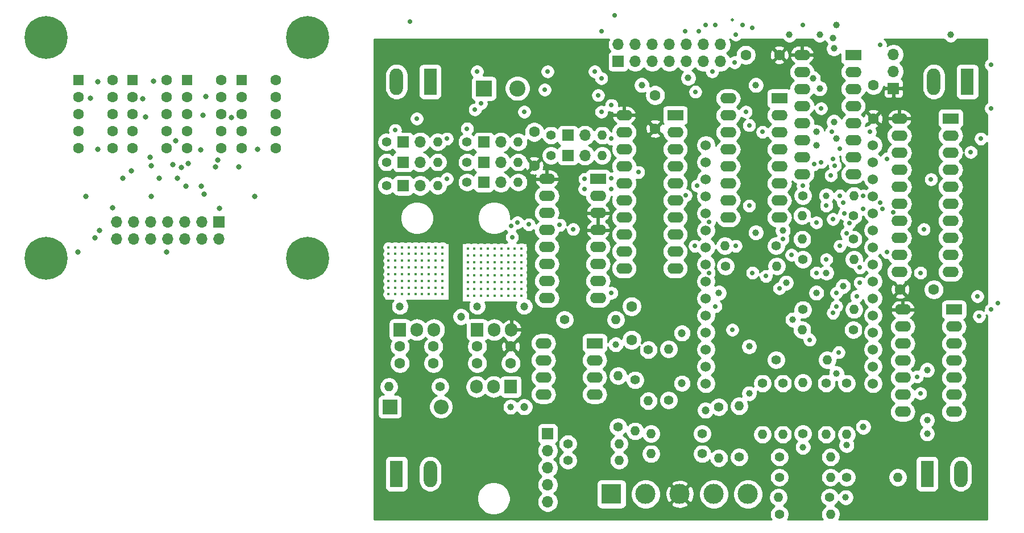
<source format=gbr>
%TF.GenerationSoftware,KiCad,Pcbnew,5.1.10-88a1d61d58~90~ubuntu20.04.1*%
%TF.CreationDate,2021-11-05T17:14:26+01:00*%
%TF.ProjectId,menelaos-v2,6d656e65-6c61-46f7-932d-76322e6b6963,rev?*%
%TF.SameCoordinates,Original*%
%TF.FileFunction,Copper,L3,Inr*%
%TF.FilePolarity,Positive*%
%FSLAX46Y46*%
G04 Gerber Fmt 4.6, Leading zero omitted, Abs format (unit mm)*
G04 Created by KiCad (PCBNEW 5.1.10-88a1d61d58~90~ubuntu20.04.1) date 2021-11-05 17:14:26*
%MOMM*%
%LPD*%
G01*
G04 APERTURE LIST*
%TA.AperFunction,ComponentPad*%
%ADD10O,1.700000X1.700000*%
%TD*%
%TA.AperFunction,ComponentPad*%
%ADD11R,1.700000X1.700000*%
%TD*%
%TA.AperFunction,ComponentPad*%
%ADD12C,0.800000*%
%TD*%
%TA.AperFunction,ComponentPad*%
%ADD13C,6.400000*%
%TD*%
%TA.AperFunction,ComponentPad*%
%ADD14C,1.600000*%
%TD*%
%TA.AperFunction,ComponentPad*%
%ADD15R,1.600000X1.600000*%
%TD*%
%TA.AperFunction,ComponentPad*%
%ADD16R,2.400000X2.400000*%
%TD*%
%TA.AperFunction,ComponentPad*%
%ADD17C,2.400000*%
%TD*%
%TA.AperFunction,ComponentPad*%
%ADD18R,2.200000X2.200000*%
%TD*%
%TA.AperFunction,ComponentPad*%
%ADD19O,2.200000X2.200000*%
%TD*%
%TA.AperFunction,ComponentPad*%
%ADD20C,3.000000*%
%TD*%
%TA.AperFunction,ComponentPad*%
%ADD21R,3.000000X3.000000*%
%TD*%
%TA.AperFunction,ComponentPad*%
%ADD22R,1.905000X2.000000*%
%TD*%
%TA.AperFunction,ComponentPad*%
%ADD23O,1.905000X2.000000*%
%TD*%
%TA.AperFunction,ComponentPad*%
%ADD24O,1.400000X1.400000*%
%TD*%
%TA.AperFunction,ComponentPad*%
%ADD25C,1.400000*%
%TD*%
%TA.AperFunction,ComponentPad*%
%ADD26R,1.980000X3.960000*%
%TD*%
%TA.AperFunction,ComponentPad*%
%ADD27O,1.980000X3.960000*%
%TD*%
%TA.AperFunction,ComponentPad*%
%ADD28R,2.400000X1.600000*%
%TD*%
%TA.AperFunction,ComponentPad*%
%ADD29O,2.400000X1.600000*%
%TD*%
%TA.AperFunction,ComponentPad*%
%ADD30C,1.524000*%
%TD*%
%TA.AperFunction,ViaPad*%
%ADD31C,0.800000*%
%TD*%
%TA.AperFunction,ViaPad*%
%ADD32C,0.400000*%
%TD*%
%TA.AperFunction,ViaPad*%
%ADD33C,1.200000*%
%TD*%
%TA.AperFunction,ViaPad*%
%ADD34C,1.000000*%
%TD*%
%TA.AperFunction,ViaPad*%
%ADD35C,0.700000*%
%TD*%
%TA.AperFunction,ViaPad*%
%ADD36C,0.500000*%
%TD*%
%TA.AperFunction,Conductor*%
%ADD37C,0.254000*%
%TD*%
%TA.AperFunction,Conductor*%
%ADD38C,0.100000*%
%TD*%
G04 APERTURE END LIST*
D10*
%TO.N,N/C*%
%TO.C,J21*%
X92840000Y-93920000D03*
X92840000Y-91380000D03*
X95380000Y-93920000D03*
X95380000Y-91380000D03*
X97920000Y-93920000D03*
X97920000Y-91380000D03*
X100460000Y-93920000D03*
X100460000Y-91380000D03*
X103000000Y-93920000D03*
X103000000Y-91380000D03*
X105540000Y-93920000D03*
X105540000Y-91380000D03*
X108080000Y-93920000D03*
D11*
X108080000Y-91380000D03*
%TD*%
D12*
%TO.N,N/C*%
%TO.C,H4*%
X122977056Y-95182944D03*
X121280000Y-94480000D03*
X119582944Y-95182944D03*
X118880000Y-96880000D03*
X119582944Y-98577056D03*
X121280000Y-99280000D03*
X122977056Y-98577056D03*
X123680000Y-96880000D03*
D13*
X121280000Y-96880000D03*
%TD*%
D12*
%TO.N,N/C*%
%TO.C,H2*%
X83977056Y-62182944D03*
X82280000Y-61480000D03*
X80582944Y-62182944D03*
X79880000Y-63880000D03*
X80582944Y-65577056D03*
X82280000Y-66280000D03*
X83977056Y-65577056D03*
X84680000Y-63880000D03*
D13*
X82280000Y-63880000D03*
%TD*%
D12*
%TO.N,N/C*%
%TO.C,H1*%
X122977056Y-62182944D03*
X121280000Y-61480000D03*
X119582944Y-62182944D03*
X118880000Y-63880000D03*
X119582944Y-65577056D03*
X121280000Y-66280000D03*
X122977056Y-65577056D03*
X123680000Y-63880000D03*
D13*
X121280000Y-63880000D03*
%TD*%
D12*
%TO.N,N/C*%
%TO.C,H3*%
X83977056Y-95182944D03*
X82280000Y-94480000D03*
X80582944Y-95182944D03*
X79880000Y-96880000D03*
X80582944Y-98577056D03*
X82280000Y-99280000D03*
X83977056Y-98577056D03*
X84680000Y-96880000D03*
D13*
X82280000Y-96880000D03*
%TD*%
D14*
%TO.N,N/C*%
%TO.C,U14*%
X92180000Y-70220000D03*
X92180000Y-72760000D03*
X92180000Y-75300000D03*
X92180000Y-77840000D03*
X92180000Y-80380000D03*
X87100000Y-80380000D03*
X87100000Y-77840000D03*
X87100000Y-75300000D03*
X87100000Y-72760000D03*
D15*
X87100000Y-70220000D03*
%TD*%
%TO.N,N/C*%
%TO.C,U12*%
X111400000Y-70220000D03*
D14*
X111400000Y-72760000D03*
X111400000Y-75300000D03*
X111400000Y-77840000D03*
X111400000Y-80380000D03*
X116480000Y-80380000D03*
X116480000Y-77840000D03*
X116480000Y-75300000D03*
X116480000Y-72760000D03*
X116480000Y-70220000D03*
%TD*%
%TO.N,N/C*%
%TO.C,U10*%
X108380000Y-70220000D03*
X108380000Y-72760000D03*
X108380000Y-75300000D03*
X108380000Y-77840000D03*
X108380000Y-80380000D03*
X103300000Y-80380000D03*
X103300000Y-77840000D03*
X103300000Y-75300000D03*
X103300000Y-72760000D03*
D15*
X103300000Y-70220000D03*
%TD*%
%TO.N,N/C*%
%TO.C,U8*%
X95200000Y-70220000D03*
D14*
X95200000Y-72760000D03*
X95200000Y-75300000D03*
X95200000Y-77840000D03*
X95200000Y-80380000D03*
X100280000Y-80380000D03*
X100280000Y-77840000D03*
X100280000Y-75300000D03*
X100280000Y-72760000D03*
X100280000Y-70220000D03*
%TD*%
D16*
%TO.N,+5VL*%
%TO.C,C2*%
X147500000Y-71500000D03*
D17*
%TO.N,GND*%
X152500000Y-71500000D03*
%TD*%
D18*
%TO.N,+12V*%
%TO.C,D1*%
X133500000Y-119000000D03*
D19*
%TO.N,Net-(D1-Pad2)*%
X141120000Y-119000000D03*
%TD*%
D11*
%TO.N,GND*%
%TO.C,J1*%
X157000000Y-123000000D03*
D10*
X157000000Y-125540000D03*
X157000000Y-128080000D03*
X157000000Y-130620000D03*
X157000000Y-133160000D03*
%TD*%
%TO.N,a*%
%TO.C,J2*%
X162540000Y-81500000D03*
D11*
%TO.N,_a*%
X160000000Y-81500000D03*
%TD*%
%TO.N,_b*%
%TO.C,J3*%
X147500000Y-85500000D03*
D10*
%TO.N,b*%
X150040000Y-85500000D03*
%TD*%
%TO.N,c*%
%TO.C,J4*%
X150040000Y-79500000D03*
D11*
%TO.N,_c*%
X147500000Y-79500000D03*
%TD*%
%TO.N,_d*%
%TO.C,J5*%
X147500000Y-82500000D03*
D10*
%TO.N,d*%
X150040000Y-82500000D03*
%TD*%
%TO.N,e*%
%TO.C,J6*%
X138040000Y-86000000D03*
D11*
%TO.N,_e*%
X135500000Y-86000000D03*
%TD*%
%TO.N,_f*%
%TO.C,J7*%
X135500000Y-82500000D03*
D10*
%TO.N,f*%
X138040000Y-82500000D03*
%TD*%
D11*
%TO.N,_g*%
%TO.C,J8*%
X135500000Y-79500000D03*
D10*
%TO.N,g*%
X138040000Y-79500000D03*
%TD*%
%TO.N,_dpBoard*%
%TO.C,J9*%
X162540000Y-78500000D03*
D11*
%TO.N,_dp*%
X160000000Y-78500000D03*
%TD*%
%TO.N,blue*%
%TO.C,J10*%
X208500000Y-71500000D03*
D10*
%TO.N,Net-(J10-Pad2)*%
X208500000Y-68960000D03*
%TO.N,GND*%
X208500000Y-66420000D03*
%TD*%
D11*
%TO.N,_a*%
%TO.C,J11*%
X167500000Y-67500000D03*
D10*
%TO.N,thousands*%
X167500000Y-64960000D03*
%TO.N,_b*%
X170040000Y-67500000D03*
%TO.N,hundreds*%
X170040000Y-64960000D03*
%TO.N,_c*%
X172580000Y-67500000D03*
%TO.N,tens*%
X172580000Y-64960000D03*
%TO.N,_d*%
X175120000Y-67500000D03*
%TO.N,ones*%
X175120000Y-64960000D03*
%TO.N,_e*%
X177660000Y-67500000D03*
%TO.N,_dp*%
X177660000Y-64960000D03*
%TO.N,_f*%
X180200000Y-67500000D03*
%TO.N,_g*%
X180200000Y-64960000D03*
%TO.N,Net-(J11-Pad7)*%
X182740000Y-67500000D03*
%TO.N,Net-(J11-Pad8)*%
X182740000Y-64960000D03*
%TD*%
D20*
%TO.N,white*%
%TO.C,J23*%
X171580000Y-132000000D03*
%TO.N,blue*%
X176660000Y-132000000D03*
D21*
%TO.N,red*%
X166500000Y-132000000D03*
D20*
%TO.N,yellow*%
X181740000Y-132000000D03*
%TO.N,black*%
X186820000Y-132000000D03*
%TD*%
D14*
%TO.N,GND*%
%TO.C,Murata-Ceramic-Capacitor-50v1-22uF1*%
X146500000Y-112500000D03*
%TO.N,+12V*%
X146500000Y-110000000D03*
%TD*%
%TO.N,+12V*%
%TO.C,Murata-Ceramic-Capacitor-50v1-22uF2*%
X135000000Y-110000000D03*
%TO.N,GND*%
X135000000Y-112500000D03*
%TD*%
%TO.N,blue*%
%TO.C,Murata-Ceramic-Capacitor-50v1-22uF3*%
X151500000Y-110000000D03*
%TO.N,GND*%
X151500000Y-112500000D03*
%TD*%
%TO.N,GND*%
%TO.C,Murata-Ceramic-Capacitor-50v1-22uF4*%
X140000000Y-112500000D03*
%TO.N,+5VL*%
X140000000Y-110000000D03*
%TD*%
D22*
%TO.N,Net-(D1-Pad2)*%
%TO.C,Q1*%
X151500000Y-116000000D03*
D23*
%TO.N,Net-(Q1-Pad2)*%
X148960000Y-116000000D03*
%TO.N,+12V*%
X146420000Y-116000000D03*
%TD*%
D24*
%TO.N,_onesBoard*%
%TO.C,R1*%
X183380000Y-95000000D03*
D25*
%TO.N,_ones*%
X191000000Y-95000000D03*
%TD*%
%TO.N,_onesBoard*%
%TO.C,R2*%
X183500000Y-98000000D03*
D24*
%TO.N,GND*%
X191120000Y-98000000D03*
%TD*%
%TO.N,_tensBoard*%
%TO.C,R3*%
X202620000Y-87500000D03*
D25*
%TO.N,_tens*%
X195000000Y-87500000D03*
%TD*%
%TO.N,_tensBoard*%
%TO.C,R4*%
X202500000Y-90500000D03*
D24*
%TO.N,GND*%
X194880000Y-90500000D03*
%TD*%
%TO.N,_hundredsBoard*%
%TO.C,R5*%
X202620000Y-97000000D03*
D25*
%TO.N,_hundreds*%
X195000000Y-97000000D03*
%TD*%
%TO.N,_hundredsBoard*%
%TO.C,R6*%
X202500000Y-94000000D03*
D24*
%TO.N,GND*%
X194880000Y-94000000D03*
%TD*%
%TO.N,_thousandsBoard*%
%TO.C,R7*%
X202620000Y-104500000D03*
D25*
%TO.N,_thousands*%
X195000000Y-104500000D03*
%TD*%
%TO.N,_thousandsBoard*%
%TO.C,R8*%
X202500000Y-107500000D03*
D24*
%TO.N,GND*%
X194880000Y-107500000D03*
%TD*%
%TO.N,GND*%
%TO.C,R9*%
X133380000Y-116000000D03*
D25*
%TO.N,Net-(D1-Pad2)*%
X141000000Y-116000000D03*
%TD*%
%TO.N,+5VL*%
%TO.C,R21*%
X159500000Y-106000000D03*
D24*
%TO.N,_save*%
X167120000Y-106000000D03*
%TD*%
%TO.N,Net-(R11-Pad2)*%
%TO.C,R11*%
X192000000Y-123120000D03*
D25*
%TO.N,+5VL*%
X192000000Y-115500000D03*
%TD*%
%TO.N,Net-(R11-Pad2)*%
%TO.C,R12*%
X201500000Y-129500000D03*
D24*
%TO.N,GND*%
X209120000Y-129500000D03*
%TD*%
D25*
%TO.N,+5VL*%
%TO.C,R13*%
X191000000Y-112000000D03*
D24*
%TO.N,Net-(R13-Pad2)*%
X198620000Y-112000000D03*
%TD*%
D25*
%TO.N,Net-(R11-Pad2)*%
%TO.C,R14*%
X195000000Y-123000000D03*
D24*
%TO.N,_zero*%
X195000000Y-115380000D03*
%TD*%
%TO.N,GND*%
%TO.C,R15*%
X198500000Y-123120000D03*
D25*
%TO.N,Net-(R13-Pad2)*%
X198500000Y-115500000D03*
%TD*%
D24*
%TO.N,Net-(R16-Pad2)*%
%TO.C,R16*%
X189000000Y-123120000D03*
D25*
%TO.N,+5VL*%
X189000000Y-115500000D03*
%TD*%
%TO.N,Net-(R16-Pad2)*%
%TO.C,R17*%
X191500000Y-129500000D03*
D24*
%TO.N,GND*%
X199120000Y-129500000D03*
%TD*%
%TO.N,_mode*%
%TO.C,R18*%
X201500000Y-123120000D03*
D25*
%TO.N,Net-(R13-Pad2)*%
X201500000Y-115500000D03*
%TD*%
%TO.N,Net-(R16-Pad2)*%
%TO.C,R19*%
X191500000Y-126500000D03*
D24*
%TO.N,_config*%
X199120000Y-126500000D03*
%TD*%
D26*
%TO.N,_zero*%
%TO.C,S1*%
X219500000Y-70500000D03*
D27*
%TO.N,GND*%
X214500000Y-70500000D03*
%TD*%
%TO.N,GND*%
%TO.C,S2*%
X218500000Y-129000000D03*
D26*
%TO.N,_mode*%
X213500000Y-129000000D03*
%TD*%
%TO.N,_config*%
%TO.C,S3*%
X139500000Y-70500000D03*
D27*
%TO.N,GND*%
X134500000Y-70500000D03*
%TD*%
%TO.N,Net-(Q1-Pad2)*%
%TO.C,S4*%
X139500000Y-129000000D03*
D26*
%TO.N,GND*%
X134500000Y-129000000D03*
%TD*%
D28*
%TO.N,_thousands*%
%TO.C,U4*%
X176000000Y-75500000D03*
D29*
%TO.N,_a4*%
X168380000Y-98360000D03*
%TO.N,_a1*%
X176000000Y-78040000D03*
%TO.N,/7-segmet-display/BCD_out4*%
X168380000Y-95820000D03*
%TO.N,/7-segmet-display/BCD_out1*%
X176000000Y-80580000D03*
%TO.N,_a3*%
X168380000Y-93280000D03*
%TO.N,_a2*%
X176000000Y-83120000D03*
%TO.N,/7-segmet-display/BCD_out3*%
X168380000Y-90740000D03*
%TO.N,/7-segmet-display/BCD_out2*%
X176000000Y-85660000D03*
%TO.N,_a2*%
X168380000Y-88200000D03*
%TO.N,_a3*%
X176000000Y-88200000D03*
%TO.N,/7-segmet-display/BCD_out2*%
X168380000Y-85660000D03*
%TO.N,/7-segmet-display/BCD_out3*%
X176000000Y-90740000D03*
%TO.N,_a1*%
X168380000Y-83120000D03*
%TO.N,_a4*%
X176000000Y-93280000D03*
%TO.N,/7-segmet-display/BCD_out1*%
X168380000Y-80580000D03*
%TO.N,/7-segmet-display/BCD_out4*%
X176000000Y-95820000D03*
%TO.N,_ones*%
X168380000Y-78040000D03*
%TO.N,GND*%
X176000000Y-98360000D03*
%TO.N,blue*%
X168380000Y-75500000D03*
%TD*%
D28*
%TO.N,Net-(U5-Pad1)*%
%TO.C,U5*%
X202500000Y-66500000D03*
D29*
%TO.N,Net-(U5-Pad9)*%
X194880000Y-84280000D03*
%TO.N,Net-(U5-Pad2)*%
X202500000Y-69040000D03*
%TO.N,Net-(U5-Pad10)*%
X194880000Y-81740000D03*
%TO.N,Net-(U5-Pad3)*%
X202500000Y-71580000D03*
%TO.N,Net-(U5-Pad11)*%
X194880000Y-79200000D03*
%TO.N,Net-(U5-Pad4)*%
X202500000Y-74120000D03*
%TO.N,Net-(J10-Pad2)*%
X194880000Y-76660000D03*
%TO.N,Net-(U5-Pad5)*%
X202500000Y-76660000D03*
%TO.N,GND*%
X194880000Y-74120000D03*
%TO.N,Net-(U5-Pad6)*%
X202500000Y-79200000D03*
%TO.N,_clk*%
X194880000Y-71580000D03*
%TO.N,Net-(U5-Pad7)*%
X202500000Y-81740000D03*
%TO.N,Net-(U5-Pad10)*%
X194880000Y-69040000D03*
%TO.N,GND*%
X202500000Y-84280000D03*
%TO.N,blue*%
X194880000Y-66500000D03*
%TD*%
D28*
%TO.N,Net-(U5-Pad3)*%
%TO.C,U6*%
X217500000Y-104500000D03*
D29*
%TO.N,_hundreds*%
X209880000Y-119740000D03*
%TO.N,_thousands*%
X217500000Y-107040000D03*
%TO.N,Net-(U5-Pad7)*%
X209880000Y-117200000D03*
%TO.N,Net-(U5-Pad2)*%
X217500000Y-109580000D03*
%TO.N,N/C*%
X209880000Y-114660000D03*
%TO.N,_ones*%
X217500000Y-112120000D03*
%TO.N,N/C*%
X209880000Y-112120000D03*
%TO.N,Net-(U5-Pad4)*%
X217500000Y-114660000D03*
%TO.N,N/C*%
X209880000Y-109580000D03*
%TO.N,_tens*%
X217500000Y-117200000D03*
%TO.N,N/C*%
X209880000Y-107040000D03*
%TO.N,GND*%
X217500000Y-119740000D03*
%TO.N,blue*%
X209880000Y-104500000D03*
%TD*%
D28*
%TO.N,/7-segmet-display/BCD_out2*%
%TO.C,U7*%
X164500000Y-85000000D03*
D29*
%TO.N,e*%
X156880000Y-102780000D03*
%TO.N,/7-segmet-display/BCD_out3*%
X164500000Y-87540000D03*
%TO.N,d*%
X156880000Y-100240000D03*
%TO.N,blue*%
X164500000Y-90080000D03*
%TO.N,c*%
X156880000Y-97700000D03*
%TO.N,blue*%
X164500000Y-92620000D03*
%TO.N,b*%
X156880000Y-95160000D03*
%TO.N,GND*%
X164500000Y-95160000D03*
%TO.N,a*%
X156880000Y-92620000D03*
%TO.N,/7-segmet-display/BCD_out4*%
X164500000Y-97700000D03*
%TO.N,g*%
X156880000Y-90080000D03*
%TO.N,/7-segmet-display/BCD_out1*%
X164500000Y-100240000D03*
%TO.N,f*%
X156880000Y-87540000D03*
%TO.N,GND*%
X164500000Y-102780000D03*
%TO.N,blue*%
X156880000Y-85000000D03*
%TD*%
%TO.N,blue*%
%TO.C,U8*%
X209380000Y-76000000D03*
%TO.N,GND*%
X217000000Y-98860000D03*
%TO.N,_hundreds*%
X209380000Y-78540000D03*
%TO.N,/7-segmet-display/BCD_out4*%
X217000000Y-96320000D03*
%TO.N,/7-segmet-display/BCD_out1*%
X209380000Y-81080000D03*
%TO.N,_a4*%
X217000000Y-93780000D03*
%TO.N,_a1*%
X209380000Y-83620000D03*
%TO.N,/7-segmet-display/BCD_out3*%
X217000000Y-91240000D03*
%TO.N,/7-segmet-display/BCD_out2*%
X209380000Y-86160000D03*
%TO.N,_a3*%
X217000000Y-88700000D03*
%TO.N,_a2*%
X209380000Y-88700000D03*
%TO.N,/7-segmet-display/BCD_out2*%
X217000000Y-86160000D03*
%TO.N,/7-segmet-display/BCD_out3*%
X209380000Y-91240000D03*
%TO.N,_a2*%
X217000000Y-83620000D03*
%TO.N,_a3*%
X209380000Y-93780000D03*
%TO.N,/7-segmet-display/BCD_out1*%
X217000000Y-81080000D03*
%TO.N,/7-segmet-display/BCD_out4*%
X209380000Y-96320000D03*
%TO.N,_a1*%
X217000000Y-78540000D03*
%TO.N,_a4*%
X209380000Y-98860000D03*
D28*
%TO.N,_tens*%
X217000000Y-76000000D03*
%TD*%
D29*
%TO.N,thousands*%
%TO.C,U9*%
X183880000Y-73000000D03*
%TO.N,GND*%
X191500000Y-90780000D03*
%TO.N,ones*%
X183880000Y-75540000D03*
%TO.N,Net-(U9-Pad7)*%
X191500000Y-88240000D03*
%TO.N,tens*%
X183880000Y-78080000D03*
%TO.N,Net-(U9-Pad6)*%
X191500000Y-85700000D03*
%TO.N,hundreds*%
X183880000Y-80620000D03*
%TO.N,Net-(U9-Pad5)*%
X191500000Y-83160000D03*
%TO.N,Net-(U9-Pad12)*%
X183880000Y-83160000D03*
%TO.N,Net-(U5-Pad7)*%
X191500000Y-80620000D03*
%TO.N,Net-(U9-Pad11)*%
X183880000Y-85700000D03*
%TO.N,Net-(U5-Pad4)*%
X191500000Y-78080000D03*
%TO.N,Net-(U9-Pad10)*%
X183880000Y-88240000D03*
%TO.N,Net-(U5-Pad2)*%
X191500000Y-75540000D03*
%TO.N,Net-(U9-Pad9)*%
X183880000Y-90780000D03*
D28*
%TO.N,Net-(U5-Pad3)*%
X191500000Y-73000000D03*
%TD*%
%TO.N,Net-(U1-Pad1)*%
%TO.C,U1*%
X164000000Y-109500000D03*
D29*
%TO.N,Net-(R22-Pad2)*%
X156380000Y-117120000D03*
%TO.N,Net-(U1-Pad2)*%
X164000000Y-112040000D03*
%TO.N,Net-(R10-Pad2)*%
X156380000Y-114580000D03*
%TO.N,Net-(U1-Pad3)*%
X164000000Y-114580000D03*
%TO.N,_save*%
X156380000Y-112040000D03*
%TO.N,GND*%
X164000000Y-117120000D03*
%TO.N,+5VL*%
X156380000Y-109500000D03*
%TD*%
D30*
%TO.N,Net-(U24-Pad1)*%
%TO.C,U24*%
X180554000Y-79966000D03*
%TO.N,Net-(U24-Pad2)*%
X180554000Y-82506000D03*
%TO.N,Net-(U24-Pad3)*%
X180554000Y-85046000D03*
%TO.N,_config*%
X180554000Y-87586000D03*
%TO.N,Net-(U24-Pad5)*%
X180554000Y-90126000D03*
%TO.N,_clk*%
X180554000Y-92666000D03*
%TO.N,Net-(U24-Pad7)*%
X180554000Y-95206000D03*
%TO.N,_onesBoard*%
X180554000Y-97746000D03*
%TO.N,_a2*%
X180554000Y-100286000D03*
%TO.N,_a1*%
X180554000Y-102826000D03*
%TO.N,_zero*%
X180554000Y-105366000D03*
%TO.N,_dpBoard*%
X180554000Y-107906000D03*
%TO.N,_mode*%
X180554000Y-110446000D03*
%TO.N,GND*%
X180554000Y-112986000D03*
X180554000Y-112986000D03*
%TO.N,+5VL*%
X180554000Y-115526000D03*
%TO.N,+3V3*%
X205446000Y-115526000D03*
%TO.N,GND*%
X205446000Y-112986000D03*
%TO.N,_save*%
X205446000Y-110446000D03*
%TO.N,Net-(U24-Pad19)*%
X205446000Y-107906000D03*
%TO.N,_thousandsBoard*%
X205446000Y-105366000D03*
%TO.N,Net-(U24-Pad21)*%
X205446000Y-102826000D03*
%TO.N,Net-(U24-Pad22)*%
X205446000Y-100286000D03*
%TO.N,_chB*%
X205446000Y-97746000D03*
%TO.N,_a3*%
X205446000Y-95206000D03*
%TO.N,_a4*%
X205446000Y-92666000D03*
%TO.N,_chA*%
X205446000Y-90126000D03*
%TO.N,Net-(U24-Pad27)*%
X205446000Y-87586000D03*
%TO.N,Net-(U24-Pad28)*%
X205446000Y-85046000D03*
%TO.N,_hundredsBoard*%
X205446000Y-82506000D03*
%TO.N,_tensBoard*%
X205446000Y-79966000D03*
%TD*%
D14*
%TO.N,GND*%
%TO.C,C1*%
X169500000Y-104000000D03*
%TO.N,+5VL*%
X169500000Y-109000000D03*
%TD*%
%TO.N,blue*%
%TO.C,C3*%
X191500000Y-66500000D03*
%TO.N,GND*%
X186500000Y-66500000D03*
%TD*%
%TO.N,blue*%
%TO.C,C4*%
X173000000Y-77500000D03*
%TO.N,GND*%
X173000000Y-72500000D03*
%TD*%
%TO.N,GND*%
%TO.C,C5*%
X205500000Y-71000000D03*
%TO.N,blue*%
X205500000Y-76000000D03*
%TD*%
%TO.N,GND*%
%TO.C,C6*%
X155000000Y-78000000D03*
%TO.N,blue*%
X155000000Y-83000000D03*
%TD*%
%TO.N,blue*%
%TO.C,C7*%
X209500000Y-101500000D03*
%TO.N,GND*%
X214500000Y-101500000D03*
%TD*%
D24*
%TO.N,Net-(R10-Pad2)*%
%TO.C,R10*%
X167500000Y-114380000D03*
D25*
%TO.N,+12V*%
X167500000Y-122000000D03*
%TD*%
%TO.N,Net-(R10-Pad2)*%
%TO.C,R20*%
X170000000Y-115000000D03*
D24*
%TO.N,GND*%
X170000000Y-122620000D03*
%TD*%
%TO.N,Net-(R22-Pad2)*%
%TO.C,R22*%
X172000000Y-118120000D03*
D25*
%TO.N,+5VL*%
X172000000Y-110500000D03*
%TD*%
%TO.N,Net-(R22-Pad2)*%
%TO.C,R23*%
X175000000Y-118000000D03*
D24*
%TO.N,GND*%
X175000000Y-110380000D03*
%TD*%
%TO.N,a*%
%TO.C,R24*%
X165120000Y-81500000D03*
D25*
%TO.N,_a*%
X157500000Y-81500000D03*
%TD*%
%TO.N,_b*%
%TO.C,R25*%
X145000000Y-85500000D03*
D24*
%TO.N,b*%
X152620000Y-85500000D03*
%TD*%
%TO.N,c*%
%TO.C,R26*%
X152620000Y-79500000D03*
D25*
%TO.N,_c*%
X145000000Y-79500000D03*
%TD*%
%TO.N,_d*%
%TO.C,R27*%
X145000000Y-82500000D03*
D24*
%TO.N,d*%
X152620000Y-82500000D03*
%TD*%
D25*
%TO.N,_chA*%
%TO.C,R28*%
X182500000Y-119000000D03*
D24*
%TO.N,yellow*%
X182500000Y-126620000D03*
%TD*%
%TO.N,_chA*%
%TO.C,R29*%
X185500000Y-118880000D03*
D25*
%TO.N,GND*%
X185500000Y-126500000D03*
%TD*%
D24*
%TO.N,red*%
%TO.C,R30*%
X167620000Y-124500000D03*
D25*
%TO.N,GND*%
X160000000Y-124500000D03*
%TD*%
D24*
%TO.N,red*%
%TO.C,R31*%
X167620000Y-127000000D03*
D25*
%TO.N,GND*%
X160000000Y-127000000D03*
%TD*%
%TO.N,_chB*%
%TO.C,R32*%
X199000000Y-132500000D03*
D24*
%TO.N,black*%
X191380000Y-132500000D03*
%TD*%
%TO.N,_chB*%
%TO.C,R33*%
X199120000Y-135000000D03*
D25*
%TO.N,GND*%
X191500000Y-135000000D03*
%TD*%
D24*
%TO.N,white*%
%TO.C,R34*%
X172380000Y-123000000D03*
D25*
%TO.N,GND*%
X180000000Y-123000000D03*
%TD*%
%TO.N,GND*%
%TO.C,R35*%
X180000000Y-126000000D03*
D24*
%TO.N,white*%
X172380000Y-126000000D03*
%TD*%
%TO.N,e*%
%TO.C,R36*%
X140620000Y-86000000D03*
D25*
%TO.N,_e*%
X133000000Y-86000000D03*
%TD*%
%TO.N,_f*%
%TO.C,R37*%
X133000000Y-82500000D03*
D24*
%TO.N,f*%
X140620000Y-82500000D03*
%TD*%
D25*
%TO.N,_g*%
%TO.C,R38*%
X133000000Y-79500000D03*
D24*
%TO.N,g*%
X140620000Y-79500000D03*
%TD*%
D25*
%TO.N,_dp*%
%TO.C,R39*%
X157500000Y-78500000D03*
D24*
%TO.N,_dpBoard*%
X165120000Y-78500000D03*
%TD*%
D23*
%TO.N,blue*%
%TO.C,U2*%
X151580000Y-107500000D03*
%TO.N,GND*%
X149040000Y-107500000D03*
D22*
%TO.N,+12V*%
X146500000Y-107500000D03*
%TD*%
%TO.N,+12V*%
%TO.C,U3*%
X135000000Y-107500000D03*
D23*
%TO.N,GND*%
X137540000Y-107500000D03*
%TO.N,+5VL*%
X140080000Y-107500000D03*
%TD*%
D31*
%TO.N,*%
X97800000Y-81810000D03*
X107870000Y-82210000D03*
X105680000Y-75480000D03*
X105880000Y-87280000D03*
X89580000Y-93830000D03*
X88930000Y-72980000D03*
X97970000Y-83070000D03*
X97970000Y-83070000D03*
X101180000Y-82880000D03*
X101579999Y-79329999D03*
X109920000Y-75880000D03*
X97980000Y-87630000D03*
X88205000Y-87630000D03*
X98280000Y-70430000D03*
X87080000Y-95880000D03*
X100280000Y-95930000D03*
X107550000Y-83170000D03*
X103510000Y-82690000D03*
X102450000Y-83300000D03*
X95034999Y-83795001D03*
X105330000Y-80630000D03*
X105380000Y-86080000D03*
X103130000Y-86080000D03*
X101880000Y-84930000D03*
X93730000Y-84930000D03*
X97080000Y-75730000D03*
X99130000Y-84930000D03*
X113780000Y-80580000D03*
X113380000Y-87630000D03*
X96740000Y-73010000D03*
X106080000Y-72730000D03*
X92230000Y-89280000D03*
X108130000Y-89380000D03*
X89980000Y-70530000D03*
X89980000Y-80580000D03*
X90230000Y-92680000D03*
X111030000Y-83230000D03*
X116480000Y-70220000D03*
D32*
X133300000Y-95200000D03*
X134300000Y-95200000D03*
X135300000Y-95200000D03*
X136300000Y-95200000D03*
X137300000Y-95200000D03*
X138300000Y-95200000D03*
X139300000Y-95200000D03*
X140300000Y-95200000D03*
X141300000Y-95200000D03*
X133300000Y-96200000D03*
X134300000Y-96200000D03*
X135300000Y-96200000D03*
X136300000Y-96200000D03*
X137300000Y-96200000D03*
X138300000Y-96200000D03*
X139300000Y-96200000D03*
X140300000Y-96200000D03*
X141300000Y-96200000D03*
X133300000Y-97200000D03*
X134300000Y-97200000D03*
X135300000Y-97200000D03*
X136300000Y-97200000D03*
X137300000Y-97200000D03*
X138300000Y-97200000D03*
X139300000Y-97200000D03*
X140300000Y-97200000D03*
X141300000Y-97200000D03*
X133300000Y-98200000D03*
X134300000Y-98200000D03*
X135300000Y-98200000D03*
X136300000Y-98200000D03*
X137300000Y-98200000D03*
X138300000Y-98200000D03*
X139300000Y-98200000D03*
X140300000Y-98200000D03*
X141300000Y-98200000D03*
X133300000Y-99200000D03*
X134300000Y-99200000D03*
X135300000Y-99200000D03*
X136300000Y-99200000D03*
X137300000Y-99200000D03*
X138300000Y-99200000D03*
X139300000Y-99200000D03*
X140300000Y-99200000D03*
X141300000Y-99200000D03*
X133300000Y-100200000D03*
X134300000Y-100200000D03*
X135300000Y-100200000D03*
X136300000Y-100200000D03*
X137300000Y-100200000D03*
X138300000Y-100200000D03*
X139300000Y-100200000D03*
X140300000Y-100200000D03*
X141300000Y-100200000D03*
X133300000Y-101200000D03*
X134300000Y-101200000D03*
X135300000Y-101200000D03*
X136300000Y-101200000D03*
X137300000Y-101200000D03*
X138300000Y-101200000D03*
X139300000Y-101200000D03*
X140300000Y-101200000D03*
X141300000Y-101200000D03*
X133300000Y-102200000D03*
X134300000Y-102200000D03*
X135300000Y-102200000D03*
X136300000Y-102200000D03*
X137300000Y-102200000D03*
X138300000Y-102200000D03*
X139300000Y-102200000D03*
X140300000Y-102200000D03*
X141300000Y-102200000D03*
X147100000Y-100400000D03*
X145100000Y-95400000D03*
X151100000Y-97400000D03*
X151100000Y-100400000D03*
X149100000Y-95400000D03*
X149100000Y-99400000D03*
X146100000Y-96400000D03*
X150100000Y-99400000D03*
X150100000Y-98400000D03*
X147100000Y-96400000D03*
X151100000Y-102400000D03*
X152100000Y-97400000D03*
X150100000Y-100400000D03*
X146100000Y-102400000D03*
X153100000Y-102400000D03*
X145100000Y-97400000D03*
X145100000Y-101400000D03*
X145100000Y-100400000D03*
X149100000Y-100400000D03*
X149100000Y-98400000D03*
X147100000Y-97400000D03*
X148100000Y-101400000D03*
X147100000Y-99400000D03*
X151100000Y-99400000D03*
X148100000Y-100400000D03*
X145100000Y-98400000D03*
X148100000Y-102400000D03*
X150100000Y-96400000D03*
X153100000Y-95400000D03*
X152100000Y-95400000D03*
X151100000Y-96400000D03*
X148100000Y-95400000D03*
X153100000Y-98400000D03*
X153100000Y-99400000D03*
X148100000Y-98400000D03*
X153100000Y-96400000D03*
X151100000Y-95400000D03*
X152100000Y-96400000D03*
X150100000Y-102400000D03*
X150100000Y-95400000D03*
X146100000Y-100400000D03*
X153100000Y-97400000D03*
X147100000Y-102400000D03*
X152100000Y-102400000D03*
X152100000Y-100400000D03*
X147100000Y-101400000D03*
X148100000Y-96400000D03*
X149100000Y-101400000D03*
X146100000Y-98400000D03*
X146100000Y-97400000D03*
X152100000Y-99400000D03*
X146100000Y-99400000D03*
X152100000Y-101400000D03*
X145100000Y-99400000D03*
X148100000Y-99400000D03*
X153100000Y-101400000D03*
X151100000Y-98400000D03*
X150100000Y-97400000D03*
X147100000Y-98400000D03*
X145100000Y-96400000D03*
X150100000Y-101400000D03*
X149100000Y-97400000D03*
X148100000Y-97400000D03*
X153100000Y-100400000D03*
X149100000Y-102400000D03*
X149100000Y-96400000D03*
X146100000Y-95400000D03*
X147100000Y-95400000D03*
X145100000Y-102400000D03*
X152100000Y-98400000D03*
X151100000Y-101400000D03*
X146100000Y-101400000D03*
D33*
%TO.N,+5VL*%
X180500000Y-119500000D03*
X177000000Y-108000000D03*
X177000000Y-115500000D03*
X144086888Y-105550000D03*
%TO.N,+12V*%
X135000000Y-104000000D03*
X146500000Y-104000000D03*
X153500000Y-119000000D03*
X153500000Y-104000000D03*
D34*
%TO.N,Net-(D1-Pad2)*%
X151500000Y-119000000D03*
D35*
%TO.N,thousands*%
X167000000Y-60575000D03*
D36*
X184500000Y-61275000D03*
D35*
%TO.N,_b*%
X157000000Y-69000000D03*
X142000000Y-79000000D03*
X146500000Y-69000000D03*
X164000000Y-69000000D03*
%TO.N,hundreds*%
X187500000Y-62426998D03*
X187500000Y-62426998D03*
X184824999Y-67623997D03*
%TO.N,_c*%
X166500000Y-79000000D03*
X165000000Y-69999999D03*
X166500000Y-74000000D03*
X164500000Y-72518864D03*
%TO.N,tens*%
X182000000Y-62000000D03*
X186000000Y-62000000D03*
X189000000Y-78000000D03*
%TO.N,_d*%
X145000000Y-77500000D03*
%TO.N,ones*%
X179500000Y-63000000D03*
X185000000Y-63500000D03*
X186500000Y-75000000D03*
%TO.N,_e*%
X165000000Y-75000000D03*
X153500000Y-75000000D03*
X146169239Y-74669239D03*
X134274999Y-77725001D03*
%TO.N,_dp*%
X165000000Y-63000000D03*
X177500000Y-63000000D03*
%TO.N,_f*%
X179000000Y-72000000D03*
X156543865Y-71693864D03*
X147094238Y-73744240D03*
X137500000Y-76000000D03*
%TO.N,_g*%
X136500000Y-61500000D03*
X180500000Y-62000000D03*
%TO.N,a*%
X162521240Y-85021240D03*
X160800000Y-92500000D03*
%TO.N,b*%
X152500000Y-91500000D03*
%TO.N,c*%
X151544999Y-92044999D03*
%TO.N,e*%
X151700000Y-93700000D03*
X154200000Y-91800000D03*
X158800000Y-91875000D03*
%TO.N,g*%
X142000000Y-85000000D03*
X140620000Y-79500000D03*
%TO.N,_dpBoard*%
X170500000Y-84000000D03*
X179275000Y-86000000D03*
X181022727Y-91440584D03*
X185000000Y-95000000D03*
X184500000Y-107500000D03*
D34*
%TO.N,_ones*%
X171000000Y-71000000D03*
X188000000Y-71000000D03*
X188000000Y-93000000D03*
X192500000Y-100500000D03*
X201000000Y-101000000D03*
X204000000Y-121995000D03*
X213500000Y-121000000D03*
X213500000Y-113500000D03*
D35*
%TO.N,_tensBoard*%
X200500000Y-80500000D03*
D34*
%TO.N,_tens*%
X199500000Y-64000000D03*
X198500000Y-87500000D03*
X217000000Y-63500000D03*
X217000000Y-63500000D03*
D35*
%TO.N,_hundredsBoard*%
X214088008Y-85088008D03*
X208492658Y-89981033D03*
%TO.N,_hundreds*%
X198500000Y-97000000D03*
X199500000Y-91000000D03*
X206500000Y-88500000D03*
%TO.N,_thousands*%
X196000000Y-109000000D03*
X192000000Y-94000000D03*
X187000000Y-89000000D03*
X187000000Y-77000000D03*
D34*
%TO.N,_save*%
X167120000Y-109698111D03*
X187000000Y-117000000D03*
X187000000Y-110000000D03*
%TO.N,Net-(R11-Pad2)*%
X201500000Y-124720003D03*
X195000000Y-125000000D03*
%TO.N,_zero*%
X193500000Y-106000000D03*
D35*
X221500000Y-79000000D03*
X220000000Y-81000000D03*
X221000000Y-102500000D03*
D34*
%TO.N,_mode*%
X200000000Y-114000000D03*
X213500000Y-123000000D03*
%TO.N,_config*%
X197000000Y-102000000D03*
X182500000Y-102000000D03*
D35*
X181500000Y-69000000D03*
D34*
%TO.N,_chA*%
X192010278Y-92676797D03*
%TO.N,_chB*%
X198500000Y-99000000D03*
X201380000Y-132500000D03*
D35*
%TO.N,_a4*%
X178891999Y-95000000D03*
X181000000Y-99000000D03*
X187500000Y-99000000D03*
X193299999Y-96334884D03*
X201500000Y-93149999D03*
%TO.N,_a1*%
X166500000Y-102000000D03*
X162500000Y-86500000D03*
X166500000Y-86500000D03*
X166500000Y-84935000D03*
%TO.N,/7-segmet-display/BCD_out4*%
X182000000Y-104000000D03*
X213000000Y-92500000D03*
X203500000Y-98225000D03*
X203500000Y-100500000D03*
%TO.N,/7-segmet-display/BCD_out1*%
X205000000Y-78000000D03*
X199275000Y-78000000D03*
X199500000Y-82000000D03*
X195000000Y-86000000D03*
X197725000Y-82500000D03*
X199500000Y-105000000D03*
X200319657Y-110865061D03*
%TO.N,_a3*%
X200500000Y-95000000D03*
%TO.N,_a2*%
X177538943Y-87475218D03*
X197000000Y-99000000D03*
X206837009Y-89500000D03*
X201940982Y-91618036D03*
X197000000Y-91500000D03*
%TO.N,/7-segmet-display/BCD_out3*%
X189500000Y-99500000D03*
X191500000Y-101325000D03*
X200000000Y-102000000D03*
X200000000Y-104000000D03*
X203000000Y-102500000D03*
%TO.N,/7-segmet-display/BCD_out2*%
X201000000Y-88500000D03*
X201191942Y-90191942D03*
X204000000Y-89500000D03*
X204000000Y-87500000D03*
D34*
%TO.N,_clk*%
X177931404Y-69942105D03*
%TO.N,Net-(J10-Pad2)*%
X199625000Y-65545496D03*
X199625000Y-76500000D03*
D35*
%TO.N,Net-(R22-Pad2)*%
X172000000Y-118120000D03*
D34*
%TO.N,Net-(U5-Pad2)*%
X196500000Y-70000000D03*
X197000000Y-78000000D03*
D35*
X221225000Y-105500000D03*
X224000000Y-103500000D03*
X223000000Y-68000000D03*
X206500000Y-65000000D03*
D34*
%TO.N,Net-(U5-Pad10)*%
X200000000Y-79000000D03*
X200000000Y-62000000D03*
D35*
X195000000Y-62000000D03*
D34*
%TO.N,Net-(U5-Pad3)*%
X197500000Y-71500000D03*
X197500000Y-63500000D03*
X193000000Y-63500000D03*
D35*
X223000000Y-74500000D03*
X223000000Y-104500000D03*
D34*
%TO.N,Net-(U5-Pad4)*%
X197000000Y-80000000D03*
D35*
X197725000Y-74500000D03*
X212000000Y-114500000D03*
X196688500Y-82811500D03*
X199175000Y-84500000D03*
%TO.N,Net-(U5-Pad7)*%
X212500000Y-117000000D03*
X212500000Y-99000000D03*
X207562009Y-95945992D03*
X207500000Y-82000000D03*
X198500000Y-89000000D03*
X200500000Y-87500000D03*
X199775000Y-83000000D03*
%TD*%
D37*
%TO.N,blue*%
X166102481Y-64213011D02*
X165983604Y-64500006D01*
X165923000Y-64804679D01*
X165923000Y-65115321D01*
X165983604Y-65419994D01*
X166102481Y-65706989D01*
X166275064Y-65965279D01*
X166314681Y-66004896D01*
X166244147Y-66042597D01*
X166133446Y-66133446D01*
X166042597Y-66244147D01*
X165975090Y-66370443D01*
X165933520Y-66507483D01*
X165919483Y-66650000D01*
X165919483Y-68350000D01*
X165933520Y-68492517D01*
X165975090Y-68629557D01*
X166042597Y-68755853D01*
X166133446Y-68866554D01*
X166244147Y-68957403D01*
X166370443Y-69024910D01*
X166507483Y-69066480D01*
X166650000Y-69080517D01*
X168350000Y-69080517D01*
X168492517Y-69066480D01*
X168629557Y-69024910D01*
X168755853Y-68957403D01*
X168866554Y-68866554D01*
X168957403Y-68755853D01*
X168995104Y-68685319D01*
X169034721Y-68724936D01*
X169293011Y-68897519D01*
X169580006Y-69016396D01*
X169884679Y-69077000D01*
X170195321Y-69077000D01*
X170499994Y-69016396D01*
X170786989Y-68897519D01*
X171045279Y-68724936D01*
X171264936Y-68505279D01*
X171310000Y-68437836D01*
X171355064Y-68505279D01*
X171574721Y-68724936D01*
X171833011Y-68897519D01*
X172120006Y-69016396D01*
X172424679Y-69077000D01*
X172735321Y-69077000D01*
X173039994Y-69016396D01*
X173326989Y-68897519D01*
X173585279Y-68724936D01*
X173804936Y-68505279D01*
X173850000Y-68437836D01*
X173895064Y-68505279D01*
X174114721Y-68724936D01*
X174373011Y-68897519D01*
X174660006Y-69016396D01*
X174964679Y-69077000D01*
X175275321Y-69077000D01*
X175579994Y-69016396D01*
X175866989Y-68897519D01*
X176125279Y-68724936D01*
X176344936Y-68505279D01*
X176390000Y-68437836D01*
X176435064Y-68505279D01*
X176654721Y-68724936D01*
X176913011Y-68897519D01*
X177144758Y-68993511D01*
X176978331Y-69159938D01*
X176844051Y-69360903D01*
X176751557Y-69584202D01*
X176704404Y-69821256D01*
X176704404Y-70062954D01*
X176751557Y-70300008D01*
X176844051Y-70523307D01*
X176978331Y-70724272D01*
X177149237Y-70895178D01*
X177350202Y-71029458D01*
X177573501Y-71121952D01*
X177810555Y-71169105D01*
X178052253Y-71169105D01*
X178289307Y-71121952D01*
X178512606Y-71029458D01*
X178713571Y-70895178D01*
X178729598Y-70879151D01*
X186773000Y-70879151D01*
X186773000Y-71120849D01*
X186820153Y-71357903D01*
X186912647Y-71581202D01*
X187046927Y-71782167D01*
X187217833Y-71953073D01*
X187418798Y-72087353D01*
X187642097Y-72179847D01*
X187879151Y-72227000D01*
X188120849Y-72227000D01*
X188357903Y-72179847D01*
X188581202Y-72087353D01*
X188782167Y-71953073D01*
X188953073Y-71782167D01*
X189087353Y-71581202D01*
X189179847Y-71357903D01*
X189227000Y-71120849D01*
X189227000Y-70879151D01*
X189179847Y-70642097D01*
X189087353Y-70418798D01*
X188953073Y-70217833D01*
X188782167Y-70046927D01*
X188581202Y-69912647D01*
X188357903Y-69820153D01*
X188120849Y-69773000D01*
X187879151Y-69773000D01*
X187642097Y-69820153D01*
X187418798Y-69912647D01*
X187217833Y-70046927D01*
X187046927Y-70217833D01*
X186912647Y-70418798D01*
X186820153Y-70642097D01*
X186773000Y-70879151D01*
X178729598Y-70879151D01*
X178884477Y-70724272D01*
X179018757Y-70523307D01*
X179111251Y-70300008D01*
X179158404Y-70062954D01*
X179158404Y-69821256D01*
X179111251Y-69584202D01*
X179018757Y-69360903D01*
X178884477Y-69159938D01*
X178713571Y-68989032D01*
X178512606Y-68854752D01*
X178486919Y-68844112D01*
X178665279Y-68724936D01*
X178884936Y-68505279D01*
X178930000Y-68437836D01*
X178975064Y-68505279D01*
X179194721Y-68724936D01*
X179453011Y-68897519D01*
X179740006Y-69016396D01*
X180044679Y-69077000D01*
X180355321Y-69077000D01*
X180423000Y-69063538D01*
X180423000Y-69106075D01*
X180464389Y-69314149D01*
X180545575Y-69510151D01*
X180663440Y-69686547D01*
X180813453Y-69836560D01*
X180989849Y-69954425D01*
X181185851Y-70035611D01*
X181393925Y-70077000D01*
X181606075Y-70077000D01*
X181814149Y-70035611D01*
X182010151Y-69954425D01*
X182186547Y-69836560D01*
X182336560Y-69686547D01*
X182454425Y-69510151D01*
X182535611Y-69314149D01*
X182577000Y-69106075D01*
X182577000Y-69075473D01*
X182584679Y-69077000D01*
X182895321Y-69077000D01*
X183199994Y-69016396D01*
X183486989Y-68897519D01*
X183745279Y-68724936D01*
X183964936Y-68505279D01*
X184052350Y-68374455D01*
X184138452Y-68460557D01*
X184314848Y-68578422D01*
X184510850Y-68659608D01*
X184718924Y-68700997D01*
X184931074Y-68700997D01*
X185139148Y-68659608D01*
X185335150Y-68578422D01*
X185511546Y-68460557D01*
X185661559Y-68310544D01*
X185779424Y-68134148D01*
X185860610Y-67938146D01*
X185869831Y-67891789D01*
X186054590Y-67968319D01*
X186349604Y-68027000D01*
X186650396Y-68027000D01*
X186945410Y-67968319D01*
X187223306Y-67853210D01*
X187473406Y-67686099D01*
X187666803Y-67492702D01*
X190686903Y-67492702D01*
X190758486Y-67736671D01*
X191013996Y-67857571D01*
X191288184Y-67926300D01*
X191570512Y-67940217D01*
X191850130Y-67898787D01*
X192116292Y-67803603D01*
X192241514Y-67736671D01*
X192313097Y-67492702D01*
X191500000Y-66679605D01*
X190686903Y-67492702D01*
X187666803Y-67492702D01*
X187686099Y-67473406D01*
X187853210Y-67223306D01*
X187968319Y-66945410D01*
X188027000Y-66650396D01*
X188027000Y-66570512D01*
X190059783Y-66570512D01*
X190101213Y-66850130D01*
X190196397Y-67116292D01*
X190263329Y-67241514D01*
X190507298Y-67313097D01*
X191320395Y-66500000D01*
X191679605Y-66500000D01*
X192492702Y-67313097D01*
X192736671Y-67241514D01*
X192857571Y-66986004D01*
X192926300Y-66711816D01*
X192940217Y-66429488D01*
X192898949Y-66150961D01*
X193088096Y-66150961D01*
X193210085Y-66373000D01*
X194753000Y-66373000D01*
X194753000Y-65065000D01*
X195007000Y-65065000D01*
X195007000Y-66373000D01*
X196549915Y-66373000D01*
X196671904Y-66150961D01*
X196654367Y-66068182D01*
X196543715Y-65808354D01*
X196384500Y-65575105D01*
X196182839Y-65377399D01*
X195946483Y-65222834D01*
X195684514Y-65117350D01*
X195407000Y-65065000D01*
X195007000Y-65065000D01*
X194753000Y-65065000D01*
X194353000Y-65065000D01*
X194075486Y-65117350D01*
X193813517Y-65222834D01*
X193577161Y-65377399D01*
X193375500Y-65575105D01*
X193216285Y-65808354D01*
X193105633Y-66068182D01*
X193088096Y-66150961D01*
X192898949Y-66150961D01*
X192898787Y-66149870D01*
X192803603Y-65883708D01*
X192736671Y-65758486D01*
X192492702Y-65686903D01*
X191679605Y-66500000D01*
X191320395Y-66500000D01*
X190507298Y-65686903D01*
X190263329Y-65758486D01*
X190142429Y-66013996D01*
X190073700Y-66288184D01*
X190059783Y-66570512D01*
X188027000Y-66570512D01*
X188027000Y-66349604D01*
X187968319Y-66054590D01*
X187853210Y-65776694D01*
X187686099Y-65526594D01*
X187666803Y-65507298D01*
X190686903Y-65507298D01*
X191500000Y-66320395D01*
X192313097Y-65507298D01*
X192241514Y-65263329D01*
X191986004Y-65142429D01*
X191711816Y-65073700D01*
X191429488Y-65059783D01*
X191149870Y-65101213D01*
X190883708Y-65196397D01*
X190758486Y-65263329D01*
X190686903Y-65507298D01*
X187666803Y-65507298D01*
X187473406Y-65313901D01*
X187223306Y-65146790D01*
X186945410Y-65031681D01*
X186650396Y-64973000D01*
X186349604Y-64973000D01*
X186054590Y-65031681D01*
X185776694Y-65146790D01*
X185526594Y-65313901D01*
X185313901Y-65526594D01*
X185146790Y-65776694D01*
X185031681Y-66054590D01*
X184973000Y-66349604D01*
X184973000Y-66555337D01*
X184931074Y-66546997D01*
X184718924Y-66546997D01*
X184510850Y-66588386D01*
X184314848Y-66669572D01*
X184148890Y-66780463D01*
X184137519Y-66753011D01*
X183964936Y-66494721D01*
X183745279Y-66275064D01*
X183677836Y-66230000D01*
X183745279Y-66184936D01*
X183964936Y-65965279D01*
X184137519Y-65706989D01*
X184256396Y-65419994D01*
X184317000Y-65115321D01*
X184317000Y-64804679D01*
X184256396Y-64500006D01*
X184137519Y-64213011D01*
X184080049Y-64127000D01*
X184123652Y-64127000D01*
X184163440Y-64186547D01*
X184313453Y-64336560D01*
X184489849Y-64454425D01*
X184685851Y-64535611D01*
X184893925Y-64577000D01*
X185106075Y-64577000D01*
X185314149Y-64535611D01*
X185510151Y-64454425D01*
X185686547Y-64336560D01*
X185836560Y-64186547D01*
X185876348Y-64127000D01*
X191943248Y-64127000D01*
X192046927Y-64282167D01*
X192217833Y-64453073D01*
X192418798Y-64587353D01*
X192642097Y-64679847D01*
X192879151Y-64727000D01*
X193120849Y-64727000D01*
X193357903Y-64679847D01*
X193581202Y-64587353D01*
X193782167Y-64453073D01*
X193953073Y-64282167D01*
X194056752Y-64127000D01*
X196443248Y-64127000D01*
X196546927Y-64282167D01*
X196717833Y-64453073D01*
X196918798Y-64587353D01*
X197142097Y-64679847D01*
X197379151Y-64727000D01*
X197620849Y-64727000D01*
X197857903Y-64679847D01*
X198081202Y-64587353D01*
X198282167Y-64453073D01*
X198336902Y-64398338D01*
X198412647Y-64581202D01*
X198546927Y-64782167D01*
X198614314Y-64849554D01*
X198537647Y-64964294D01*
X198445153Y-65187593D01*
X198398000Y-65424647D01*
X198398000Y-65666345D01*
X198445153Y-65903399D01*
X198537647Y-66126698D01*
X198671927Y-66327663D01*
X198842833Y-66498569D01*
X199043798Y-66632849D01*
X199267097Y-66725343D01*
X199504151Y-66772496D01*
X199745849Y-66772496D01*
X199982903Y-66725343D01*
X200206202Y-66632849D01*
X200407167Y-66498569D01*
X200569483Y-66336253D01*
X200569483Y-67300000D01*
X200583520Y-67442517D01*
X200625090Y-67579557D01*
X200692597Y-67705853D01*
X200783446Y-67816554D01*
X200894147Y-67907403D01*
X201005332Y-67966833D01*
X200824203Y-68187540D01*
X200682410Y-68452815D01*
X200595095Y-68740656D01*
X200565612Y-69040000D01*
X200595095Y-69339344D01*
X200682410Y-69627185D01*
X200824203Y-69892460D01*
X201015024Y-70124976D01*
X201240476Y-70310000D01*
X201015024Y-70495024D01*
X200824203Y-70727540D01*
X200682410Y-70992815D01*
X200595095Y-71280656D01*
X200565612Y-71580000D01*
X200595095Y-71879344D01*
X200682410Y-72167185D01*
X200824203Y-72432460D01*
X201015024Y-72664976D01*
X201240476Y-72850000D01*
X201015024Y-73035024D01*
X200824203Y-73267540D01*
X200682410Y-73532815D01*
X200595095Y-73820656D01*
X200565612Y-74120000D01*
X200595095Y-74419344D01*
X200682410Y-74707185D01*
X200824203Y-74972460D01*
X201015024Y-75204976D01*
X201240476Y-75390000D01*
X201015024Y-75575024D01*
X200824203Y-75807540D01*
X200735223Y-75974010D01*
X200712353Y-75918798D01*
X200578073Y-75717833D01*
X200407167Y-75546927D01*
X200206202Y-75412647D01*
X199982903Y-75320153D01*
X199745849Y-75273000D01*
X199504151Y-75273000D01*
X199267097Y-75320153D01*
X199043798Y-75412647D01*
X198842833Y-75546927D01*
X198671927Y-75717833D01*
X198537647Y-75918798D01*
X198445153Y-76142097D01*
X198398000Y-76379151D01*
X198398000Y-76620849D01*
X198445153Y-76857903D01*
X198537647Y-77081202D01*
X198591318Y-77161526D01*
X198588453Y-77163440D01*
X198438440Y-77313453D01*
X198320575Y-77489849D01*
X198239389Y-77685851D01*
X198213969Y-77813642D01*
X198179847Y-77642097D01*
X198087353Y-77418798D01*
X197953073Y-77217833D01*
X197782167Y-77046927D01*
X197581202Y-76912647D01*
X197357903Y-76820153D01*
X197120849Y-76773000D01*
X196879151Y-76773000D01*
X196801742Y-76788398D01*
X196814388Y-76660000D01*
X196784905Y-76360656D01*
X196697590Y-76072815D01*
X196555797Y-75807540D01*
X196364976Y-75575024D01*
X196139524Y-75390000D01*
X196364976Y-75204976D01*
X196555797Y-74972460D01*
X196676107Y-74747377D01*
X196689389Y-74814149D01*
X196770575Y-75010151D01*
X196888440Y-75186547D01*
X197038453Y-75336560D01*
X197214849Y-75454425D01*
X197410851Y-75535611D01*
X197618925Y-75577000D01*
X197831075Y-75577000D01*
X198039149Y-75535611D01*
X198235151Y-75454425D01*
X198411547Y-75336560D01*
X198561560Y-75186547D01*
X198679425Y-75010151D01*
X198760611Y-74814149D01*
X198802000Y-74606075D01*
X198802000Y-74393925D01*
X198760611Y-74185851D01*
X198679425Y-73989849D01*
X198561560Y-73813453D01*
X198411547Y-73663440D01*
X198235151Y-73545575D01*
X198039149Y-73464389D01*
X197831075Y-73423000D01*
X197618925Y-73423000D01*
X197410851Y-73464389D01*
X197214849Y-73545575D01*
X197038453Y-73663440D01*
X196888440Y-73813453D01*
X196797587Y-73949422D01*
X196784905Y-73820656D01*
X196697590Y-73532815D01*
X196555797Y-73267540D01*
X196364976Y-73035024D01*
X196139524Y-72850000D01*
X196364976Y-72664976D01*
X196555797Y-72432460D01*
X196605059Y-72340299D01*
X196717833Y-72453073D01*
X196918798Y-72587353D01*
X197142097Y-72679847D01*
X197379151Y-72727000D01*
X197620849Y-72727000D01*
X197857903Y-72679847D01*
X198081202Y-72587353D01*
X198282167Y-72453073D01*
X198453073Y-72282167D01*
X198587353Y-72081202D01*
X198679847Y-71857903D01*
X198727000Y-71620849D01*
X198727000Y-71379151D01*
X198679847Y-71142097D01*
X198587353Y-70918798D01*
X198453073Y-70717833D01*
X198282167Y-70546927D01*
X198081202Y-70412647D01*
X197857903Y-70320153D01*
X197693847Y-70287520D01*
X197727000Y-70120849D01*
X197727000Y-69879151D01*
X197679847Y-69642097D01*
X197587353Y-69418798D01*
X197453073Y-69217833D01*
X197282167Y-69046927D01*
X197081202Y-68912647D01*
X196857903Y-68820153D01*
X196791433Y-68806931D01*
X196784905Y-68740656D01*
X196697590Y-68452815D01*
X196555797Y-68187540D01*
X196364976Y-67955024D01*
X196132460Y-67764203D01*
X196041034Y-67715334D01*
X196182839Y-67622601D01*
X196384500Y-67424895D01*
X196543715Y-67191646D01*
X196654367Y-66931818D01*
X196671904Y-66849039D01*
X196549915Y-66627000D01*
X195007000Y-66627000D01*
X195007000Y-66647000D01*
X194753000Y-66647000D01*
X194753000Y-66627000D01*
X193210085Y-66627000D01*
X193088096Y-66849039D01*
X193105633Y-66931818D01*
X193216285Y-67191646D01*
X193375500Y-67424895D01*
X193577161Y-67622601D01*
X193718966Y-67715334D01*
X193627540Y-67764203D01*
X193395024Y-67955024D01*
X193204203Y-68187540D01*
X193062410Y-68452815D01*
X192975095Y-68740656D01*
X192945612Y-69040000D01*
X192975095Y-69339344D01*
X193062410Y-69627185D01*
X193204203Y-69892460D01*
X193395024Y-70124976D01*
X193620476Y-70310000D01*
X193395024Y-70495024D01*
X193204203Y-70727540D01*
X193062410Y-70992815D01*
X192975095Y-71280656D01*
X192951848Y-71516685D01*
X192842517Y-71483520D01*
X192700000Y-71469483D01*
X190300000Y-71469483D01*
X190157483Y-71483520D01*
X190020443Y-71525090D01*
X189894147Y-71592597D01*
X189783446Y-71683446D01*
X189692597Y-71794147D01*
X189625090Y-71920443D01*
X189583520Y-72057483D01*
X189569483Y-72200000D01*
X189569483Y-73800000D01*
X189583520Y-73942517D01*
X189625090Y-74079557D01*
X189692597Y-74205853D01*
X189783446Y-74316554D01*
X189894147Y-74407403D01*
X190005332Y-74466833D01*
X189824203Y-74687540D01*
X189682410Y-74952815D01*
X189595095Y-75240656D01*
X189565612Y-75540000D01*
X189595095Y-75839344D01*
X189682410Y-76127185D01*
X189824203Y-76392460D01*
X190015024Y-76624976D01*
X190240476Y-76810000D01*
X190015024Y-76995024D01*
X189824203Y-77227540D01*
X189798581Y-77275474D01*
X189686547Y-77163440D01*
X189510151Y-77045575D01*
X189314149Y-76964389D01*
X189106075Y-76923000D01*
X188893925Y-76923000D01*
X188685851Y-76964389D01*
X188489849Y-77045575D01*
X188313453Y-77163440D01*
X188163440Y-77313453D01*
X188045575Y-77489849D01*
X187964389Y-77685851D01*
X187923000Y-77893925D01*
X187923000Y-78106075D01*
X187964389Y-78314149D01*
X188045575Y-78510151D01*
X188163440Y-78686547D01*
X188313453Y-78836560D01*
X188489849Y-78954425D01*
X188685851Y-79035611D01*
X188893925Y-79077000D01*
X189106075Y-79077000D01*
X189314149Y-79035611D01*
X189510151Y-78954425D01*
X189686547Y-78836560D01*
X189742849Y-78780258D01*
X189824203Y-78932460D01*
X190015024Y-79164976D01*
X190240476Y-79350000D01*
X190015024Y-79535024D01*
X189824203Y-79767540D01*
X189682410Y-80032815D01*
X189595095Y-80320656D01*
X189565612Y-80620000D01*
X189595095Y-80919344D01*
X189682410Y-81207185D01*
X189824203Y-81472460D01*
X190015024Y-81704976D01*
X190240476Y-81890000D01*
X190015024Y-82075024D01*
X189824203Y-82307540D01*
X189682410Y-82572815D01*
X189595095Y-82860656D01*
X189565612Y-83160000D01*
X189595095Y-83459344D01*
X189682410Y-83747185D01*
X189824203Y-84012460D01*
X190015024Y-84244976D01*
X190240476Y-84430000D01*
X190015024Y-84615024D01*
X189824203Y-84847540D01*
X189682410Y-85112815D01*
X189595095Y-85400656D01*
X189565612Y-85700000D01*
X189595095Y-85999344D01*
X189682410Y-86287185D01*
X189824203Y-86552460D01*
X190015024Y-86784976D01*
X190240476Y-86970000D01*
X190015024Y-87155024D01*
X189824203Y-87387540D01*
X189682410Y-87652815D01*
X189595095Y-87940656D01*
X189565612Y-88240000D01*
X189595095Y-88539344D01*
X189682410Y-88827185D01*
X189824203Y-89092460D01*
X190015024Y-89324976D01*
X190240476Y-89510000D01*
X190015024Y-89695024D01*
X189824203Y-89927540D01*
X189682410Y-90192815D01*
X189595095Y-90480656D01*
X189565612Y-90780000D01*
X189595095Y-91079344D01*
X189682410Y-91367185D01*
X189824203Y-91632460D01*
X190015024Y-91864976D01*
X190247540Y-92055797D01*
X190512815Y-92197590D01*
X190800656Y-92284905D01*
X190842791Y-92289055D01*
X190830431Y-92318894D01*
X190783278Y-92555948D01*
X190783278Y-92797646D01*
X190830431Y-93034700D01*
X190922925Y-93257999D01*
X191057205Y-93458964D01*
X191062604Y-93464363D01*
X191045575Y-93489849D01*
X191011133Y-93573000D01*
X190859453Y-93573000D01*
X190583759Y-93627838D01*
X190324062Y-93735409D01*
X190090340Y-93891576D01*
X189891576Y-94090340D01*
X189735409Y-94324062D01*
X189627838Y-94583759D01*
X189573000Y-94859453D01*
X189573000Y-95140547D01*
X189627838Y-95416241D01*
X189735409Y-95675938D01*
X189891576Y-95909660D01*
X190090340Y-96108424D01*
X190324062Y-96264591D01*
X190583759Y-96372162D01*
X190859453Y-96427000D01*
X191140547Y-96427000D01*
X191416241Y-96372162D01*
X191675938Y-96264591D01*
X191729489Y-96228809D01*
X192222999Y-96228809D01*
X192222999Y-96440959D01*
X192264388Y-96649033D01*
X192345574Y-96845035D01*
X192463439Y-97021431D01*
X192613452Y-97171444D01*
X192789848Y-97289309D01*
X192985850Y-97370495D01*
X193193924Y-97411884D01*
X193406074Y-97411884D01*
X193614148Y-97370495D01*
X193618389Y-97368738D01*
X193627838Y-97416241D01*
X193735409Y-97675938D01*
X193891576Y-97909660D01*
X194090340Y-98108424D01*
X194324062Y-98264591D01*
X194583759Y-98372162D01*
X194859453Y-98427000D01*
X195140547Y-98427000D01*
X195416241Y-98372162D01*
X195675938Y-98264591D01*
X195909660Y-98108424D01*
X196108424Y-97909660D01*
X196264591Y-97675938D01*
X196372162Y-97416241D01*
X196427000Y-97140547D01*
X196427000Y-96859453D01*
X196372162Y-96583759D01*
X196264591Y-96324062D01*
X196108424Y-96090340D01*
X195909660Y-95891576D01*
X195675938Y-95735409D01*
X195416241Y-95627838D01*
X195140547Y-95573000D01*
X194859453Y-95573000D01*
X194583759Y-95627838D01*
X194324062Y-95735409D01*
X194234656Y-95795148D01*
X194136559Y-95648337D01*
X193986546Y-95498324D01*
X193810150Y-95380459D01*
X193614148Y-95299273D01*
X193406074Y-95257884D01*
X193193924Y-95257884D01*
X192985850Y-95299273D01*
X192789848Y-95380459D01*
X192613452Y-95498324D01*
X192463439Y-95648337D01*
X192345574Y-95824733D01*
X192264388Y-96020735D01*
X192222999Y-96228809D01*
X191729489Y-96228809D01*
X191909660Y-96108424D01*
X192108424Y-95909660D01*
X192264591Y-95675938D01*
X192372162Y-95416241D01*
X192427000Y-95140547D01*
X192427000Y-94988867D01*
X192510151Y-94954425D01*
X192686547Y-94836560D01*
X192836560Y-94686547D01*
X192954425Y-94510151D01*
X193035611Y-94314149D01*
X193077000Y-94106075D01*
X193077000Y-93893925D01*
X193070144Y-93859453D01*
X193453000Y-93859453D01*
X193453000Y-94140547D01*
X193507838Y-94416241D01*
X193615409Y-94675938D01*
X193771576Y-94909660D01*
X193970340Y-95108424D01*
X194204062Y-95264591D01*
X194463759Y-95372162D01*
X194739453Y-95427000D01*
X195020547Y-95427000D01*
X195296241Y-95372162D01*
X195555938Y-95264591D01*
X195789660Y-95108424D01*
X195988424Y-94909660D01*
X196144591Y-94675938D01*
X196252162Y-94416241D01*
X196307000Y-94140547D01*
X196307000Y-93859453D01*
X196252162Y-93583759D01*
X196144591Y-93324062D01*
X195988424Y-93090340D01*
X195789660Y-92891576D01*
X195555938Y-92735409D01*
X195296241Y-92627838D01*
X195020547Y-92573000D01*
X194739453Y-92573000D01*
X194463759Y-92627838D01*
X194204062Y-92735409D01*
X193970340Y-92891576D01*
X193771576Y-93090340D01*
X193615409Y-93324062D01*
X193507838Y-93583759D01*
X193453000Y-93859453D01*
X193070144Y-93859453D01*
X193035611Y-93685851D01*
X192954425Y-93489849D01*
X192945629Y-93476686D01*
X192963351Y-93458964D01*
X193097631Y-93257999D01*
X193190125Y-93034700D01*
X193237278Y-92797646D01*
X193237278Y-92555948D01*
X193190125Y-92318894D01*
X193097631Y-92095595D01*
X192963351Y-91894630D01*
X192956811Y-91888090D01*
X192984976Y-91864976D01*
X193175797Y-91632460D01*
X193317590Y-91367185D01*
X193404905Y-91079344D01*
X193434388Y-90780000D01*
X193404905Y-90480656D01*
X193368139Y-90359453D01*
X193453000Y-90359453D01*
X193453000Y-90640547D01*
X193507838Y-90916241D01*
X193615409Y-91175938D01*
X193771576Y-91409660D01*
X193970340Y-91608424D01*
X194204062Y-91764591D01*
X194463759Y-91872162D01*
X194739453Y-91927000D01*
X195020547Y-91927000D01*
X195296241Y-91872162D01*
X195555938Y-91764591D01*
X195789660Y-91608424D01*
X195923000Y-91475084D01*
X195923000Y-91606075D01*
X195964389Y-91814149D01*
X196045575Y-92010151D01*
X196163440Y-92186547D01*
X196313453Y-92336560D01*
X196489849Y-92454425D01*
X196685851Y-92535611D01*
X196893925Y-92577000D01*
X197106075Y-92577000D01*
X197314149Y-92535611D01*
X197510151Y-92454425D01*
X197686547Y-92336560D01*
X197836560Y-92186547D01*
X197954425Y-92010151D01*
X198035611Y-91814149D01*
X198077000Y-91606075D01*
X198077000Y-91393925D01*
X198035611Y-91185851D01*
X197954425Y-90989849D01*
X197836560Y-90813453D01*
X197686547Y-90663440D01*
X197510151Y-90545575D01*
X197314149Y-90464389D01*
X197106075Y-90423000D01*
X196893925Y-90423000D01*
X196685851Y-90464389D01*
X196489849Y-90545575D01*
X196313453Y-90663440D01*
X196299713Y-90677180D01*
X196307000Y-90640547D01*
X196307000Y-90359453D01*
X196252162Y-90083759D01*
X196144591Y-89824062D01*
X195988424Y-89590340D01*
X195789660Y-89391576D01*
X195555938Y-89235409D01*
X195296241Y-89127838D01*
X195020547Y-89073000D01*
X194739453Y-89073000D01*
X194463759Y-89127838D01*
X194204062Y-89235409D01*
X193970340Y-89391576D01*
X193771576Y-89590340D01*
X193615409Y-89824062D01*
X193507838Y-90083759D01*
X193453000Y-90359453D01*
X193368139Y-90359453D01*
X193317590Y-90192815D01*
X193175797Y-89927540D01*
X192984976Y-89695024D01*
X192759524Y-89510000D01*
X192984976Y-89324976D01*
X193175797Y-89092460D01*
X193317590Y-88827185D01*
X193404905Y-88539344D01*
X193434388Y-88240000D01*
X193404905Y-87940656D01*
X193317590Y-87652815D01*
X193175797Y-87387540D01*
X192984976Y-87155024D01*
X192759524Y-86970000D01*
X192984976Y-86784976D01*
X193175797Y-86552460D01*
X193317590Y-86287185D01*
X193404905Y-85999344D01*
X193434388Y-85700000D01*
X193404905Y-85400656D01*
X193393529Y-85363154D01*
X193395024Y-85364976D01*
X193627540Y-85555797D01*
X193892815Y-85697590D01*
X193958114Y-85717398D01*
X193923000Y-85893925D01*
X193923000Y-86106075D01*
X193964389Y-86314149D01*
X194023957Y-86457959D01*
X193891576Y-86590340D01*
X193735409Y-86824062D01*
X193627838Y-87083759D01*
X193573000Y-87359453D01*
X193573000Y-87640547D01*
X193627838Y-87916241D01*
X193735409Y-88175938D01*
X193891576Y-88409660D01*
X194090340Y-88608424D01*
X194324062Y-88764591D01*
X194583759Y-88872162D01*
X194859453Y-88927000D01*
X195140547Y-88927000D01*
X195416241Y-88872162D01*
X195675938Y-88764591D01*
X195909660Y-88608424D01*
X196108424Y-88409660D01*
X196264591Y-88175938D01*
X196372162Y-87916241D01*
X196427000Y-87640547D01*
X196427000Y-87359453D01*
X196372162Y-87083759D01*
X196264591Y-86824062D01*
X196108424Y-86590340D01*
X195976043Y-86457959D01*
X196035611Y-86314149D01*
X196077000Y-86106075D01*
X196077000Y-85893925D01*
X196035611Y-85685851D01*
X196009062Y-85621755D01*
X196132460Y-85555797D01*
X196364976Y-85364976D01*
X196555797Y-85132460D01*
X196697590Y-84867185D01*
X196784905Y-84579344D01*
X196814388Y-84280000D01*
X196784905Y-83980656D01*
X196756950Y-83888500D01*
X196794575Y-83888500D01*
X197002649Y-83847111D01*
X197198651Y-83765925D01*
X197375047Y-83648060D01*
X197474780Y-83548327D01*
X197618925Y-83577000D01*
X197831075Y-83577000D01*
X198039149Y-83535611D01*
X198235151Y-83454425D01*
X198411547Y-83336560D01*
X198561560Y-83186547D01*
X198679425Y-83010151D01*
X198698000Y-82965307D01*
X198698000Y-83106075D01*
X198739389Y-83314149D01*
X198810294Y-83485330D01*
X198664849Y-83545575D01*
X198488453Y-83663440D01*
X198338440Y-83813453D01*
X198220575Y-83989849D01*
X198139389Y-84185851D01*
X198098000Y-84393925D01*
X198098000Y-84606075D01*
X198139389Y-84814149D01*
X198220575Y-85010151D01*
X198338440Y-85186547D01*
X198488453Y-85336560D01*
X198664849Y-85454425D01*
X198860851Y-85535611D01*
X199068925Y-85577000D01*
X199281075Y-85577000D01*
X199489149Y-85535611D01*
X199685151Y-85454425D01*
X199861547Y-85336560D01*
X200011560Y-85186547D01*
X200129425Y-85010151D01*
X200210611Y-84814149D01*
X200252000Y-84606075D01*
X200252000Y-84393925D01*
X200210611Y-84185851D01*
X200139706Y-84014670D01*
X200285151Y-83954425D01*
X200461547Y-83836560D01*
X200611560Y-83686547D01*
X200729425Y-83510151D01*
X200810611Y-83314149D01*
X200852000Y-83106075D01*
X200852000Y-82893925D01*
X200810611Y-82685851D01*
X200729425Y-82489849D01*
X200611560Y-82313453D01*
X200548327Y-82250220D01*
X200577000Y-82106075D01*
X200577000Y-81893925D01*
X200535611Y-81685851D01*
X200490524Y-81577000D01*
X200581666Y-81577000D01*
X200565612Y-81740000D01*
X200595095Y-82039344D01*
X200682410Y-82327185D01*
X200824203Y-82592460D01*
X201015024Y-82824976D01*
X201240476Y-83010000D01*
X201015024Y-83195024D01*
X200824203Y-83427540D01*
X200682410Y-83692815D01*
X200595095Y-83980656D01*
X200565612Y-84280000D01*
X200595095Y-84579344D01*
X200682410Y-84867185D01*
X200824203Y-85132460D01*
X201015024Y-85364976D01*
X201247540Y-85555797D01*
X201512815Y-85697590D01*
X201800656Y-85784905D01*
X202024989Y-85807000D01*
X202975011Y-85807000D01*
X203199344Y-85784905D01*
X203487185Y-85697590D01*
X203752460Y-85555797D01*
X203984976Y-85364976D01*
X203990048Y-85358796D01*
X204014221Y-85480325D01*
X204126465Y-85751306D01*
X204289418Y-85995182D01*
X204496818Y-86202582D01*
X204666560Y-86316000D01*
X204496818Y-86429418D01*
X204418588Y-86507648D01*
X204314149Y-86464389D01*
X204106075Y-86423000D01*
X203893925Y-86423000D01*
X203685851Y-86464389D01*
X203626894Y-86488810D01*
X203529660Y-86391576D01*
X203295938Y-86235409D01*
X203036241Y-86127838D01*
X202760547Y-86073000D01*
X202479453Y-86073000D01*
X202203759Y-86127838D01*
X201944062Y-86235409D01*
X201710340Y-86391576D01*
X201511576Y-86590340D01*
X201355409Y-86824062D01*
X201350909Y-86834927D01*
X201336560Y-86813453D01*
X201186547Y-86663440D01*
X201010151Y-86545575D01*
X200814149Y-86464389D01*
X200606075Y-86423000D01*
X200393925Y-86423000D01*
X200185851Y-86464389D01*
X199989849Y-86545575D01*
X199813453Y-86663440D01*
X199663440Y-86813453D01*
X199589533Y-86924061D01*
X199587353Y-86918798D01*
X199453073Y-86717833D01*
X199282167Y-86546927D01*
X199081202Y-86412647D01*
X198857903Y-86320153D01*
X198620849Y-86273000D01*
X198379151Y-86273000D01*
X198142097Y-86320153D01*
X197918798Y-86412647D01*
X197717833Y-86546927D01*
X197546927Y-86717833D01*
X197412647Y-86918798D01*
X197320153Y-87142097D01*
X197273000Y-87379151D01*
X197273000Y-87620849D01*
X197320153Y-87857903D01*
X197412647Y-88081202D01*
X197546927Y-88282167D01*
X197629303Y-88364543D01*
X197545575Y-88489849D01*
X197464389Y-88685851D01*
X197423000Y-88893925D01*
X197423000Y-89106075D01*
X197464389Y-89314149D01*
X197545575Y-89510151D01*
X197663440Y-89686547D01*
X197813453Y-89836560D01*
X197989849Y-89954425D01*
X198185851Y-90035611D01*
X198393925Y-90077000D01*
X198606075Y-90077000D01*
X198814149Y-90035611D01*
X199010151Y-89954425D01*
X199186547Y-89836560D01*
X199336560Y-89686547D01*
X199454425Y-89510151D01*
X199535611Y-89314149D01*
X199577000Y-89106075D01*
X199577000Y-88893925D01*
X199535611Y-88685851D01*
X199454425Y-88489849D01*
X199370697Y-88364543D01*
X199453073Y-88282167D01*
X199587353Y-88081202D01*
X199589533Y-88075939D01*
X199663440Y-88186547D01*
X199813453Y-88336560D01*
X199923000Y-88409758D01*
X199923000Y-88606075D01*
X199964389Y-88814149D01*
X200045575Y-89010151D01*
X200163440Y-89186547D01*
X200313453Y-89336560D01*
X200439796Y-89420981D01*
X200355382Y-89505395D01*
X200237517Y-89681791D01*
X200156331Y-89877793D01*
X200114942Y-90085867D01*
X200114942Y-90115595D01*
X200010151Y-90045575D01*
X199814149Y-89964389D01*
X199606075Y-89923000D01*
X199393925Y-89923000D01*
X199185851Y-89964389D01*
X198989849Y-90045575D01*
X198813453Y-90163440D01*
X198663440Y-90313453D01*
X198545575Y-90489849D01*
X198464389Y-90685851D01*
X198423000Y-90893925D01*
X198423000Y-91106075D01*
X198464389Y-91314149D01*
X198545575Y-91510151D01*
X198663440Y-91686547D01*
X198813453Y-91836560D01*
X198989849Y-91954425D01*
X199185851Y-92035611D01*
X199393925Y-92077000D01*
X199606075Y-92077000D01*
X199814149Y-92035611D01*
X200010151Y-91954425D01*
X200186547Y-91836560D01*
X200336560Y-91686547D01*
X200454425Y-91510151D01*
X200535611Y-91314149D01*
X200577000Y-91106075D01*
X200577000Y-91076347D01*
X200681791Y-91146367D01*
X200877793Y-91227553D01*
X200932483Y-91238432D01*
X200905371Y-91303887D01*
X200863982Y-91511961D01*
X200863982Y-91724111D01*
X200905371Y-91932185D01*
X200986557Y-92128187D01*
X201022537Y-92182034D01*
X200989849Y-92195574D01*
X200813453Y-92313439D01*
X200663440Y-92463452D01*
X200545575Y-92639848D01*
X200464389Y-92835850D01*
X200423000Y-93043924D01*
X200423000Y-93256074D01*
X200464389Y-93464148D01*
X200545575Y-93660150D01*
X200663440Y-93836546D01*
X200785605Y-93958711D01*
X200606075Y-93923000D01*
X200393925Y-93923000D01*
X200185851Y-93964389D01*
X199989849Y-94045575D01*
X199813453Y-94163440D01*
X199663440Y-94313453D01*
X199545575Y-94489849D01*
X199464389Y-94685851D01*
X199423000Y-94893925D01*
X199423000Y-95106075D01*
X199464389Y-95314149D01*
X199545575Y-95510151D01*
X199663440Y-95686547D01*
X199813453Y-95836560D01*
X199989849Y-95954425D01*
X200185851Y-96035611D01*
X200393925Y-96077000D01*
X200606075Y-96077000D01*
X200814149Y-96035611D01*
X201010151Y-95954425D01*
X201186547Y-95836560D01*
X201336560Y-95686547D01*
X201454425Y-95510151D01*
X201535611Y-95314149D01*
X201577000Y-95106075D01*
X201577000Y-95095084D01*
X201590340Y-95108424D01*
X201824062Y-95264591D01*
X202083759Y-95372162D01*
X202359453Y-95427000D01*
X202640547Y-95427000D01*
X202916241Y-95372162D01*
X203175938Y-95264591D01*
X203409660Y-95108424D01*
X203608424Y-94909660D01*
X203764591Y-94675938D01*
X203872162Y-94416241D01*
X203927000Y-94140547D01*
X203927000Y-93859453D01*
X203872162Y-93583759D01*
X203764591Y-93324062D01*
X203608424Y-93090340D01*
X203409660Y-92891576D01*
X203175938Y-92735409D01*
X202916241Y-92627838D01*
X202640547Y-92573000D01*
X202449832Y-92573000D01*
X202451133Y-92572461D01*
X202627529Y-92454596D01*
X202777542Y-92304583D01*
X202895407Y-92128187D01*
X202976593Y-91932185D01*
X202995024Y-91839529D01*
X203175938Y-91764591D01*
X203409660Y-91608424D01*
X203608424Y-91409660D01*
X203764591Y-91175938D01*
X203872162Y-90916241D01*
X203927000Y-90640547D01*
X203927000Y-90577000D01*
X204021128Y-90577000D01*
X204126465Y-90831306D01*
X204289418Y-91075182D01*
X204496818Y-91282582D01*
X204666560Y-91396000D01*
X204496818Y-91509418D01*
X204289418Y-91716818D01*
X204126465Y-91960694D01*
X204014221Y-92231675D01*
X203957000Y-92519346D01*
X203957000Y-92812654D01*
X204014221Y-93100325D01*
X204126465Y-93371306D01*
X204289418Y-93615182D01*
X204496818Y-93822582D01*
X204666560Y-93936000D01*
X204496818Y-94049418D01*
X204289418Y-94256818D01*
X204126465Y-94500694D01*
X204014221Y-94771675D01*
X203957000Y-95059346D01*
X203957000Y-95352654D01*
X204014221Y-95640325D01*
X204126465Y-95911306D01*
X204289418Y-96155182D01*
X204496818Y-96362582D01*
X204666560Y-96476000D01*
X204496818Y-96589418D01*
X204289418Y-96796818D01*
X204126465Y-97040694D01*
X204026673Y-97281614D01*
X204019848Y-97277054D01*
X204047000Y-97140547D01*
X204047000Y-96859453D01*
X203992162Y-96583759D01*
X203884591Y-96324062D01*
X203728424Y-96090340D01*
X203529660Y-95891576D01*
X203295938Y-95735409D01*
X203036241Y-95627838D01*
X202760547Y-95573000D01*
X202479453Y-95573000D01*
X202203759Y-95627838D01*
X201944062Y-95735409D01*
X201710340Y-95891576D01*
X201511576Y-96090340D01*
X201355409Y-96324062D01*
X201247838Y-96583759D01*
X201193000Y-96859453D01*
X201193000Y-97140547D01*
X201247838Y-97416241D01*
X201355409Y-97675938D01*
X201511576Y-97909660D01*
X201710340Y-98108424D01*
X201944062Y-98264591D01*
X202203759Y-98372162D01*
X202440541Y-98419260D01*
X202464389Y-98539149D01*
X202545575Y-98735151D01*
X202663440Y-98911547D01*
X202813453Y-99061560D01*
X202989849Y-99179425D01*
X203185851Y-99260611D01*
X203393925Y-99302000D01*
X203606075Y-99302000D01*
X203814149Y-99260611D01*
X204010151Y-99179425D01*
X204186547Y-99061560D01*
X204336560Y-98911547D01*
X204404342Y-98810106D01*
X204496818Y-98902582D01*
X204666560Y-99016000D01*
X204496818Y-99129418D01*
X204289418Y-99336818D01*
X204126465Y-99580694D01*
X204112645Y-99614060D01*
X204010151Y-99545575D01*
X203814149Y-99464389D01*
X203606075Y-99423000D01*
X203393925Y-99423000D01*
X203185851Y-99464389D01*
X202989849Y-99545575D01*
X202813453Y-99663440D01*
X202663440Y-99813453D01*
X202545575Y-99989849D01*
X202464389Y-100185851D01*
X202423000Y-100393925D01*
X202423000Y-100606075D01*
X202464389Y-100814149D01*
X202545575Y-101010151D01*
X202663440Y-101186547D01*
X202813453Y-101336560D01*
X202942819Y-101423000D01*
X202893925Y-101423000D01*
X202685851Y-101464389D01*
X202489849Y-101545575D01*
X202313453Y-101663440D01*
X202163440Y-101813453D01*
X202045575Y-101989849D01*
X201964389Y-102185851D01*
X201923000Y-102393925D01*
X201923000Y-102606075D01*
X201964389Y-102814149D01*
X202045575Y-103010151D01*
X202141456Y-103153645D01*
X201944062Y-103235409D01*
X201710340Y-103391576D01*
X201511576Y-103590340D01*
X201355409Y-103824062D01*
X201247838Y-104083759D01*
X201193000Y-104359453D01*
X201193000Y-104640547D01*
X201247838Y-104916241D01*
X201355409Y-105175938D01*
X201511576Y-105409660D01*
X201710340Y-105608424D01*
X201944062Y-105764591D01*
X202203759Y-105872162D01*
X202479453Y-105927000D01*
X202760547Y-105927000D01*
X203036241Y-105872162D01*
X203295938Y-105764591D01*
X203529660Y-105608424D01*
X203728424Y-105409660D01*
X203884591Y-105175938D01*
X203992162Y-104916241D01*
X204047000Y-104640547D01*
X204047000Y-104359453D01*
X203992162Y-104083759D01*
X203884591Y-103824062D01*
X203728424Y-103590340D01*
X203559521Y-103421437D01*
X203686547Y-103336560D01*
X203836560Y-103186547D01*
X203954425Y-103010151D01*
X203961203Y-102993786D01*
X204014221Y-103260325D01*
X204126465Y-103531306D01*
X204289418Y-103775182D01*
X204496818Y-103982582D01*
X204666560Y-104096000D01*
X204496818Y-104209418D01*
X204289418Y-104416818D01*
X204126465Y-104660694D01*
X204014221Y-104931675D01*
X203957000Y-105219346D01*
X203957000Y-105512654D01*
X204014221Y-105800325D01*
X204126465Y-106071306D01*
X204289418Y-106315182D01*
X204496818Y-106522582D01*
X204666560Y-106636000D01*
X204496818Y-106749418D01*
X204289418Y-106956818D01*
X204126465Y-107200694D01*
X204014221Y-107471675D01*
X203957000Y-107759346D01*
X203957000Y-108052654D01*
X204014221Y-108340325D01*
X204126465Y-108611306D01*
X204289418Y-108855182D01*
X204496818Y-109062582D01*
X204666560Y-109176000D01*
X204496818Y-109289418D01*
X204289418Y-109496818D01*
X204126465Y-109740694D01*
X204014221Y-110011675D01*
X203957000Y-110299346D01*
X203957000Y-110592654D01*
X204014221Y-110880325D01*
X204126465Y-111151306D01*
X204289418Y-111395182D01*
X204496818Y-111602582D01*
X204666560Y-111716000D01*
X204496818Y-111829418D01*
X204289418Y-112036818D01*
X204126465Y-112280694D01*
X204014221Y-112551675D01*
X203957000Y-112839346D01*
X203957000Y-113132654D01*
X204014221Y-113420325D01*
X204126465Y-113691306D01*
X204289418Y-113935182D01*
X204496818Y-114142582D01*
X204666560Y-114256000D01*
X204496818Y-114369418D01*
X204289418Y-114576818D01*
X204126465Y-114820694D01*
X204014221Y-115091675D01*
X203957000Y-115379346D01*
X203957000Y-115672654D01*
X204014221Y-115960325D01*
X204126465Y-116231306D01*
X204289418Y-116475182D01*
X204496818Y-116682582D01*
X204740694Y-116845535D01*
X205011675Y-116957779D01*
X205299346Y-117015000D01*
X205592654Y-117015000D01*
X205880325Y-116957779D01*
X206151306Y-116845535D01*
X206395182Y-116682582D01*
X206602582Y-116475182D01*
X206765535Y-116231306D01*
X206877779Y-115960325D01*
X206935000Y-115672654D01*
X206935000Y-115379346D01*
X206877779Y-115091675D01*
X206765535Y-114820694D01*
X206602582Y-114576818D01*
X206395182Y-114369418D01*
X206225440Y-114256000D01*
X206395182Y-114142582D01*
X206602582Y-113935182D01*
X206765535Y-113691306D01*
X206877779Y-113420325D01*
X206935000Y-113132654D01*
X206935000Y-112839346D01*
X206877779Y-112551675D01*
X206765535Y-112280694D01*
X206602582Y-112036818D01*
X206395182Y-111829418D01*
X206225440Y-111716000D01*
X206395182Y-111602582D01*
X206602582Y-111395182D01*
X206765535Y-111151306D01*
X206877779Y-110880325D01*
X206935000Y-110592654D01*
X206935000Y-110299346D01*
X206877779Y-110011675D01*
X206765535Y-109740694D01*
X206602582Y-109496818D01*
X206395182Y-109289418D01*
X206225440Y-109176000D01*
X206395182Y-109062582D01*
X206602582Y-108855182D01*
X206765535Y-108611306D01*
X206877779Y-108340325D01*
X206935000Y-108052654D01*
X206935000Y-107759346D01*
X206877779Y-107471675D01*
X206765535Y-107200694D01*
X206658163Y-107040000D01*
X207945612Y-107040000D01*
X207975095Y-107339344D01*
X208062410Y-107627185D01*
X208204203Y-107892460D01*
X208395024Y-108124976D01*
X208620476Y-108310000D01*
X208395024Y-108495024D01*
X208204203Y-108727540D01*
X208062410Y-108992815D01*
X207975095Y-109280656D01*
X207945612Y-109580000D01*
X207975095Y-109879344D01*
X208062410Y-110167185D01*
X208204203Y-110432460D01*
X208395024Y-110664976D01*
X208620476Y-110850000D01*
X208395024Y-111035024D01*
X208204203Y-111267540D01*
X208062410Y-111532815D01*
X207975095Y-111820656D01*
X207945612Y-112120000D01*
X207975095Y-112419344D01*
X208062410Y-112707185D01*
X208204203Y-112972460D01*
X208395024Y-113204976D01*
X208620476Y-113390000D01*
X208395024Y-113575024D01*
X208204203Y-113807540D01*
X208062410Y-114072815D01*
X207975095Y-114360656D01*
X207945612Y-114660000D01*
X207975095Y-114959344D01*
X208062410Y-115247185D01*
X208204203Y-115512460D01*
X208395024Y-115744976D01*
X208620476Y-115930000D01*
X208395024Y-116115024D01*
X208204203Y-116347540D01*
X208062410Y-116612815D01*
X207975095Y-116900656D01*
X207945612Y-117200000D01*
X207975095Y-117499344D01*
X208062410Y-117787185D01*
X208204203Y-118052460D01*
X208395024Y-118284976D01*
X208620476Y-118470000D01*
X208395024Y-118655024D01*
X208204203Y-118887540D01*
X208062410Y-119152815D01*
X207975095Y-119440656D01*
X207945612Y-119740000D01*
X207975095Y-120039344D01*
X208062410Y-120327185D01*
X208204203Y-120592460D01*
X208395024Y-120824976D01*
X208627540Y-121015797D01*
X208892815Y-121157590D01*
X209180656Y-121244905D01*
X209404989Y-121267000D01*
X210355011Y-121267000D01*
X210579344Y-121244905D01*
X210867185Y-121157590D01*
X211132460Y-121015797D01*
X211298963Y-120879151D01*
X212273000Y-120879151D01*
X212273000Y-121120849D01*
X212320153Y-121357903D01*
X212412647Y-121581202D01*
X212546927Y-121782167D01*
X212717833Y-121953073D01*
X212788064Y-122000000D01*
X212717833Y-122046927D01*
X212546927Y-122217833D01*
X212412647Y-122418798D01*
X212320153Y-122642097D01*
X212273000Y-122879151D01*
X212273000Y-123120849D01*
X212320153Y-123357903D01*
X212412647Y-123581202D01*
X212546927Y-123782167D01*
X212717833Y-123953073D01*
X212918798Y-124087353D01*
X213142097Y-124179847D01*
X213379151Y-124227000D01*
X213620849Y-124227000D01*
X213857903Y-124179847D01*
X214081202Y-124087353D01*
X214282167Y-123953073D01*
X214453073Y-123782167D01*
X214587353Y-123581202D01*
X214679847Y-123357903D01*
X214727000Y-123120849D01*
X214727000Y-122879151D01*
X214679847Y-122642097D01*
X214587353Y-122418798D01*
X214453073Y-122217833D01*
X214282167Y-122046927D01*
X214211936Y-122000000D01*
X214282167Y-121953073D01*
X214453073Y-121782167D01*
X214587353Y-121581202D01*
X214679847Y-121357903D01*
X214727000Y-121120849D01*
X214727000Y-120879151D01*
X214679847Y-120642097D01*
X214587353Y-120418798D01*
X214453073Y-120217833D01*
X214282167Y-120046927D01*
X214081202Y-119912647D01*
X213857903Y-119820153D01*
X213620849Y-119773000D01*
X213379151Y-119773000D01*
X213142097Y-119820153D01*
X212918798Y-119912647D01*
X212717833Y-120046927D01*
X212546927Y-120217833D01*
X212412647Y-120418798D01*
X212320153Y-120642097D01*
X212273000Y-120879151D01*
X211298963Y-120879151D01*
X211364976Y-120824976D01*
X211555797Y-120592460D01*
X211697590Y-120327185D01*
X211784905Y-120039344D01*
X211814388Y-119740000D01*
X211784905Y-119440656D01*
X211697590Y-119152815D01*
X211555797Y-118887540D01*
X211364976Y-118655024D01*
X211139524Y-118470000D01*
X211364976Y-118284976D01*
X211555797Y-118052460D01*
X211697590Y-117787185D01*
X211713065Y-117736172D01*
X211813453Y-117836560D01*
X211989849Y-117954425D01*
X212185851Y-118035611D01*
X212393925Y-118077000D01*
X212606075Y-118077000D01*
X212814149Y-118035611D01*
X213010151Y-117954425D01*
X213186547Y-117836560D01*
X213336560Y-117686547D01*
X213454425Y-117510151D01*
X213535611Y-117314149D01*
X213577000Y-117106075D01*
X213577000Y-116893925D01*
X213535611Y-116685851D01*
X213454425Y-116489849D01*
X213336560Y-116313453D01*
X213186547Y-116163440D01*
X213010151Y-116045575D01*
X212814149Y-115964389D01*
X212606075Y-115923000D01*
X212393925Y-115923000D01*
X212185851Y-115964389D01*
X211989849Y-116045575D01*
X211813453Y-116163440D01*
X211663440Y-116313453D01*
X211593514Y-116418104D01*
X211555797Y-116347540D01*
X211364976Y-116115024D01*
X211139524Y-115930000D01*
X211364976Y-115744976D01*
X211555797Y-115512460D01*
X211569240Y-115487310D01*
X211685851Y-115535611D01*
X211893925Y-115577000D01*
X212106075Y-115577000D01*
X212314149Y-115535611D01*
X212510151Y-115454425D01*
X212686547Y-115336560D01*
X212836560Y-115186547D01*
X212954425Y-115010151D01*
X213035611Y-114814149D01*
X213068398Y-114649320D01*
X213142097Y-114679847D01*
X213379151Y-114727000D01*
X213620849Y-114727000D01*
X213857903Y-114679847D01*
X214081202Y-114587353D01*
X214282167Y-114453073D01*
X214453073Y-114282167D01*
X214587353Y-114081202D01*
X214679847Y-113857903D01*
X214727000Y-113620849D01*
X214727000Y-113379151D01*
X214679847Y-113142097D01*
X214587353Y-112918798D01*
X214453073Y-112717833D01*
X214282167Y-112546927D01*
X214081202Y-112412647D01*
X213857903Y-112320153D01*
X213620849Y-112273000D01*
X213379151Y-112273000D01*
X213142097Y-112320153D01*
X212918798Y-112412647D01*
X212717833Y-112546927D01*
X212546927Y-112717833D01*
X212412647Y-112918798D01*
X212320153Y-113142097D01*
X212273000Y-113379151D01*
X212273000Y-113456204D01*
X212106075Y-113423000D01*
X211893925Y-113423000D01*
X211685851Y-113464389D01*
X211489849Y-113545575D01*
X211393592Y-113609892D01*
X211364976Y-113575024D01*
X211139524Y-113390000D01*
X211364976Y-113204976D01*
X211555797Y-112972460D01*
X211697590Y-112707185D01*
X211784905Y-112419344D01*
X211814388Y-112120000D01*
X211784905Y-111820656D01*
X211697590Y-111532815D01*
X211555797Y-111267540D01*
X211364976Y-111035024D01*
X211139524Y-110850000D01*
X211364976Y-110664976D01*
X211555797Y-110432460D01*
X211697590Y-110167185D01*
X211784905Y-109879344D01*
X211814388Y-109580000D01*
X211784905Y-109280656D01*
X211697590Y-108992815D01*
X211555797Y-108727540D01*
X211364976Y-108495024D01*
X211139524Y-108310000D01*
X211364976Y-108124976D01*
X211555797Y-107892460D01*
X211697590Y-107627185D01*
X211784905Y-107339344D01*
X211814388Y-107040000D01*
X215565612Y-107040000D01*
X215595095Y-107339344D01*
X215682410Y-107627185D01*
X215824203Y-107892460D01*
X216015024Y-108124976D01*
X216240476Y-108310000D01*
X216015024Y-108495024D01*
X215824203Y-108727540D01*
X215682410Y-108992815D01*
X215595095Y-109280656D01*
X215565612Y-109580000D01*
X215595095Y-109879344D01*
X215682410Y-110167185D01*
X215824203Y-110432460D01*
X216015024Y-110664976D01*
X216240476Y-110850000D01*
X216015024Y-111035024D01*
X215824203Y-111267540D01*
X215682410Y-111532815D01*
X215595095Y-111820656D01*
X215565612Y-112120000D01*
X215595095Y-112419344D01*
X215682410Y-112707185D01*
X215824203Y-112972460D01*
X216015024Y-113204976D01*
X216240476Y-113390000D01*
X216015024Y-113575024D01*
X215824203Y-113807540D01*
X215682410Y-114072815D01*
X215595095Y-114360656D01*
X215565612Y-114660000D01*
X215595095Y-114959344D01*
X215682410Y-115247185D01*
X215824203Y-115512460D01*
X216015024Y-115744976D01*
X216240476Y-115930000D01*
X216015024Y-116115024D01*
X215824203Y-116347540D01*
X215682410Y-116612815D01*
X215595095Y-116900656D01*
X215565612Y-117200000D01*
X215595095Y-117499344D01*
X215682410Y-117787185D01*
X215824203Y-118052460D01*
X216015024Y-118284976D01*
X216240476Y-118470000D01*
X216015024Y-118655024D01*
X215824203Y-118887540D01*
X215682410Y-119152815D01*
X215595095Y-119440656D01*
X215565612Y-119740000D01*
X215595095Y-120039344D01*
X215682410Y-120327185D01*
X215824203Y-120592460D01*
X216015024Y-120824976D01*
X216247540Y-121015797D01*
X216512815Y-121157590D01*
X216800656Y-121244905D01*
X217024989Y-121267000D01*
X217975011Y-121267000D01*
X218199344Y-121244905D01*
X218487185Y-121157590D01*
X218752460Y-121015797D01*
X218984976Y-120824976D01*
X219175797Y-120592460D01*
X219317590Y-120327185D01*
X219404905Y-120039344D01*
X219434388Y-119740000D01*
X219404905Y-119440656D01*
X219317590Y-119152815D01*
X219175797Y-118887540D01*
X218984976Y-118655024D01*
X218759524Y-118470000D01*
X218984976Y-118284976D01*
X219175797Y-118052460D01*
X219317590Y-117787185D01*
X219404905Y-117499344D01*
X219434388Y-117200000D01*
X219404905Y-116900656D01*
X219317590Y-116612815D01*
X219175797Y-116347540D01*
X218984976Y-116115024D01*
X218759524Y-115930000D01*
X218984976Y-115744976D01*
X219175797Y-115512460D01*
X219317590Y-115247185D01*
X219404905Y-114959344D01*
X219434388Y-114660000D01*
X219404905Y-114360656D01*
X219317590Y-114072815D01*
X219175797Y-113807540D01*
X218984976Y-113575024D01*
X218759524Y-113390000D01*
X218984976Y-113204976D01*
X219175797Y-112972460D01*
X219317590Y-112707185D01*
X219404905Y-112419344D01*
X219434388Y-112120000D01*
X219404905Y-111820656D01*
X219317590Y-111532815D01*
X219175797Y-111267540D01*
X218984976Y-111035024D01*
X218759524Y-110850000D01*
X218984976Y-110664976D01*
X219175797Y-110432460D01*
X219317590Y-110167185D01*
X219404905Y-109879344D01*
X219434388Y-109580000D01*
X219404905Y-109280656D01*
X219317590Y-108992815D01*
X219175797Y-108727540D01*
X218984976Y-108495024D01*
X218759524Y-108310000D01*
X218984976Y-108124976D01*
X219175797Y-107892460D01*
X219317590Y-107627185D01*
X219404905Y-107339344D01*
X219434388Y-107040000D01*
X219404905Y-106740656D01*
X219317590Y-106452815D01*
X219175797Y-106187540D01*
X218994668Y-105966833D01*
X219105853Y-105907403D01*
X219216554Y-105816554D01*
X219307403Y-105705853D01*
X219374910Y-105579557D01*
X219416480Y-105442517D01*
X219430517Y-105300000D01*
X219430517Y-103700000D01*
X219416480Y-103557483D01*
X219374910Y-103420443D01*
X219307403Y-103294147D01*
X219216554Y-103183446D01*
X219105853Y-103092597D01*
X218979557Y-103025090D01*
X218842517Y-102983520D01*
X218700000Y-102969483D01*
X216300000Y-102969483D01*
X216157483Y-102983520D01*
X216020443Y-103025090D01*
X215894147Y-103092597D01*
X215783446Y-103183446D01*
X215692597Y-103294147D01*
X215625090Y-103420443D01*
X215583520Y-103557483D01*
X215569483Y-103700000D01*
X215569483Y-105300000D01*
X215583520Y-105442517D01*
X215625090Y-105579557D01*
X215692597Y-105705853D01*
X215783446Y-105816554D01*
X215894147Y-105907403D01*
X216005332Y-105966833D01*
X215824203Y-106187540D01*
X215682410Y-106452815D01*
X215595095Y-106740656D01*
X215565612Y-107040000D01*
X211814388Y-107040000D01*
X211784905Y-106740656D01*
X211697590Y-106452815D01*
X211555797Y-106187540D01*
X211364976Y-105955024D01*
X211132460Y-105764203D01*
X211041034Y-105715334D01*
X211182839Y-105622601D01*
X211384500Y-105424895D01*
X211543715Y-105191646D01*
X211654367Y-104931818D01*
X211671904Y-104849039D01*
X211549915Y-104627000D01*
X210007000Y-104627000D01*
X210007000Y-104647000D01*
X209753000Y-104647000D01*
X209753000Y-104627000D01*
X208210085Y-104627000D01*
X208088096Y-104849039D01*
X208105633Y-104931818D01*
X208216285Y-105191646D01*
X208375500Y-105424895D01*
X208577161Y-105622601D01*
X208718966Y-105715334D01*
X208627540Y-105764203D01*
X208395024Y-105955024D01*
X208204203Y-106187540D01*
X208062410Y-106452815D01*
X207975095Y-106740656D01*
X207945612Y-107040000D01*
X206658163Y-107040000D01*
X206602582Y-106956818D01*
X206395182Y-106749418D01*
X206225440Y-106636000D01*
X206395182Y-106522582D01*
X206602582Y-106315182D01*
X206765535Y-106071306D01*
X206877779Y-105800325D01*
X206935000Y-105512654D01*
X206935000Y-105219346D01*
X206877779Y-104931675D01*
X206765535Y-104660694D01*
X206602582Y-104416818D01*
X206395182Y-104209418D01*
X206307695Y-104150961D01*
X208088096Y-104150961D01*
X208210085Y-104373000D01*
X209753000Y-104373000D01*
X209753000Y-103065000D01*
X210007000Y-103065000D01*
X210007000Y-104373000D01*
X211549915Y-104373000D01*
X211671904Y-104150961D01*
X211654367Y-104068182D01*
X211543715Y-103808354D01*
X211384500Y-103575105D01*
X211182839Y-103377399D01*
X210946483Y-103222834D01*
X210684514Y-103117350D01*
X210407000Y-103065000D01*
X210007000Y-103065000D01*
X209753000Y-103065000D01*
X209353000Y-103065000D01*
X209075486Y-103117350D01*
X208813517Y-103222834D01*
X208577161Y-103377399D01*
X208375500Y-103575105D01*
X208216285Y-103808354D01*
X208105633Y-104068182D01*
X208088096Y-104150961D01*
X206307695Y-104150961D01*
X206225440Y-104096000D01*
X206395182Y-103982582D01*
X206602582Y-103775182D01*
X206765535Y-103531306D01*
X206877779Y-103260325D01*
X206935000Y-102972654D01*
X206935000Y-102679346D01*
X206897875Y-102492702D01*
X208686903Y-102492702D01*
X208758486Y-102736671D01*
X209013996Y-102857571D01*
X209288184Y-102926300D01*
X209570512Y-102940217D01*
X209850130Y-102898787D01*
X210116292Y-102803603D01*
X210241514Y-102736671D01*
X210313097Y-102492702D01*
X209500000Y-101679605D01*
X208686903Y-102492702D01*
X206897875Y-102492702D01*
X206877779Y-102391675D01*
X206765535Y-102120694D01*
X206602582Y-101876818D01*
X206395182Y-101669418D01*
X206247159Y-101570512D01*
X208059783Y-101570512D01*
X208101213Y-101850130D01*
X208196397Y-102116292D01*
X208263329Y-102241514D01*
X208507298Y-102313097D01*
X209320395Y-101500000D01*
X209679605Y-101500000D01*
X210492702Y-102313097D01*
X210736671Y-102241514D01*
X210857571Y-101986004D01*
X210926300Y-101711816D01*
X210940217Y-101429488D01*
X210928381Y-101349604D01*
X212973000Y-101349604D01*
X212973000Y-101650396D01*
X213031681Y-101945410D01*
X213146790Y-102223306D01*
X213313901Y-102473406D01*
X213526594Y-102686099D01*
X213776694Y-102853210D01*
X214054590Y-102968319D01*
X214349604Y-103027000D01*
X214650396Y-103027000D01*
X214945410Y-102968319D01*
X215223306Y-102853210D01*
X215473406Y-102686099D01*
X215686099Y-102473406D01*
X215739206Y-102393925D01*
X219923000Y-102393925D01*
X219923000Y-102606075D01*
X219964389Y-102814149D01*
X220045575Y-103010151D01*
X220163440Y-103186547D01*
X220313453Y-103336560D01*
X220489849Y-103454425D01*
X220685851Y-103535611D01*
X220893925Y-103577000D01*
X221106075Y-103577000D01*
X221314149Y-103535611D01*
X221510151Y-103454425D01*
X221686547Y-103336560D01*
X221836560Y-103186547D01*
X221954425Y-103010151D01*
X222035611Y-102814149D01*
X222077000Y-102606075D01*
X222077000Y-102393925D01*
X222035611Y-102185851D01*
X221954425Y-101989849D01*
X221836560Y-101813453D01*
X221686547Y-101663440D01*
X221510151Y-101545575D01*
X221314149Y-101464389D01*
X221106075Y-101423000D01*
X220893925Y-101423000D01*
X220685851Y-101464389D01*
X220489849Y-101545575D01*
X220313453Y-101663440D01*
X220163440Y-101813453D01*
X220045575Y-101989849D01*
X219964389Y-102185851D01*
X219923000Y-102393925D01*
X215739206Y-102393925D01*
X215853210Y-102223306D01*
X215968319Y-101945410D01*
X216027000Y-101650396D01*
X216027000Y-101349604D01*
X215968319Y-101054590D01*
X215853210Y-100776694D01*
X215686099Y-100526594D01*
X215473406Y-100313901D01*
X215223306Y-100146790D01*
X214945410Y-100031681D01*
X214650396Y-99973000D01*
X214349604Y-99973000D01*
X214054590Y-100031681D01*
X213776694Y-100146790D01*
X213526594Y-100313901D01*
X213313901Y-100526594D01*
X213146790Y-100776694D01*
X213031681Y-101054590D01*
X212973000Y-101349604D01*
X210928381Y-101349604D01*
X210898787Y-101149870D01*
X210803603Y-100883708D01*
X210736671Y-100758486D01*
X210492702Y-100686903D01*
X209679605Y-101500000D01*
X209320395Y-101500000D01*
X208507298Y-100686903D01*
X208263329Y-100758486D01*
X208142429Y-101013996D01*
X208073700Y-101288184D01*
X208059783Y-101570512D01*
X206247159Y-101570512D01*
X206225440Y-101556000D01*
X206395182Y-101442582D01*
X206602582Y-101235182D01*
X206765535Y-100991306D01*
X206877779Y-100720325D01*
X206935000Y-100432654D01*
X206935000Y-100139346D01*
X206877779Y-99851675D01*
X206765535Y-99580694D01*
X206602582Y-99336818D01*
X206395182Y-99129418D01*
X206225440Y-99016000D01*
X206395182Y-98902582D01*
X206602582Y-98695182D01*
X206765535Y-98451306D01*
X206877779Y-98180325D01*
X206935000Y-97892654D01*
X206935000Y-97599346D01*
X206877779Y-97311675D01*
X206765535Y-97040694D01*
X206602582Y-96796818D01*
X206395182Y-96589418D01*
X206225440Y-96476000D01*
X206395182Y-96362582D01*
X206521624Y-96236140D01*
X206526398Y-96260141D01*
X206607584Y-96456143D01*
X206725449Y-96632539D01*
X206875462Y-96782552D01*
X207051858Y-96900417D01*
X207247860Y-96981603D01*
X207455934Y-97022992D01*
X207624310Y-97022992D01*
X207704203Y-97172460D01*
X207895024Y-97404976D01*
X208120476Y-97590000D01*
X207895024Y-97775024D01*
X207704203Y-98007540D01*
X207562410Y-98272815D01*
X207475095Y-98560656D01*
X207445612Y-98860000D01*
X207475095Y-99159344D01*
X207562410Y-99447185D01*
X207704203Y-99712460D01*
X207895024Y-99944976D01*
X208127540Y-100135797D01*
X208392815Y-100277590D01*
X208680656Y-100364905D01*
X208727334Y-100369502D01*
X208686903Y-100507298D01*
X209500000Y-101320395D01*
X210313097Y-100507298D01*
X210255627Y-100311430D01*
X210367185Y-100277590D01*
X210632460Y-100135797D01*
X210864976Y-99944976D01*
X211055797Y-99712460D01*
X211197590Y-99447185D01*
X211284905Y-99159344D01*
X211311046Y-98893925D01*
X211423000Y-98893925D01*
X211423000Y-99106075D01*
X211464389Y-99314149D01*
X211545575Y-99510151D01*
X211663440Y-99686547D01*
X211813453Y-99836560D01*
X211989849Y-99954425D01*
X212185851Y-100035611D01*
X212393925Y-100077000D01*
X212606075Y-100077000D01*
X212814149Y-100035611D01*
X213010151Y-99954425D01*
X213186547Y-99836560D01*
X213336560Y-99686547D01*
X213454425Y-99510151D01*
X213535611Y-99314149D01*
X213577000Y-99106075D01*
X213577000Y-98893925D01*
X213535611Y-98685851D01*
X213454425Y-98489849D01*
X213336560Y-98313453D01*
X213186547Y-98163440D01*
X213010151Y-98045575D01*
X212814149Y-97964389D01*
X212606075Y-97923000D01*
X212393925Y-97923000D01*
X212185851Y-97964389D01*
X211989849Y-98045575D01*
X211813453Y-98163440D01*
X211663440Y-98313453D01*
X211545575Y-98489849D01*
X211464389Y-98685851D01*
X211423000Y-98893925D01*
X211311046Y-98893925D01*
X211314388Y-98860000D01*
X211284905Y-98560656D01*
X211197590Y-98272815D01*
X211055797Y-98007540D01*
X210864976Y-97775024D01*
X210639524Y-97590000D01*
X210864976Y-97404976D01*
X211055797Y-97172460D01*
X211197590Y-96907185D01*
X211284905Y-96619344D01*
X211314388Y-96320000D01*
X211284905Y-96020656D01*
X211197590Y-95732815D01*
X211055797Y-95467540D01*
X210864976Y-95235024D01*
X210639524Y-95050000D01*
X210864976Y-94864976D01*
X211055797Y-94632460D01*
X211197590Y-94367185D01*
X211284905Y-94079344D01*
X211314388Y-93780000D01*
X211284905Y-93480656D01*
X211197590Y-93192815D01*
X211055797Y-92927540D01*
X210864976Y-92695024D01*
X210639524Y-92510000D01*
X210780961Y-92393925D01*
X211923000Y-92393925D01*
X211923000Y-92606075D01*
X211964389Y-92814149D01*
X212045575Y-93010151D01*
X212163440Y-93186547D01*
X212313453Y-93336560D01*
X212489849Y-93454425D01*
X212685851Y-93535611D01*
X212893925Y-93577000D01*
X213106075Y-93577000D01*
X213314149Y-93535611D01*
X213510151Y-93454425D01*
X213686547Y-93336560D01*
X213836560Y-93186547D01*
X213954425Y-93010151D01*
X214035611Y-92814149D01*
X214077000Y-92606075D01*
X214077000Y-92393925D01*
X214035611Y-92185851D01*
X213954425Y-91989849D01*
X213836560Y-91813453D01*
X213686547Y-91663440D01*
X213510151Y-91545575D01*
X213314149Y-91464389D01*
X213106075Y-91423000D01*
X212893925Y-91423000D01*
X212685851Y-91464389D01*
X212489849Y-91545575D01*
X212313453Y-91663440D01*
X212163440Y-91813453D01*
X212045575Y-91989849D01*
X211964389Y-92185851D01*
X211923000Y-92393925D01*
X210780961Y-92393925D01*
X210864976Y-92324976D01*
X211055797Y-92092460D01*
X211197590Y-91827185D01*
X211284905Y-91539344D01*
X211314388Y-91240000D01*
X211284905Y-90940656D01*
X211197590Y-90652815D01*
X211055797Y-90387540D01*
X210864976Y-90155024D01*
X210639524Y-89970000D01*
X210864976Y-89784976D01*
X211055797Y-89552460D01*
X211197590Y-89287185D01*
X211284905Y-88999344D01*
X211314388Y-88700000D01*
X211284905Y-88400656D01*
X211197590Y-88112815D01*
X211055797Y-87847540D01*
X210864976Y-87615024D01*
X210639524Y-87430000D01*
X210864976Y-87244976D01*
X211055797Y-87012460D01*
X211197590Y-86747185D01*
X211284905Y-86459344D01*
X211314388Y-86160000D01*
X211284905Y-85860656D01*
X211197590Y-85572815D01*
X211055797Y-85307540D01*
X210864976Y-85075024D01*
X210751545Y-84981933D01*
X213011008Y-84981933D01*
X213011008Y-85194083D01*
X213052397Y-85402157D01*
X213133583Y-85598159D01*
X213251448Y-85774555D01*
X213401461Y-85924568D01*
X213577857Y-86042433D01*
X213773859Y-86123619D01*
X213981933Y-86165008D01*
X214194083Y-86165008D01*
X214402157Y-86123619D01*
X214598159Y-86042433D01*
X214774555Y-85924568D01*
X214924568Y-85774555D01*
X215042433Y-85598159D01*
X215123619Y-85402157D01*
X215165008Y-85194083D01*
X215165008Y-84981933D01*
X215123619Y-84773859D01*
X215042433Y-84577857D01*
X214924568Y-84401461D01*
X214774555Y-84251448D01*
X214598159Y-84133583D01*
X214402157Y-84052397D01*
X214194083Y-84011008D01*
X213981933Y-84011008D01*
X213773859Y-84052397D01*
X213577857Y-84133583D01*
X213401461Y-84251448D01*
X213251448Y-84401461D01*
X213133583Y-84577857D01*
X213052397Y-84773859D01*
X213011008Y-84981933D01*
X210751545Y-84981933D01*
X210639524Y-84890000D01*
X210864976Y-84704976D01*
X211055797Y-84472460D01*
X211197590Y-84207185D01*
X211284905Y-83919344D01*
X211314388Y-83620000D01*
X211284905Y-83320656D01*
X211197590Y-83032815D01*
X211055797Y-82767540D01*
X210864976Y-82535024D01*
X210639524Y-82350000D01*
X210864976Y-82164976D01*
X211055797Y-81932460D01*
X211197590Y-81667185D01*
X211284905Y-81379344D01*
X211314388Y-81080000D01*
X211284905Y-80780656D01*
X211197590Y-80492815D01*
X211055797Y-80227540D01*
X210864976Y-79995024D01*
X210639524Y-79810000D01*
X210864976Y-79624976D01*
X211055797Y-79392460D01*
X211197590Y-79127185D01*
X211284905Y-78839344D01*
X211314388Y-78540000D01*
X215065612Y-78540000D01*
X215095095Y-78839344D01*
X215182410Y-79127185D01*
X215324203Y-79392460D01*
X215515024Y-79624976D01*
X215740476Y-79810000D01*
X215515024Y-79995024D01*
X215324203Y-80227540D01*
X215182410Y-80492815D01*
X215095095Y-80780656D01*
X215065612Y-81080000D01*
X215095095Y-81379344D01*
X215182410Y-81667185D01*
X215324203Y-81932460D01*
X215515024Y-82164976D01*
X215740476Y-82350000D01*
X215515024Y-82535024D01*
X215324203Y-82767540D01*
X215182410Y-83032815D01*
X215095095Y-83320656D01*
X215065612Y-83620000D01*
X215095095Y-83919344D01*
X215182410Y-84207185D01*
X215324203Y-84472460D01*
X215515024Y-84704976D01*
X215740476Y-84890000D01*
X215515024Y-85075024D01*
X215324203Y-85307540D01*
X215182410Y-85572815D01*
X215095095Y-85860656D01*
X215065612Y-86160000D01*
X215095095Y-86459344D01*
X215182410Y-86747185D01*
X215324203Y-87012460D01*
X215515024Y-87244976D01*
X215740476Y-87430000D01*
X215515024Y-87615024D01*
X215324203Y-87847540D01*
X215182410Y-88112815D01*
X215095095Y-88400656D01*
X215065612Y-88700000D01*
X215095095Y-88999344D01*
X215182410Y-89287185D01*
X215324203Y-89552460D01*
X215515024Y-89784976D01*
X215740476Y-89970000D01*
X215515024Y-90155024D01*
X215324203Y-90387540D01*
X215182410Y-90652815D01*
X215095095Y-90940656D01*
X215065612Y-91240000D01*
X215095095Y-91539344D01*
X215182410Y-91827185D01*
X215324203Y-92092460D01*
X215515024Y-92324976D01*
X215740476Y-92510000D01*
X215515024Y-92695024D01*
X215324203Y-92927540D01*
X215182410Y-93192815D01*
X215095095Y-93480656D01*
X215065612Y-93780000D01*
X215095095Y-94079344D01*
X215182410Y-94367185D01*
X215324203Y-94632460D01*
X215515024Y-94864976D01*
X215740476Y-95050000D01*
X215515024Y-95235024D01*
X215324203Y-95467540D01*
X215182410Y-95732815D01*
X215095095Y-96020656D01*
X215065612Y-96320000D01*
X215095095Y-96619344D01*
X215182410Y-96907185D01*
X215324203Y-97172460D01*
X215515024Y-97404976D01*
X215740476Y-97590000D01*
X215515024Y-97775024D01*
X215324203Y-98007540D01*
X215182410Y-98272815D01*
X215095095Y-98560656D01*
X215065612Y-98860000D01*
X215095095Y-99159344D01*
X215182410Y-99447185D01*
X215324203Y-99712460D01*
X215515024Y-99944976D01*
X215747540Y-100135797D01*
X216012815Y-100277590D01*
X216300656Y-100364905D01*
X216524989Y-100387000D01*
X217475011Y-100387000D01*
X217699344Y-100364905D01*
X217987185Y-100277590D01*
X218252460Y-100135797D01*
X218484976Y-99944976D01*
X218675797Y-99712460D01*
X218817590Y-99447185D01*
X218904905Y-99159344D01*
X218934388Y-98860000D01*
X218904905Y-98560656D01*
X218817590Y-98272815D01*
X218675797Y-98007540D01*
X218484976Y-97775024D01*
X218259524Y-97590000D01*
X218484976Y-97404976D01*
X218675797Y-97172460D01*
X218817590Y-96907185D01*
X218904905Y-96619344D01*
X218934388Y-96320000D01*
X218904905Y-96020656D01*
X218817590Y-95732815D01*
X218675797Y-95467540D01*
X218484976Y-95235024D01*
X218259524Y-95050000D01*
X218484976Y-94864976D01*
X218675797Y-94632460D01*
X218817590Y-94367185D01*
X218904905Y-94079344D01*
X218934388Y-93780000D01*
X218904905Y-93480656D01*
X218817590Y-93192815D01*
X218675797Y-92927540D01*
X218484976Y-92695024D01*
X218259524Y-92510000D01*
X218484976Y-92324976D01*
X218675797Y-92092460D01*
X218817590Y-91827185D01*
X218904905Y-91539344D01*
X218934388Y-91240000D01*
X218904905Y-90940656D01*
X218817590Y-90652815D01*
X218675797Y-90387540D01*
X218484976Y-90155024D01*
X218259524Y-89970000D01*
X218484976Y-89784976D01*
X218675797Y-89552460D01*
X218817590Y-89287185D01*
X218904905Y-88999344D01*
X218934388Y-88700000D01*
X218904905Y-88400656D01*
X218817590Y-88112815D01*
X218675797Y-87847540D01*
X218484976Y-87615024D01*
X218259524Y-87430000D01*
X218484976Y-87244976D01*
X218675797Y-87012460D01*
X218817590Y-86747185D01*
X218904905Y-86459344D01*
X218934388Y-86160000D01*
X218904905Y-85860656D01*
X218817590Y-85572815D01*
X218675797Y-85307540D01*
X218484976Y-85075024D01*
X218259524Y-84890000D01*
X218484976Y-84704976D01*
X218675797Y-84472460D01*
X218817590Y-84207185D01*
X218904905Y-83919344D01*
X218934388Y-83620000D01*
X218904905Y-83320656D01*
X218817590Y-83032815D01*
X218675797Y-82767540D01*
X218484976Y-82535024D01*
X218259524Y-82350000D01*
X218484976Y-82164976D01*
X218675797Y-81932460D01*
X218817590Y-81667185D01*
X218904905Y-81379344D01*
X218928899Y-81135731D01*
X218964389Y-81314149D01*
X219045575Y-81510151D01*
X219163440Y-81686547D01*
X219313453Y-81836560D01*
X219489849Y-81954425D01*
X219685851Y-82035611D01*
X219893925Y-82077000D01*
X220106075Y-82077000D01*
X220314149Y-82035611D01*
X220510151Y-81954425D01*
X220686547Y-81836560D01*
X220836560Y-81686547D01*
X220954425Y-81510151D01*
X221035611Y-81314149D01*
X221077000Y-81106075D01*
X221077000Y-80893925D01*
X221035611Y-80685851D01*
X220954425Y-80489849D01*
X220836560Y-80313453D01*
X220686547Y-80163440D01*
X220510151Y-80045575D01*
X220314149Y-79964389D01*
X220106075Y-79923000D01*
X219893925Y-79923000D01*
X219685851Y-79964389D01*
X219489849Y-80045575D01*
X219313453Y-80163440D01*
X219163440Y-80313453D01*
X219045575Y-80489849D01*
X218964389Y-80685851D01*
X218923000Y-80893925D01*
X218923000Y-80964376D01*
X218904905Y-80780656D01*
X218817590Y-80492815D01*
X218675797Y-80227540D01*
X218484976Y-79995024D01*
X218259524Y-79810000D01*
X218484976Y-79624976D01*
X218675797Y-79392460D01*
X218817590Y-79127185D01*
X218904905Y-78839344D01*
X218934388Y-78540000D01*
X218904905Y-78240656D01*
X218817590Y-77952815D01*
X218675797Y-77687540D01*
X218494668Y-77466833D01*
X218605853Y-77407403D01*
X218716554Y-77316554D01*
X218807403Y-77205853D01*
X218874910Y-77079557D01*
X218916480Y-76942517D01*
X218930517Y-76800000D01*
X218930517Y-75200000D01*
X218916480Y-75057483D01*
X218874910Y-74920443D01*
X218807403Y-74794147D01*
X218716554Y-74683446D01*
X218605853Y-74592597D01*
X218479557Y-74525090D01*
X218342517Y-74483520D01*
X218200000Y-74469483D01*
X215800000Y-74469483D01*
X215657483Y-74483520D01*
X215520443Y-74525090D01*
X215394147Y-74592597D01*
X215283446Y-74683446D01*
X215192597Y-74794147D01*
X215125090Y-74920443D01*
X215083520Y-75057483D01*
X215069483Y-75200000D01*
X215069483Y-76800000D01*
X215083520Y-76942517D01*
X215125090Y-77079557D01*
X215192597Y-77205853D01*
X215283446Y-77316554D01*
X215394147Y-77407403D01*
X215505332Y-77466833D01*
X215324203Y-77687540D01*
X215182410Y-77952815D01*
X215095095Y-78240656D01*
X215065612Y-78540000D01*
X211314388Y-78540000D01*
X211284905Y-78240656D01*
X211197590Y-77952815D01*
X211055797Y-77687540D01*
X210864976Y-77455024D01*
X210632460Y-77264203D01*
X210541034Y-77215334D01*
X210682839Y-77122601D01*
X210884500Y-76924895D01*
X211043715Y-76691646D01*
X211154367Y-76431818D01*
X211171904Y-76349039D01*
X211049915Y-76127000D01*
X209507000Y-76127000D01*
X209507000Y-76147000D01*
X209253000Y-76147000D01*
X209253000Y-76127000D01*
X207710085Y-76127000D01*
X207588096Y-76349039D01*
X207605633Y-76431818D01*
X207716285Y-76691646D01*
X207875500Y-76924895D01*
X208077161Y-77122601D01*
X208218966Y-77215334D01*
X208127540Y-77264203D01*
X207895024Y-77455024D01*
X207704203Y-77687540D01*
X207562410Y-77952815D01*
X207475095Y-78240656D01*
X207445612Y-78540000D01*
X207475095Y-78839344D01*
X207562410Y-79127185D01*
X207704203Y-79392460D01*
X207895024Y-79624976D01*
X208120476Y-79810000D01*
X207895024Y-79995024D01*
X207704203Y-80227540D01*
X207562410Y-80492815D01*
X207475095Y-80780656D01*
X207461075Y-80923000D01*
X207393925Y-80923000D01*
X207185851Y-80964389D01*
X206989849Y-81045575D01*
X206813453Y-81163440D01*
X206663440Y-81313453D01*
X206545575Y-81489849D01*
X206542657Y-81496893D01*
X206395182Y-81349418D01*
X206225440Y-81236000D01*
X206395182Y-81122582D01*
X206602582Y-80915182D01*
X206765535Y-80671306D01*
X206877779Y-80400325D01*
X206935000Y-80112654D01*
X206935000Y-79819346D01*
X206877779Y-79531675D01*
X206765535Y-79260694D01*
X206602582Y-79016818D01*
X206395182Y-78809418D01*
X206151306Y-78646465D01*
X205925765Y-78553043D01*
X205954425Y-78510151D01*
X206035611Y-78314149D01*
X206077000Y-78106075D01*
X206077000Y-77893925D01*
X206035611Y-77685851D01*
X205954425Y-77489849D01*
X205885199Y-77386246D01*
X206116292Y-77303603D01*
X206241514Y-77236671D01*
X206313097Y-76992702D01*
X205500000Y-76179605D01*
X204722508Y-76957097D01*
X204685851Y-76964389D01*
X204489849Y-77045575D01*
X204350503Y-77138684D01*
X204404905Y-76959344D01*
X204421780Y-76788005D01*
X204507298Y-76813097D01*
X205320395Y-76000000D01*
X205679605Y-76000000D01*
X206492702Y-76813097D01*
X206736671Y-76741514D01*
X206857571Y-76486004D01*
X206926300Y-76211816D01*
X206940217Y-75929488D01*
X206898949Y-75650961D01*
X207588096Y-75650961D01*
X207710085Y-75873000D01*
X209253000Y-75873000D01*
X209253000Y-74565000D01*
X209507000Y-74565000D01*
X209507000Y-75873000D01*
X211049915Y-75873000D01*
X211171904Y-75650961D01*
X211154367Y-75568182D01*
X211043715Y-75308354D01*
X210884500Y-75075105D01*
X210682839Y-74877399D01*
X210446483Y-74722834D01*
X210184514Y-74617350D01*
X209907000Y-74565000D01*
X209507000Y-74565000D01*
X209253000Y-74565000D01*
X208853000Y-74565000D01*
X208575486Y-74617350D01*
X208313517Y-74722834D01*
X208077161Y-74877399D01*
X207875500Y-75075105D01*
X207716285Y-75308354D01*
X207605633Y-75568182D01*
X207588096Y-75650961D01*
X206898949Y-75650961D01*
X206898787Y-75649870D01*
X206803603Y-75383708D01*
X206736671Y-75258486D01*
X206492702Y-75186903D01*
X205679605Y-76000000D01*
X205320395Y-76000000D01*
X204507298Y-75186903D01*
X204263329Y-75258486D01*
X204142429Y-75513996D01*
X204093871Y-75707713D01*
X203984976Y-75575024D01*
X203759524Y-75390000D01*
X203984976Y-75204976D01*
X204147206Y-75007298D01*
X204686903Y-75007298D01*
X205500000Y-75820395D01*
X206313097Y-75007298D01*
X206241514Y-74763329D01*
X205986004Y-74642429D01*
X205711816Y-74573700D01*
X205429488Y-74559783D01*
X205149870Y-74601213D01*
X204883708Y-74696397D01*
X204758486Y-74763329D01*
X204686903Y-75007298D01*
X204147206Y-75007298D01*
X204175797Y-74972460D01*
X204317590Y-74707185D01*
X204404905Y-74419344D01*
X204434388Y-74120000D01*
X204404905Y-73820656D01*
X204317590Y-73532815D01*
X204175797Y-73267540D01*
X203984976Y-73035024D01*
X203759524Y-72850000D01*
X203984976Y-72664976D01*
X204175797Y-72432460D01*
X204317590Y-72167185D01*
X204361832Y-72021337D01*
X204526594Y-72186099D01*
X204776694Y-72353210D01*
X205054590Y-72468319D01*
X205349604Y-72527000D01*
X205650396Y-72527000D01*
X205945410Y-72468319D01*
X206223306Y-72353210D01*
X206228110Y-72350000D01*
X207011928Y-72350000D01*
X207024188Y-72474482D01*
X207060498Y-72594180D01*
X207119463Y-72704494D01*
X207198815Y-72801185D01*
X207295506Y-72880537D01*
X207405820Y-72939502D01*
X207525518Y-72975812D01*
X207650000Y-72988072D01*
X208214250Y-72985000D01*
X208373000Y-72826250D01*
X208373000Y-71627000D01*
X208627000Y-71627000D01*
X208627000Y-72826250D01*
X208785750Y-72985000D01*
X209350000Y-72988072D01*
X209474482Y-72975812D01*
X209594180Y-72939502D01*
X209704494Y-72880537D01*
X209801185Y-72801185D01*
X209880537Y-72704494D01*
X209939502Y-72594180D01*
X209975812Y-72474482D01*
X209988072Y-72350000D01*
X209985000Y-71785750D01*
X209826250Y-71627000D01*
X208627000Y-71627000D01*
X208373000Y-71627000D01*
X207173750Y-71627000D01*
X207015000Y-71785750D01*
X207011928Y-72350000D01*
X206228110Y-72350000D01*
X206473406Y-72186099D01*
X206686099Y-71973406D01*
X206853210Y-71723306D01*
X206914913Y-71574342D01*
X212783000Y-71574342D01*
X212807844Y-71826590D01*
X212906024Y-72150245D01*
X213065460Y-72448528D01*
X213280024Y-72709976D01*
X213541471Y-72924540D01*
X213839754Y-73083976D01*
X214163409Y-73182156D01*
X214500000Y-73215307D01*
X214836590Y-73182156D01*
X215160245Y-73083976D01*
X215458528Y-72924540D01*
X215719976Y-72709976D01*
X215934540Y-72448529D01*
X216093976Y-72150246D01*
X216192156Y-71826591D01*
X216217000Y-71574343D01*
X216217000Y-69425657D01*
X216192156Y-69173409D01*
X216093976Y-68849754D01*
X215934540Y-68551471D01*
X215908713Y-68520000D01*
X217779483Y-68520000D01*
X217779483Y-72480000D01*
X217793520Y-72622517D01*
X217835090Y-72759557D01*
X217902597Y-72885853D01*
X217993446Y-72996554D01*
X218104147Y-73087403D01*
X218230443Y-73154910D01*
X218367483Y-73196480D01*
X218510000Y-73210517D01*
X220490000Y-73210517D01*
X220632517Y-73196480D01*
X220769557Y-73154910D01*
X220895853Y-73087403D01*
X221006554Y-72996554D01*
X221097403Y-72885853D01*
X221164910Y-72759557D01*
X221206480Y-72622517D01*
X221220517Y-72480000D01*
X221220517Y-68520000D01*
X221206480Y-68377483D01*
X221164910Y-68240443D01*
X221097403Y-68114147D01*
X221006554Y-68003446D01*
X220895853Y-67912597D01*
X220769557Y-67845090D01*
X220632517Y-67803520D01*
X220490000Y-67789483D01*
X218510000Y-67789483D01*
X218367483Y-67803520D01*
X218230443Y-67845090D01*
X218104147Y-67912597D01*
X217993446Y-68003446D01*
X217902597Y-68114147D01*
X217835090Y-68240443D01*
X217793520Y-68377483D01*
X217779483Y-68520000D01*
X215908713Y-68520000D01*
X215719976Y-68290024D01*
X215458529Y-68075460D01*
X215160246Y-67916024D01*
X214836591Y-67817844D01*
X214500000Y-67784693D01*
X214163410Y-67817844D01*
X213839755Y-67916024D01*
X213541472Y-68075460D01*
X213280025Y-68290024D01*
X213065461Y-68551471D01*
X212906025Y-68849754D01*
X212807845Y-69173409D01*
X212783001Y-69425657D01*
X212783000Y-71574342D01*
X206914913Y-71574342D01*
X206968319Y-71445410D01*
X207014981Y-71210819D01*
X207015000Y-71214250D01*
X207173750Y-71373000D01*
X208373000Y-71373000D01*
X208373000Y-71353000D01*
X208627000Y-71353000D01*
X208627000Y-71373000D01*
X209826250Y-71373000D01*
X209985000Y-71214250D01*
X209988072Y-70650000D01*
X209975812Y-70525518D01*
X209939502Y-70405820D01*
X209880537Y-70295506D01*
X209801185Y-70198815D01*
X209704494Y-70119463D01*
X209617338Y-70072877D01*
X209724936Y-69965279D01*
X209897519Y-69706989D01*
X210016396Y-69419994D01*
X210077000Y-69115321D01*
X210077000Y-68804679D01*
X210016396Y-68500006D01*
X209897519Y-68213011D01*
X209724936Y-67954721D01*
X209505279Y-67735064D01*
X209437836Y-67690000D01*
X209505279Y-67644936D01*
X209724936Y-67425279D01*
X209897519Y-67166989D01*
X210016396Y-66879994D01*
X210077000Y-66575321D01*
X210077000Y-66264679D01*
X210016396Y-65960006D01*
X209897519Y-65673011D01*
X209724936Y-65414721D01*
X209505279Y-65195064D01*
X209246989Y-65022481D01*
X208959994Y-64903604D01*
X208655321Y-64843000D01*
X208344679Y-64843000D01*
X208040006Y-64903604D01*
X207753011Y-65022481D01*
X207569197Y-65145301D01*
X207577000Y-65106075D01*
X207577000Y-64893925D01*
X207535611Y-64685851D01*
X207454425Y-64489849D01*
X207336560Y-64313453D01*
X207186547Y-64163440D01*
X207132011Y-64127000D01*
X215943248Y-64127000D01*
X216046927Y-64282167D01*
X216217833Y-64453073D01*
X216418798Y-64587353D01*
X216642097Y-64679847D01*
X216879151Y-64727000D01*
X217120849Y-64727000D01*
X217357903Y-64679847D01*
X217581202Y-64587353D01*
X217782167Y-64453073D01*
X217953073Y-64282167D01*
X218056752Y-64127000D01*
X222398000Y-64127000D01*
X222398000Y-67106947D01*
X222313453Y-67163440D01*
X222163440Y-67313453D01*
X222045575Y-67489849D01*
X221964389Y-67685851D01*
X221923000Y-67893925D01*
X221923000Y-68106075D01*
X221964389Y-68314149D01*
X222045575Y-68510151D01*
X222163440Y-68686547D01*
X222313453Y-68836560D01*
X222398000Y-68893053D01*
X222398000Y-73606947D01*
X222313453Y-73663440D01*
X222163440Y-73813453D01*
X222045575Y-73989849D01*
X221964389Y-74185851D01*
X221923000Y-74393925D01*
X221923000Y-74606075D01*
X221964389Y-74814149D01*
X222045575Y-75010151D01*
X222163440Y-75186547D01*
X222313453Y-75336560D01*
X222398000Y-75393053D01*
X222398000Y-78405404D01*
X222336560Y-78313453D01*
X222186547Y-78163440D01*
X222010151Y-78045575D01*
X221814149Y-77964389D01*
X221606075Y-77923000D01*
X221393925Y-77923000D01*
X221185851Y-77964389D01*
X220989849Y-78045575D01*
X220813453Y-78163440D01*
X220663440Y-78313453D01*
X220545575Y-78489849D01*
X220464389Y-78685851D01*
X220423000Y-78893925D01*
X220423000Y-79106075D01*
X220464389Y-79314149D01*
X220545575Y-79510151D01*
X220663440Y-79686547D01*
X220813453Y-79836560D01*
X220989849Y-79954425D01*
X221185851Y-80035611D01*
X221393925Y-80077000D01*
X221606075Y-80077000D01*
X221814149Y-80035611D01*
X222010151Y-79954425D01*
X222186547Y-79836560D01*
X222336560Y-79686547D01*
X222398000Y-79594596D01*
X222398000Y-103606947D01*
X222313453Y-103663440D01*
X222163440Y-103813453D01*
X222045575Y-103989849D01*
X221964389Y-104185851D01*
X221923000Y-104393925D01*
X221923000Y-104606075D01*
X221940088Y-104691981D01*
X221911547Y-104663440D01*
X221735151Y-104545575D01*
X221539149Y-104464389D01*
X221331075Y-104423000D01*
X221118925Y-104423000D01*
X220910851Y-104464389D01*
X220714849Y-104545575D01*
X220538453Y-104663440D01*
X220388440Y-104813453D01*
X220270575Y-104989849D01*
X220189389Y-105185851D01*
X220148000Y-105393925D01*
X220148000Y-105606075D01*
X220189389Y-105814149D01*
X220270575Y-106010151D01*
X220388440Y-106186547D01*
X220538453Y-106336560D01*
X220714849Y-106454425D01*
X220910851Y-106535611D01*
X221118925Y-106577000D01*
X221331075Y-106577000D01*
X221539149Y-106535611D01*
X221735151Y-106454425D01*
X221911547Y-106336560D01*
X222061560Y-106186547D01*
X222179425Y-106010151D01*
X222260611Y-105814149D01*
X222302000Y-105606075D01*
X222302000Y-105393925D01*
X222284912Y-105308019D01*
X222313453Y-105336560D01*
X222398000Y-105393053D01*
X222398000Y-135798000D01*
X200303032Y-135798000D01*
X200384591Y-135675938D01*
X200492162Y-135416241D01*
X200547000Y-135140547D01*
X200547000Y-134859453D01*
X200492162Y-134583759D01*
X200384591Y-134324062D01*
X200228424Y-134090340D01*
X200029660Y-133891576D01*
X199795938Y-133735409D01*
X199748821Y-133715892D01*
X199909660Y-133608424D01*
X200108424Y-133409660D01*
X200264591Y-133175938D01*
X200299552Y-133091536D01*
X200426927Y-133282167D01*
X200597833Y-133453073D01*
X200798798Y-133587353D01*
X201022097Y-133679847D01*
X201259151Y-133727000D01*
X201500849Y-133727000D01*
X201737903Y-133679847D01*
X201961202Y-133587353D01*
X202162167Y-133453073D01*
X202333073Y-133282167D01*
X202467353Y-133081202D01*
X202559847Y-132857903D01*
X202607000Y-132620849D01*
X202607000Y-132379151D01*
X202559847Y-132142097D01*
X202467353Y-131918798D01*
X202333073Y-131717833D01*
X202162167Y-131546927D01*
X201961202Y-131412647D01*
X201737903Y-131320153D01*
X201500849Y-131273000D01*
X201259151Y-131273000D01*
X201022097Y-131320153D01*
X200798798Y-131412647D01*
X200597833Y-131546927D01*
X200426927Y-131717833D01*
X200299552Y-131908464D01*
X200264591Y-131824062D01*
X200108424Y-131590340D01*
X199909660Y-131391576D01*
X199675938Y-131235409D01*
X199416241Y-131127838D01*
X199140547Y-131073000D01*
X198859453Y-131073000D01*
X198583759Y-131127838D01*
X198324062Y-131235409D01*
X198090340Y-131391576D01*
X197891576Y-131590340D01*
X197735409Y-131824062D01*
X197627838Y-132083759D01*
X197573000Y-132359453D01*
X197573000Y-132640547D01*
X197627838Y-132916241D01*
X197735409Y-133175938D01*
X197891576Y-133409660D01*
X198090340Y-133608424D01*
X198324062Y-133764591D01*
X198371179Y-133784108D01*
X198210340Y-133891576D01*
X198011576Y-134090340D01*
X197855409Y-134324062D01*
X197747838Y-134583759D01*
X197693000Y-134859453D01*
X197693000Y-135140547D01*
X197747838Y-135416241D01*
X197855409Y-135675938D01*
X197936968Y-135798000D01*
X192683032Y-135798000D01*
X192764591Y-135675938D01*
X192872162Y-135416241D01*
X192927000Y-135140547D01*
X192927000Y-134859453D01*
X192872162Y-134583759D01*
X192764591Y-134324062D01*
X192608424Y-134090340D01*
X192409660Y-133891576D01*
X192175938Y-133735409D01*
X192128821Y-133715892D01*
X192289660Y-133608424D01*
X192488424Y-133409660D01*
X192644591Y-133175938D01*
X192752162Y-132916241D01*
X192807000Y-132640547D01*
X192807000Y-132359453D01*
X192752162Y-132083759D01*
X192644591Y-131824062D01*
X192488424Y-131590340D01*
X192289660Y-131391576D01*
X192055938Y-131235409D01*
X191796241Y-131127838D01*
X191520547Y-131073000D01*
X191239453Y-131073000D01*
X190963759Y-131127838D01*
X190704062Y-131235409D01*
X190470340Y-131391576D01*
X190271576Y-131590340D01*
X190115409Y-131824062D01*
X190007838Y-132083759D01*
X189953000Y-132359453D01*
X189953000Y-132640547D01*
X190007838Y-132916241D01*
X190115409Y-133175938D01*
X190271576Y-133409660D01*
X190470340Y-133608424D01*
X190704062Y-133764591D01*
X190751179Y-133784108D01*
X190590340Y-133891576D01*
X190391576Y-134090340D01*
X190235409Y-134324062D01*
X190127838Y-134583759D01*
X190073000Y-134859453D01*
X190073000Y-135140547D01*
X190127838Y-135416241D01*
X190235409Y-135675938D01*
X190316968Y-135798000D01*
X131152000Y-135798000D01*
X131152000Y-132416037D01*
X146483000Y-132416037D01*
X146483000Y-132903963D01*
X146578190Y-133382514D01*
X146764911Y-133833299D01*
X147035989Y-134238995D01*
X147381005Y-134584011D01*
X147786701Y-134855089D01*
X148237486Y-135041810D01*
X148716037Y-135137000D01*
X149203963Y-135137000D01*
X149682514Y-135041810D01*
X150133299Y-134855089D01*
X150538995Y-134584011D01*
X150884011Y-134238995D01*
X151155089Y-133833299D01*
X151341810Y-133382514D01*
X151437000Y-132903963D01*
X151437000Y-132416037D01*
X151341810Y-131937486D01*
X151155089Y-131486701D01*
X150884011Y-131081005D01*
X150538995Y-130735989D01*
X150133299Y-130464911D01*
X149682514Y-130278190D01*
X149203963Y-130183000D01*
X148716037Y-130183000D01*
X148237486Y-130278190D01*
X147786701Y-130464911D01*
X147381005Y-130735989D01*
X147035989Y-131081005D01*
X146764911Y-131486701D01*
X146578190Y-131937486D01*
X146483000Y-132416037D01*
X131152000Y-132416037D01*
X131152000Y-127020000D01*
X132779483Y-127020000D01*
X132779483Y-130980000D01*
X132793520Y-131122517D01*
X132835090Y-131259557D01*
X132902597Y-131385853D01*
X132993446Y-131496554D01*
X133104147Y-131587403D01*
X133230443Y-131654910D01*
X133367483Y-131696480D01*
X133510000Y-131710517D01*
X135490000Y-131710517D01*
X135632517Y-131696480D01*
X135769557Y-131654910D01*
X135895853Y-131587403D01*
X136006554Y-131496554D01*
X136097403Y-131385853D01*
X136164910Y-131259557D01*
X136206480Y-131122517D01*
X136220517Y-130980000D01*
X136220517Y-127925658D01*
X137783000Y-127925658D01*
X137783001Y-130074343D01*
X137807845Y-130326591D01*
X137906025Y-130650246D01*
X138065461Y-130948529D01*
X138280025Y-131209976D01*
X138541472Y-131424540D01*
X138839755Y-131583976D01*
X139163410Y-131682156D01*
X139500000Y-131715307D01*
X139836591Y-131682156D01*
X140160246Y-131583976D01*
X140458529Y-131424540D01*
X140719976Y-131209976D01*
X140934540Y-130948529D01*
X141093976Y-130650246D01*
X141192156Y-130326591D01*
X141217000Y-130074343D01*
X141217000Y-127925657D01*
X141192156Y-127673409D01*
X141093976Y-127349754D01*
X140934540Y-127051471D01*
X140719976Y-126790024D01*
X140458528Y-126575460D01*
X140160245Y-126416024D01*
X139836590Y-126317844D01*
X139500000Y-126284693D01*
X139163409Y-126317844D01*
X138839754Y-126416024D01*
X138541471Y-126575460D01*
X138280024Y-126790024D01*
X138065460Y-127051472D01*
X137906024Y-127349755D01*
X137807844Y-127673410D01*
X137783000Y-127925658D01*
X136220517Y-127925658D01*
X136220517Y-127020000D01*
X136206480Y-126877483D01*
X136164910Y-126740443D01*
X136097403Y-126614147D01*
X136006554Y-126503446D01*
X135895853Y-126412597D01*
X135769557Y-126345090D01*
X135632517Y-126303520D01*
X135490000Y-126289483D01*
X133510000Y-126289483D01*
X133367483Y-126303520D01*
X133230443Y-126345090D01*
X133104147Y-126412597D01*
X132993446Y-126503446D01*
X132902597Y-126614147D01*
X132835090Y-126740443D01*
X132793520Y-126877483D01*
X132779483Y-127020000D01*
X131152000Y-127020000D01*
X131152000Y-122150000D01*
X155419483Y-122150000D01*
X155419483Y-123850000D01*
X155433520Y-123992517D01*
X155475090Y-124129557D01*
X155542597Y-124255853D01*
X155633446Y-124366554D01*
X155744147Y-124457403D01*
X155814681Y-124495104D01*
X155775064Y-124534721D01*
X155602481Y-124793011D01*
X155483604Y-125080006D01*
X155423000Y-125384679D01*
X155423000Y-125695321D01*
X155483604Y-125999994D01*
X155602481Y-126286989D01*
X155775064Y-126545279D01*
X155994721Y-126764936D01*
X156062164Y-126810000D01*
X155994721Y-126855064D01*
X155775064Y-127074721D01*
X155602481Y-127333011D01*
X155483604Y-127620006D01*
X155423000Y-127924679D01*
X155423000Y-128235321D01*
X155483604Y-128539994D01*
X155602481Y-128826989D01*
X155775064Y-129085279D01*
X155994721Y-129304936D01*
X156062164Y-129350000D01*
X155994721Y-129395064D01*
X155775064Y-129614721D01*
X155602481Y-129873011D01*
X155483604Y-130160006D01*
X155423000Y-130464679D01*
X155423000Y-130775321D01*
X155483604Y-131079994D01*
X155602481Y-131366989D01*
X155775064Y-131625279D01*
X155994721Y-131844936D01*
X156062164Y-131890000D01*
X155994721Y-131935064D01*
X155775064Y-132154721D01*
X155602481Y-132413011D01*
X155483604Y-132700006D01*
X155423000Y-133004679D01*
X155423000Y-133315321D01*
X155483604Y-133619994D01*
X155602481Y-133906989D01*
X155775064Y-134165279D01*
X155994721Y-134384936D01*
X156253011Y-134557519D01*
X156540006Y-134676396D01*
X156844679Y-134737000D01*
X157155321Y-134737000D01*
X157459994Y-134676396D01*
X157746989Y-134557519D01*
X158005279Y-134384936D01*
X158224936Y-134165279D01*
X158397519Y-133906989D01*
X158516396Y-133619994D01*
X158577000Y-133315321D01*
X158577000Y-133004679D01*
X158516396Y-132700006D01*
X158397519Y-132413011D01*
X158224936Y-132154721D01*
X158005279Y-131935064D01*
X157937836Y-131890000D01*
X158005279Y-131844936D01*
X158224936Y-131625279D01*
X158397519Y-131366989D01*
X158516396Y-131079994D01*
X158577000Y-130775321D01*
X158577000Y-130500000D01*
X164269483Y-130500000D01*
X164269483Y-133500000D01*
X164283520Y-133642517D01*
X164325090Y-133779557D01*
X164392597Y-133905853D01*
X164483446Y-134016554D01*
X164594147Y-134107403D01*
X164720443Y-134174910D01*
X164857483Y-134216480D01*
X165000000Y-134230517D01*
X168000000Y-134230517D01*
X168142517Y-134216480D01*
X168279557Y-134174910D01*
X168405853Y-134107403D01*
X168516554Y-134016554D01*
X168607403Y-133905853D01*
X168674910Y-133779557D01*
X168716480Y-133642517D01*
X168730517Y-133500000D01*
X168730517Y-131780660D01*
X169353000Y-131780660D01*
X169353000Y-132219340D01*
X169438582Y-132649592D01*
X169606458Y-133054880D01*
X169850176Y-133419630D01*
X170160370Y-133729824D01*
X170525120Y-133973542D01*
X170930408Y-134141418D01*
X171360660Y-134227000D01*
X171799340Y-134227000D01*
X172229592Y-134141418D01*
X172634880Y-133973542D01*
X172999630Y-133729824D01*
X173237801Y-133491653D01*
X175347952Y-133491653D01*
X175503962Y-133807214D01*
X175878745Y-133998020D01*
X176283551Y-134112044D01*
X176702824Y-134144902D01*
X177120451Y-134095334D01*
X177520383Y-133965243D01*
X177816038Y-133807214D01*
X177972048Y-133491653D01*
X176660000Y-132179605D01*
X175347952Y-133491653D01*
X173237801Y-133491653D01*
X173309824Y-133419630D01*
X173553542Y-133054880D01*
X173721418Y-132649592D01*
X173807000Y-132219340D01*
X173807000Y-132042824D01*
X174515098Y-132042824D01*
X174564666Y-132460451D01*
X174694757Y-132860383D01*
X174852786Y-133156038D01*
X175168347Y-133312048D01*
X176480395Y-132000000D01*
X176839605Y-132000000D01*
X178151653Y-133312048D01*
X178467214Y-133156038D01*
X178658020Y-132781255D01*
X178772044Y-132376449D01*
X178804902Y-131957176D01*
X178783952Y-131780660D01*
X179513000Y-131780660D01*
X179513000Y-132219340D01*
X179598582Y-132649592D01*
X179766458Y-133054880D01*
X180010176Y-133419630D01*
X180320370Y-133729824D01*
X180685120Y-133973542D01*
X181090408Y-134141418D01*
X181520660Y-134227000D01*
X181959340Y-134227000D01*
X182389592Y-134141418D01*
X182794880Y-133973542D01*
X183159630Y-133729824D01*
X183469824Y-133419630D01*
X183713542Y-133054880D01*
X183881418Y-132649592D01*
X183967000Y-132219340D01*
X183967000Y-131780660D01*
X184593000Y-131780660D01*
X184593000Y-132219340D01*
X184678582Y-132649592D01*
X184846458Y-133054880D01*
X185090176Y-133419630D01*
X185400370Y-133729824D01*
X185765120Y-133973542D01*
X186170408Y-134141418D01*
X186600660Y-134227000D01*
X187039340Y-134227000D01*
X187469592Y-134141418D01*
X187874880Y-133973542D01*
X188239630Y-133729824D01*
X188549824Y-133419630D01*
X188793542Y-133054880D01*
X188961418Y-132649592D01*
X189047000Y-132219340D01*
X189047000Y-131780660D01*
X188961418Y-131350408D01*
X188793542Y-130945120D01*
X188549824Y-130580370D01*
X188239630Y-130270176D01*
X187874880Y-130026458D01*
X187469592Y-129858582D01*
X187039340Y-129773000D01*
X186600660Y-129773000D01*
X186170408Y-129858582D01*
X185765120Y-130026458D01*
X185400370Y-130270176D01*
X185090176Y-130580370D01*
X184846458Y-130945120D01*
X184678582Y-131350408D01*
X184593000Y-131780660D01*
X183967000Y-131780660D01*
X183881418Y-131350408D01*
X183713542Y-130945120D01*
X183469824Y-130580370D01*
X183159630Y-130270176D01*
X182794880Y-130026458D01*
X182389592Y-129858582D01*
X181959340Y-129773000D01*
X181520660Y-129773000D01*
X181090408Y-129858582D01*
X180685120Y-130026458D01*
X180320370Y-130270176D01*
X180010176Y-130580370D01*
X179766458Y-130945120D01*
X179598582Y-131350408D01*
X179513000Y-131780660D01*
X178783952Y-131780660D01*
X178755334Y-131539549D01*
X178625243Y-131139617D01*
X178467214Y-130843962D01*
X178151653Y-130687952D01*
X176839605Y-132000000D01*
X176480395Y-132000000D01*
X175168347Y-130687952D01*
X174852786Y-130843962D01*
X174661980Y-131218745D01*
X174547956Y-131623551D01*
X174515098Y-132042824D01*
X173807000Y-132042824D01*
X173807000Y-131780660D01*
X173721418Y-131350408D01*
X173553542Y-130945120D01*
X173309824Y-130580370D01*
X173237801Y-130508347D01*
X175347952Y-130508347D01*
X176660000Y-131820395D01*
X177972048Y-130508347D01*
X177816038Y-130192786D01*
X177441255Y-130001980D01*
X177036449Y-129887956D01*
X176617176Y-129855098D01*
X176199549Y-129904666D01*
X175799617Y-130034757D01*
X175503962Y-130192786D01*
X175347952Y-130508347D01*
X173237801Y-130508347D01*
X172999630Y-130270176D01*
X172634880Y-130026458D01*
X172229592Y-129858582D01*
X171799340Y-129773000D01*
X171360660Y-129773000D01*
X170930408Y-129858582D01*
X170525120Y-130026458D01*
X170160370Y-130270176D01*
X169850176Y-130580370D01*
X169606458Y-130945120D01*
X169438582Y-131350408D01*
X169353000Y-131780660D01*
X168730517Y-131780660D01*
X168730517Y-130500000D01*
X168716480Y-130357483D01*
X168674910Y-130220443D01*
X168607403Y-130094147D01*
X168516554Y-129983446D01*
X168405853Y-129892597D01*
X168279557Y-129825090D01*
X168142517Y-129783520D01*
X168000000Y-129769483D01*
X165000000Y-129769483D01*
X164857483Y-129783520D01*
X164720443Y-129825090D01*
X164594147Y-129892597D01*
X164483446Y-129983446D01*
X164392597Y-130094147D01*
X164325090Y-130220443D01*
X164283520Y-130357483D01*
X164269483Y-130500000D01*
X158577000Y-130500000D01*
X158577000Y-130464679D01*
X158516396Y-130160006D01*
X158397519Y-129873011D01*
X158224936Y-129614721D01*
X158005279Y-129395064D01*
X157951984Y-129359453D01*
X190073000Y-129359453D01*
X190073000Y-129640547D01*
X190127838Y-129916241D01*
X190235409Y-130175938D01*
X190391576Y-130409660D01*
X190590340Y-130608424D01*
X190824062Y-130764591D01*
X191083759Y-130872162D01*
X191359453Y-130927000D01*
X191640547Y-130927000D01*
X191916241Y-130872162D01*
X192175938Y-130764591D01*
X192409660Y-130608424D01*
X192608424Y-130409660D01*
X192764591Y-130175938D01*
X192872162Y-129916241D01*
X192927000Y-129640547D01*
X192927000Y-129359453D01*
X197693000Y-129359453D01*
X197693000Y-129640547D01*
X197747838Y-129916241D01*
X197855409Y-130175938D01*
X198011576Y-130409660D01*
X198210340Y-130608424D01*
X198444062Y-130764591D01*
X198703759Y-130872162D01*
X198979453Y-130927000D01*
X199260547Y-130927000D01*
X199536241Y-130872162D01*
X199795938Y-130764591D01*
X200029660Y-130608424D01*
X200228424Y-130409660D01*
X200310000Y-130287572D01*
X200391576Y-130409660D01*
X200590340Y-130608424D01*
X200824062Y-130764591D01*
X201083759Y-130872162D01*
X201359453Y-130927000D01*
X201640547Y-130927000D01*
X201916241Y-130872162D01*
X202175938Y-130764591D01*
X202409660Y-130608424D01*
X202608424Y-130409660D01*
X202764591Y-130175938D01*
X202872162Y-129916241D01*
X202927000Y-129640547D01*
X202927000Y-129359453D01*
X207693000Y-129359453D01*
X207693000Y-129640547D01*
X207747838Y-129916241D01*
X207855409Y-130175938D01*
X208011576Y-130409660D01*
X208210340Y-130608424D01*
X208444062Y-130764591D01*
X208703759Y-130872162D01*
X208979453Y-130927000D01*
X209260547Y-130927000D01*
X209536241Y-130872162D01*
X209795938Y-130764591D01*
X210029660Y-130608424D01*
X210228424Y-130409660D01*
X210384591Y-130175938D01*
X210492162Y-129916241D01*
X210547000Y-129640547D01*
X210547000Y-129359453D01*
X210492162Y-129083759D01*
X210384591Y-128824062D01*
X210228424Y-128590340D01*
X210029660Y-128391576D01*
X209795938Y-128235409D01*
X209536241Y-128127838D01*
X209260547Y-128073000D01*
X208979453Y-128073000D01*
X208703759Y-128127838D01*
X208444062Y-128235409D01*
X208210340Y-128391576D01*
X208011576Y-128590340D01*
X207855409Y-128824062D01*
X207747838Y-129083759D01*
X207693000Y-129359453D01*
X202927000Y-129359453D01*
X202872162Y-129083759D01*
X202764591Y-128824062D01*
X202608424Y-128590340D01*
X202409660Y-128391576D01*
X202175938Y-128235409D01*
X201916241Y-128127838D01*
X201640547Y-128073000D01*
X201359453Y-128073000D01*
X201083759Y-128127838D01*
X200824062Y-128235409D01*
X200590340Y-128391576D01*
X200391576Y-128590340D01*
X200310000Y-128712428D01*
X200228424Y-128590340D01*
X200029660Y-128391576D01*
X199795938Y-128235409D01*
X199536241Y-128127838D01*
X199260547Y-128073000D01*
X198979453Y-128073000D01*
X198703759Y-128127838D01*
X198444062Y-128235409D01*
X198210340Y-128391576D01*
X198011576Y-128590340D01*
X197855409Y-128824062D01*
X197747838Y-129083759D01*
X197693000Y-129359453D01*
X192927000Y-129359453D01*
X192872162Y-129083759D01*
X192764591Y-128824062D01*
X192608424Y-128590340D01*
X192409660Y-128391576D01*
X192175938Y-128235409D01*
X191916241Y-128127838D01*
X191640547Y-128073000D01*
X191359453Y-128073000D01*
X191083759Y-128127838D01*
X190824062Y-128235409D01*
X190590340Y-128391576D01*
X190391576Y-128590340D01*
X190235409Y-128824062D01*
X190127838Y-129083759D01*
X190073000Y-129359453D01*
X157951984Y-129359453D01*
X157937836Y-129350000D01*
X158005279Y-129304936D01*
X158224936Y-129085279D01*
X158397519Y-128826989D01*
X158516396Y-128539994D01*
X158577000Y-128235321D01*
X158577000Y-127924679D01*
X158516396Y-127620006D01*
X158397519Y-127333011D01*
X158224936Y-127074721D01*
X158005279Y-126855064D01*
X157937836Y-126810000D01*
X158005279Y-126764936D01*
X158224936Y-126545279D01*
X158397519Y-126286989D01*
X158516396Y-125999994D01*
X158577000Y-125695321D01*
X158577000Y-125384679D01*
X158516396Y-125080006D01*
X158397519Y-124793011D01*
X158224936Y-124534721D01*
X158185319Y-124495104D01*
X158255853Y-124457403D01*
X158366554Y-124366554D01*
X158372381Y-124359453D01*
X158573000Y-124359453D01*
X158573000Y-124640547D01*
X158627838Y-124916241D01*
X158735409Y-125175938D01*
X158891576Y-125409660D01*
X159090340Y-125608424D01*
X159302225Y-125750000D01*
X159090340Y-125891576D01*
X158891576Y-126090340D01*
X158735409Y-126324062D01*
X158627838Y-126583759D01*
X158573000Y-126859453D01*
X158573000Y-127140547D01*
X158627838Y-127416241D01*
X158735409Y-127675938D01*
X158891576Y-127909660D01*
X159090340Y-128108424D01*
X159324062Y-128264591D01*
X159583759Y-128372162D01*
X159859453Y-128427000D01*
X160140547Y-128427000D01*
X160416241Y-128372162D01*
X160675938Y-128264591D01*
X160909660Y-128108424D01*
X161108424Y-127909660D01*
X161264591Y-127675938D01*
X161372162Y-127416241D01*
X161427000Y-127140547D01*
X161427000Y-126859453D01*
X161372162Y-126583759D01*
X161264591Y-126324062D01*
X161108424Y-126090340D01*
X160909660Y-125891576D01*
X160697775Y-125750000D01*
X160909660Y-125608424D01*
X161108424Y-125409660D01*
X161264591Y-125175938D01*
X161372162Y-124916241D01*
X161427000Y-124640547D01*
X161427000Y-124359453D01*
X161372162Y-124083759D01*
X161264591Y-123824062D01*
X161108424Y-123590340D01*
X160909660Y-123391576D01*
X160675938Y-123235409D01*
X160416241Y-123127838D01*
X160140547Y-123073000D01*
X159859453Y-123073000D01*
X159583759Y-123127838D01*
X159324062Y-123235409D01*
X159090340Y-123391576D01*
X158891576Y-123590340D01*
X158735409Y-123824062D01*
X158627838Y-124083759D01*
X158573000Y-124359453D01*
X158372381Y-124359453D01*
X158457403Y-124255853D01*
X158524910Y-124129557D01*
X158566480Y-123992517D01*
X158580517Y-123850000D01*
X158580517Y-122150000D01*
X158566480Y-122007483D01*
X158524910Y-121870443D01*
X158519036Y-121859453D01*
X166073000Y-121859453D01*
X166073000Y-122140547D01*
X166127838Y-122416241D01*
X166235409Y-122675938D01*
X166391576Y-122909660D01*
X166590340Y-123108424D01*
X166824062Y-123264591D01*
X166871179Y-123284108D01*
X166710340Y-123391576D01*
X166511576Y-123590340D01*
X166355409Y-123824062D01*
X166247838Y-124083759D01*
X166193000Y-124359453D01*
X166193000Y-124640547D01*
X166247838Y-124916241D01*
X166355409Y-125175938D01*
X166511576Y-125409660D01*
X166710340Y-125608424D01*
X166922225Y-125750000D01*
X166710340Y-125891576D01*
X166511576Y-126090340D01*
X166355409Y-126324062D01*
X166247838Y-126583759D01*
X166193000Y-126859453D01*
X166193000Y-127140547D01*
X166247838Y-127416241D01*
X166355409Y-127675938D01*
X166511576Y-127909660D01*
X166710340Y-128108424D01*
X166944062Y-128264591D01*
X167203759Y-128372162D01*
X167479453Y-128427000D01*
X167760547Y-128427000D01*
X168036241Y-128372162D01*
X168295938Y-128264591D01*
X168529660Y-128108424D01*
X168728424Y-127909660D01*
X168884591Y-127675938D01*
X168992162Y-127416241D01*
X169047000Y-127140547D01*
X169047000Y-126859453D01*
X168992162Y-126583759D01*
X168884591Y-126324062D01*
X168728424Y-126090340D01*
X168529660Y-125891576D01*
X168481585Y-125859453D01*
X170953000Y-125859453D01*
X170953000Y-126140547D01*
X171007838Y-126416241D01*
X171115409Y-126675938D01*
X171271576Y-126909660D01*
X171470340Y-127108424D01*
X171704062Y-127264591D01*
X171963759Y-127372162D01*
X172239453Y-127427000D01*
X172520547Y-127427000D01*
X172796241Y-127372162D01*
X173055938Y-127264591D01*
X173289660Y-127108424D01*
X173488424Y-126909660D01*
X173644591Y-126675938D01*
X173752162Y-126416241D01*
X173807000Y-126140547D01*
X173807000Y-125859453D01*
X178573000Y-125859453D01*
X178573000Y-126140547D01*
X178627838Y-126416241D01*
X178735409Y-126675938D01*
X178891576Y-126909660D01*
X179090340Y-127108424D01*
X179324062Y-127264591D01*
X179583759Y-127372162D01*
X179859453Y-127427000D01*
X180140547Y-127427000D01*
X180416241Y-127372162D01*
X180675938Y-127264591D01*
X180909660Y-127108424D01*
X181103616Y-126914468D01*
X181127838Y-127036241D01*
X181235409Y-127295938D01*
X181391576Y-127529660D01*
X181590340Y-127728424D01*
X181824062Y-127884591D01*
X182083759Y-127992162D01*
X182359453Y-128047000D01*
X182640547Y-128047000D01*
X182916241Y-127992162D01*
X183175938Y-127884591D01*
X183409660Y-127728424D01*
X183608424Y-127529660D01*
X183764591Y-127295938D01*
X183872162Y-127036241D01*
X183927000Y-126760547D01*
X183927000Y-126479453D01*
X183903131Y-126359453D01*
X184073000Y-126359453D01*
X184073000Y-126640547D01*
X184127838Y-126916241D01*
X184235409Y-127175938D01*
X184391576Y-127409660D01*
X184590340Y-127608424D01*
X184824062Y-127764591D01*
X185083759Y-127872162D01*
X185359453Y-127927000D01*
X185640547Y-127927000D01*
X185916241Y-127872162D01*
X186175938Y-127764591D01*
X186409660Y-127608424D01*
X186608424Y-127409660D01*
X186764591Y-127175938D01*
X186872162Y-126916241D01*
X186927000Y-126640547D01*
X186927000Y-126359453D01*
X190073000Y-126359453D01*
X190073000Y-126640547D01*
X190127838Y-126916241D01*
X190235409Y-127175938D01*
X190391576Y-127409660D01*
X190590340Y-127608424D01*
X190824062Y-127764591D01*
X191083759Y-127872162D01*
X191359453Y-127927000D01*
X191640547Y-127927000D01*
X191916241Y-127872162D01*
X192175938Y-127764591D01*
X192409660Y-127608424D01*
X192608424Y-127409660D01*
X192764591Y-127175938D01*
X192872162Y-126916241D01*
X192927000Y-126640547D01*
X192927000Y-126359453D01*
X197693000Y-126359453D01*
X197693000Y-126640547D01*
X197747838Y-126916241D01*
X197855409Y-127175938D01*
X198011576Y-127409660D01*
X198210340Y-127608424D01*
X198444062Y-127764591D01*
X198703759Y-127872162D01*
X198979453Y-127927000D01*
X199260547Y-127927000D01*
X199536241Y-127872162D01*
X199795938Y-127764591D01*
X200029660Y-127608424D01*
X200228424Y-127409660D01*
X200384591Y-127175938D01*
X200449183Y-127020000D01*
X211779483Y-127020000D01*
X211779483Y-130980000D01*
X211793520Y-131122517D01*
X211835090Y-131259557D01*
X211902597Y-131385853D01*
X211993446Y-131496554D01*
X212104147Y-131587403D01*
X212230443Y-131654910D01*
X212367483Y-131696480D01*
X212510000Y-131710517D01*
X214490000Y-131710517D01*
X214632517Y-131696480D01*
X214769557Y-131654910D01*
X214895853Y-131587403D01*
X215006554Y-131496554D01*
X215097403Y-131385853D01*
X215164910Y-131259557D01*
X215206480Y-131122517D01*
X215220517Y-130980000D01*
X215220517Y-127925658D01*
X216783000Y-127925658D01*
X216783001Y-130074343D01*
X216807845Y-130326591D01*
X216906025Y-130650246D01*
X217065461Y-130948529D01*
X217280025Y-131209976D01*
X217541472Y-131424540D01*
X217839755Y-131583976D01*
X218163410Y-131682156D01*
X218500000Y-131715307D01*
X218836591Y-131682156D01*
X219160246Y-131583976D01*
X219458529Y-131424540D01*
X219719976Y-131209976D01*
X219934540Y-130948529D01*
X220093976Y-130650246D01*
X220192156Y-130326591D01*
X220217000Y-130074343D01*
X220217000Y-127925657D01*
X220192156Y-127673409D01*
X220093976Y-127349754D01*
X219934540Y-127051471D01*
X219719976Y-126790024D01*
X219458528Y-126575460D01*
X219160245Y-126416024D01*
X218836590Y-126317844D01*
X218500000Y-126284693D01*
X218163409Y-126317844D01*
X217839754Y-126416024D01*
X217541471Y-126575460D01*
X217280024Y-126790024D01*
X217065460Y-127051472D01*
X216906024Y-127349755D01*
X216807844Y-127673410D01*
X216783000Y-127925658D01*
X215220517Y-127925658D01*
X215220517Y-127020000D01*
X215206480Y-126877483D01*
X215164910Y-126740443D01*
X215097403Y-126614147D01*
X215006554Y-126503446D01*
X214895853Y-126412597D01*
X214769557Y-126345090D01*
X214632517Y-126303520D01*
X214490000Y-126289483D01*
X212510000Y-126289483D01*
X212367483Y-126303520D01*
X212230443Y-126345090D01*
X212104147Y-126412597D01*
X211993446Y-126503446D01*
X211902597Y-126614147D01*
X211835090Y-126740443D01*
X211793520Y-126877483D01*
X211779483Y-127020000D01*
X200449183Y-127020000D01*
X200492162Y-126916241D01*
X200547000Y-126640547D01*
X200547000Y-126359453D01*
X200492162Y-126083759D01*
X200384591Y-125824062D01*
X200228424Y-125590340D01*
X200029660Y-125391576D01*
X199795938Y-125235409D01*
X199536241Y-125127838D01*
X199260547Y-125073000D01*
X198979453Y-125073000D01*
X198703759Y-125127838D01*
X198444062Y-125235409D01*
X198210340Y-125391576D01*
X198011576Y-125590340D01*
X197855409Y-125824062D01*
X197747838Y-126083759D01*
X197693000Y-126359453D01*
X192927000Y-126359453D01*
X192872162Y-126083759D01*
X192764591Y-125824062D01*
X192608424Y-125590340D01*
X192409660Y-125391576D01*
X192175938Y-125235409D01*
X191916241Y-125127838D01*
X191640547Y-125073000D01*
X191359453Y-125073000D01*
X191083759Y-125127838D01*
X190824062Y-125235409D01*
X190590340Y-125391576D01*
X190391576Y-125590340D01*
X190235409Y-125824062D01*
X190127838Y-126083759D01*
X190073000Y-126359453D01*
X186927000Y-126359453D01*
X186872162Y-126083759D01*
X186764591Y-125824062D01*
X186608424Y-125590340D01*
X186409660Y-125391576D01*
X186175938Y-125235409D01*
X185916241Y-125127838D01*
X185640547Y-125073000D01*
X185359453Y-125073000D01*
X185083759Y-125127838D01*
X184824062Y-125235409D01*
X184590340Y-125391576D01*
X184391576Y-125590340D01*
X184235409Y-125824062D01*
X184127838Y-126083759D01*
X184073000Y-126359453D01*
X183903131Y-126359453D01*
X183872162Y-126203759D01*
X183764591Y-125944062D01*
X183608424Y-125710340D01*
X183409660Y-125511576D01*
X183175938Y-125355409D01*
X182916241Y-125247838D01*
X182640547Y-125193000D01*
X182359453Y-125193000D01*
X182083759Y-125247838D01*
X181824062Y-125355409D01*
X181590340Y-125511576D01*
X181396384Y-125705532D01*
X181372162Y-125583759D01*
X181264591Y-125324062D01*
X181108424Y-125090340D01*
X180909660Y-124891576D01*
X180675938Y-124735409D01*
X180416241Y-124627838D01*
X180140547Y-124573000D01*
X179859453Y-124573000D01*
X179583759Y-124627838D01*
X179324062Y-124735409D01*
X179090340Y-124891576D01*
X178891576Y-125090340D01*
X178735409Y-125324062D01*
X178627838Y-125583759D01*
X178573000Y-125859453D01*
X173807000Y-125859453D01*
X173752162Y-125583759D01*
X173644591Y-125324062D01*
X173488424Y-125090340D01*
X173289660Y-124891576D01*
X173055938Y-124735409D01*
X172796241Y-124627838D01*
X172520547Y-124573000D01*
X172239453Y-124573000D01*
X171963759Y-124627838D01*
X171704062Y-124735409D01*
X171470340Y-124891576D01*
X171271576Y-125090340D01*
X171115409Y-125324062D01*
X171007838Y-125583759D01*
X170953000Y-125859453D01*
X168481585Y-125859453D01*
X168317775Y-125750000D01*
X168529660Y-125608424D01*
X168728424Y-125409660D01*
X168884591Y-125175938D01*
X168992162Y-124916241D01*
X169047000Y-124640547D01*
X169047000Y-124359453D01*
X168992162Y-124083759D01*
X168884591Y-123824062D01*
X168728424Y-123590340D01*
X168529660Y-123391576D01*
X168295938Y-123235409D01*
X168248821Y-123215892D01*
X168409660Y-123108424D01*
X168603616Y-122914468D01*
X168627838Y-123036241D01*
X168735409Y-123295938D01*
X168891576Y-123529660D01*
X169090340Y-123728424D01*
X169324062Y-123884591D01*
X169583759Y-123992162D01*
X169859453Y-124047000D01*
X170140547Y-124047000D01*
X170416241Y-123992162D01*
X170675938Y-123884591D01*
X170909660Y-123728424D01*
X171070519Y-123567565D01*
X171115409Y-123675938D01*
X171271576Y-123909660D01*
X171470340Y-124108424D01*
X171704062Y-124264591D01*
X171963759Y-124372162D01*
X172239453Y-124427000D01*
X172520547Y-124427000D01*
X172796241Y-124372162D01*
X173055938Y-124264591D01*
X173289660Y-124108424D01*
X173488424Y-123909660D01*
X173644591Y-123675938D01*
X173752162Y-123416241D01*
X173807000Y-123140547D01*
X173807000Y-122859453D01*
X178573000Y-122859453D01*
X178573000Y-123140547D01*
X178627838Y-123416241D01*
X178735409Y-123675938D01*
X178891576Y-123909660D01*
X179090340Y-124108424D01*
X179324062Y-124264591D01*
X179583759Y-124372162D01*
X179859453Y-124427000D01*
X180140547Y-124427000D01*
X180416241Y-124372162D01*
X180675938Y-124264591D01*
X180909660Y-124108424D01*
X181108424Y-123909660D01*
X181264591Y-123675938D01*
X181372162Y-123416241D01*
X181427000Y-123140547D01*
X181427000Y-122979453D01*
X187573000Y-122979453D01*
X187573000Y-123260547D01*
X187627838Y-123536241D01*
X187735409Y-123795938D01*
X187891576Y-124029660D01*
X188090340Y-124228424D01*
X188324062Y-124384591D01*
X188583759Y-124492162D01*
X188859453Y-124547000D01*
X189140547Y-124547000D01*
X189416241Y-124492162D01*
X189675938Y-124384591D01*
X189909660Y-124228424D01*
X190108424Y-124029660D01*
X190264591Y-123795938D01*
X190372162Y-123536241D01*
X190427000Y-123260547D01*
X190427000Y-122979453D01*
X190573000Y-122979453D01*
X190573000Y-123260547D01*
X190627838Y-123536241D01*
X190735409Y-123795938D01*
X190891576Y-124029660D01*
X191090340Y-124228424D01*
X191324062Y-124384591D01*
X191583759Y-124492162D01*
X191859453Y-124547000D01*
X192140547Y-124547000D01*
X192416241Y-124492162D01*
X192675938Y-124384591D01*
X192909660Y-124228424D01*
X193108424Y-124029660D01*
X193264591Y-123795938D01*
X193372162Y-123536241D01*
X193427000Y-123260547D01*
X193427000Y-122979453D01*
X193403131Y-122859453D01*
X193573000Y-122859453D01*
X193573000Y-123140547D01*
X193627838Y-123416241D01*
X193735409Y-123675938D01*
X193891576Y-123909660D01*
X194090340Y-124108424D01*
X194129902Y-124134858D01*
X194046927Y-124217833D01*
X193912647Y-124418798D01*
X193820153Y-124642097D01*
X193773000Y-124879151D01*
X193773000Y-125120849D01*
X193820153Y-125357903D01*
X193912647Y-125581202D01*
X194046927Y-125782167D01*
X194217833Y-125953073D01*
X194418798Y-126087353D01*
X194642097Y-126179847D01*
X194879151Y-126227000D01*
X195120849Y-126227000D01*
X195357903Y-126179847D01*
X195581202Y-126087353D01*
X195782167Y-125953073D01*
X195953073Y-125782167D01*
X196087353Y-125581202D01*
X196179847Y-125357903D01*
X196227000Y-125120849D01*
X196227000Y-124879151D01*
X196179847Y-124642097D01*
X196087353Y-124418798D01*
X195953073Y-124217833D01*
X195870098Y-124134858D01*
X195909660Y-124108424D01*
X196108424Y-123909660D01*
X196264591Y-123675938D01*
X196372162Y-123416241D01*
X196427000Y-123140547D01*
X196427000Y-122979453D01*
X197073000Y-122979453D01*
X197073000Y-123260547D01*
X197127838Y-123536241D01*
X197235409Y-123795938D01*
X197391576Y-124029660D01*
X197590340Y-124228424D01*
X197824062Y-124384591D01*
X198083759Y-124492162D01*
X198359453Y-124547000D01*
X198640547Y-124547000D01*
X198916241Y-124492162D01*
X199175938Y-124384591D01*
X199409660Y-124228424D01*
X199608424Y-124029660D01*
X199764591Y-123795938D01*
X199872162Y-123536241D01*
X199927000Y-123260547D01*
X199927000Y-122979453D01*
X200073000Y-122979453D01*
X200073000Y-123260547D01*
X200127838Y-123536241D01*
X200235409Y-123795938D01*
X200391576Y-124029660D01*
X200447923Y-124086007D01*
X200412647Y-124138801D01*
X200320153Y-124362100D01*
X200273000Y-124599154D01*
X200273000Y-124840852D01*
X200320153Y-125077906D01*
X200412647Y-125301205D01*
X200546927Y-125502170D01*
X200717833Y-125673076D01*
X200918798Y-125807356D01*
X201142097Y-125899850D01*
X201379151Y-125947003D01*
X201620849Y-125947003D01*
X201857903Y-125899850D01*
X202081202Y-125807356D01*
X202282167Y-125673076D01*
X202453073Y-125502170D01*
X202587353Y-125301205D01*
X202679847Y-125077906D01*
X202727000Y-124840852D01*
X202727000Y-124599154D01*
X202679847Y-124362100D01*
X202587353Y-124138801D01*
X202552077Y-124086007D01*
X202608424Y-124029660D01*
X202764591Y-123795938D01*
X202872162Y-123536241D01*
X202927000Y-123260547D01*
X202927000Y-122979453D01*
X202872162Y-122703759D01*
X202764591Y-122444062D01*
X202608424Y-122210340D01*
X202409660Y-122011576D01*
X202203988Y-121874151D01*
X202773000Y-121874151D01*
X202773000Y-122115849D01*
X202820153Y-122352903D01*
X202912647Y-122576202D01*
X203046927Y-122777167D01*
X203217833Y-122948073D01*
X203418798Y-123082353D01*
X203642097Y-123174847D01*
X203879151Y-123222000D01*
X204120849Y-123222000D01*
X204357903Y-123174847D01*
X204581202Y-123082353D01*
X204782167Y-122948073D01*
X204953073Y-122777167D01*
X205087353Y-122576202D01*
X205179847Y-122352903D01*
X205227000Y-122115849D01*
X205227000Y-121874151D01*
X205179847Y-121637097D01*
X205087353Y-121413798D01*
X204953073Y-121212833D01*
X204782167Y-121041927D01*
X204581202Y-120907647D01*
X204357903Y-120815153D01*
X204120849Y-120768000D01*
X203879151Y-120768000D01*
X203642097Y-120815153D01*
X203418798Y-120907647D01*
X203217833Y-121041927D01*
X203046927Y-121212833D01*
X202912647Y-121413798D01*
X202820153Y-121637097D01*
X202773000Y-121874151D01*
X202203988Y-121874151D01*
X202175938Y-121855409D01*
X201916241Y-121747838D01*
X201640547Y-121693000D01*
X201359453Y-121693000D01*
X201083759Y-121747838D01*
X200824062Y-121855409D01*
X200590340Y-122011576D01*
X200391576Y-122210340D01*
X200235409Y-122444062D01*
X200127838Y-122703759D01*
X200073000Y-122979453D01*
X199927000Y-122979453D01*
X199872162Y-122703759D01*
X199764591Y-122444062D01*
X199608424Y-122210340D01*
X199409660Y-122011576D01*
X199175938Y-121855409D01*
X198916241Y-121747838D01*
X198640547Y-121693000D01*
X198359453Y-121693000D01*
X198083759Y-121747838D01*
X197824062Y-121855409D01*
X197590340Y-122011576D01*
X197391576Y-122210340D01*
X197235409Y-122444062D01*
X197127838Y-122703759D01*
X197073000Y-122979453D01*
X196427000Y-122979453D01*
X196427000Y-122859453D01*
X196372162Y-122583759D01*
X196264591Y-122324062D01*
X196108424Y-122090340D01*
X195909660Y-121891576D01*
X195675938Y-121735409D01*
X195416241Y-121627838D01*
X195140547Y-121573000D01*
X194859453Y-121573000D01*
X194583759Y-121627838D01*
X194324062Y-121735409D01*
X194090340Y-121891576D01*
X193891576Y-122090340D01*
X193735409Y-122324062D01*
X193627838Y-122583759D01*
X193573000Y-122859453D01*
X193403131Y-122859453D01*
X193372162Y-122703759D01*
X193264591Y-122444062D01*
X193108424Y-122210340D01*
X192909660Y-122011576D01*
X192675938Y-121855409D01*
X192416241Y-121747838D01*
X192140547Y-121693000D01*
X191859453Y-121693000D01*
X191583759Y-121747838D01*
X191324062Y-121855409D01*
X191090340Y-122011576D01*
X190891576Y-122210340D01*
X190735409Y-122444062D01*
X190627838Y-122703759D01*
X190573000Y-122979453D01*
X190427000Y-122979453D01*
X190372162Y-122703759D01*
X190264591Y-122444062D01*
X190108424Y-122210340D01*
X189909660Y-122011576D01*
X189675938Y-121855409D01*
X189416241Y-121747838D01*
X189140547Y-121693000D01*
X188859453Y-121693000D01*
X188583759Y-121747838D01*
X188324062Y-121855409D01*
X188090340Y-122011576D01*
X187891576Y-122210340D01*
X187735409Y-122444062D01*
X187627838Y-122703759D01*
X187573000Y-122979453D01*
X181427000Y-122979453D01*
X181427000Y-122859453D01*
X181372162Y-122583759D01*
X181264591Y-122324062D01*
X181108424Y-122090340D01*
X180909660Y-121891576D01*
X180675938Y-121735409D01*
X180416241Y-121627838D01*
X180140547Y-121573000D01*
X179859453Y-121573000D01*
X179583759Y-121627838D01*
X179324062Y-121735409D01*
X179090340Y-121891576D01*
X178891576Y-122090340D01*
X178735409Y-122324062D01*
X178627838Y-122583759D01*
X178573000Y-122859453D01*
X173807000Y-122859453D01*
X173752162Y-122583759D01*
X173644591Y-122324062D01*
X173488424Y-122090340D01*
X173289660Y-121891576D01*
X173055938Y-121735409D01*
X172796241Y-121627838D01*
X172520547Y-121573000D01*
X172239453Y-121573000D01*
X171963759Y-121627838D01*
X171704062Y-121735409D01*
X171470340Y-121891576D01*
X171309481Y-122052435D01*
X171264591Y-121944062D01*
X171108424Y-121710340D01*
X170909660Y-121511576D01*
X170675938Y-121355409D01*
X170416241Y-121247838D01*
X170140547Y-121193000D01*
X169859453Y-121193000D01*
X169583759Y-121247838D01*
X169324062Y-121355409D01*
X169090340Y-121511576D01*
X168896384Y-121705532D01*
X168872162Y-121583759D01*
X168764591Y-121324062D01*
X168608424Y-121090340D01*
X168409660Y-120891576D01*
X168175938Y-120735409D01*
X167916241Y-120627838D01*
X167640547Y-120573000D01*
X167359453Y-120573000D01*
X167083759Y-120627838D01*
X166824062Y-120735409D01*
X166590340Y-120891576D01*
X166391576Y-121090340D01*
X166235409Y-121324062D01*
X166127838Y-121583759D01*
X166073000Y-121859453D01*
X158519036Y-121859453D01*
X158457403Y-121744147D01*
X158366554Y-121633446D01*
X158255853Y-121542597D01*
X158129557Y-121475090D01*
X157992517Y-121433520D01*
X157850000Y-121419483D01*
X156150000Y-121419483D01*
X156007483Y-121433520D01*
X155870443Y-121475090D01*
X155744147Y-121542597D01*
X155633446Y-121633446D01*
X155542597Y-121744147D01*
X155475090Y-121870443D01*
X155433520Y-122007483D01*
X155419483Y-122150000D01*
X131152000Y-122150000D01*
X131152000Y-117900000D01*
X131669483Y-117900000D01*
X131669483Y-120100000D01*
X131683520Y-120242517D01*
X131725090Y-120379557D01*
X131792597Y-120505853D01*
X131883446Y-120616554D01*
X131994147Y-120707403D01*
X132120443Y-120774910D01*
X132257483Y-120816480D01*
X132400000Y-120830517D01*
X134600000Y-120830517D01*
X134742517Y-120816480D01*
X134879557Y-120774910D01*
X135005853Y-120707403D01*
X135116554Y-120616554D01*
X135207403Y-120505853D01*
X135274910Y-120379557D01*
X135316480Y-120242517D01*
X135330517Y-120100000D01*
X135330517Y-118820056D01*
X139293000Y-118820056D01*
X139293000Y-119179944D01*
X139363211Y-119532916D01*
X139500934Y-119865409D01*
X139700876Y-120164645D01*
X139955355Y-120419124D01*
X140254591Y-120619066D01*
X140587084Y-120756789D01*
X140940056Y-120827000D01*
X141299944Y-120827000D01*
X141652916Y-120756789D01*
X141985409Y-120619066D01*
X142284645Y-120419124D01*
X142539124Y-120164645D01*
X142739066Y-119865409D01*
X142876789Y-119532916D01*
X142947000Y-119179944D01*
X142947000Y-118879151D01*
X150273000Y-118879151D01*
X150273000Y-119120849D01*
X150320153Y-119357903D01*
X150412647Y-119581202D01*
X150546927Y-119782167D01*
X150717833Y-119953073D01*
X150918798Y-120087353D01*
X151142097Y-120179847D01*
X151379151Y-120227000D01*
X151620849Y-120227000D01*
X151857903Y-120179847D01*
X152081202Y-120087353D01*
X152282167Y-119953073D01*
X152437239Y-119798001D01*
X152469252Y-119845913D01*
X152654087Y-120030748D01*
X152871430Y-120175972D01*
X153112928Y-120276004D01*
X153369302Y-120327000D01*
X153630698Y-120327000D01*
X153887072Y-120276004D01*
X154128570Y-120175972D01*
X154345913Y-120030748D01*
X154530748Y-119845913D01*
X154675972Y-119628570D01*
X154776004Y-119387072D01*
X154827000Y-119130698D01*
X154827000Y-118869302D01*
X154776004Y-118612928D01*
X154675972Y-118371430D01*
X154530748Y-118154087D01*
X154345913Y-117969252D01*
X154128570Y-117824028D01*
X153887072Y-117723996D01*
X153630698Y-117673000D01*
X153369302Y-117673000D01*
X153112928Y-117723996D01*
X152871430Y-117824028D01*
X152654087Y-117969252D01*
X152469252Y-118154087D01*
X152437239Y-118201999D01*
X152282167Y-118046927D01*
X152081202Y-117912647D01*
X151857903Y-117820153D01*
X151620849Y-117773000D01*
X151379151Y-117773000D01*
X151142097Y-117820153D01*
X150918798Y-117912647D01*
X150717833Y-118046927D01*
X150546927Y-118217833D01*
X150412647Y-118418798D01*
X150320153Y-118642097D01*
X150273000Y-118879151D01*
X142947000Y-118879151D01*
X142947000Y-118820056D01*
X142876789Y-118467084D01*
X142739066Y-118134591D01*
X142539124Y-117835355D01*
X142284645Y-117580876D01*
X141985409Y-117380934D01*
X141686880Y-117257280D01*
X141909660Y-117108424D01*
X142108424Y-116909660D01*
X142264591Y-116675938D01*
X142372162Y-116416241D01*
X142427000Y-116140547D01*
X142427000Y-115869995D01*
X144740500Y-115869995D01*
X144740500Y-116130004D01*
X144764801Y-116376738D01*
X144860837Y-116693326D01*
X145016790Y-116985094D01*
X145226668Y-117240832D01*
X145482405Y-117450710D01*
X145774173Y-117606663D01*
X146090761Y-117702699D01*
X146420000Y-117735126D01*
X146749238Y-117702699D01*
X147065826Y-117606663D01*
X147357594Y-117450710D01*
X147613332Y-117240832D01*
X147690000Y-117147412D01*
X147766668Y-117240832D01*
X148022405Y-117450710D01*
X148314173Y-117606663D01*
X148630761Y-117702699D01*
X148960000Y-117735126D01*
X149289238Y-117702699D01*
X149605826Y-117606663D01*
X149897594Y-117450710D01*
X149944989Y-117411814D01*
X150030946Y-117516554D01*
X150141647Y-117607403D01*
X150267943Y-117674910D01*
X150404983Y-117716480D01*
X150547500Y-117730517D01*
X152452500Y-117730517D01*
X152595017Y-117716480D01*
X152732057Y-117674910D01*
X152858353Y-117607403D01*
X152969054Y-117516554D01*
X153059903Y-117405853D01*
X153127410Y-117279557D01*
X153168980Y-117142517D01*
X153183017Y-117000000D01*
X153183017Y-115000000D01*
X153168980Y-114857483D01*
X153127410Y-114720443D01*
X153059903Y-114594147D01*
X152969054Y-114483446D01*
X152858353Y-114392597D01*
X152732057Y-114325090D01*
X152595017Y-114283520D01*
X152452500Y-114269483D01*
X150547500Y-114269483D01*
X150404983Y-114283520D01*
X150267943Y-114325090D01*
X150141647Y-114392597D01*
X150030946Y-114483446D01*
X149944989Y-114588186D01*
X149897595Y-114549290D01*
X149605827Y-114393337D01*
X149289239Y-114297301D01*
X148960000Y-114264874D01*
X148630762Y-114297301D01*
X148314174Y-114393337D01*
X148022406Y-114549290D01*
X147766668Y-114759168D01*
X147690000Y-114852588D01*
X147613332Y-114759168D01*
X147357595Y-114549290D01*
X147065827Y-114393337D01*
X146749239Y-114297301D01*
X146420000Y-114264874D01*
X146090762Y-114297301D01*
X145774174Y-114393337D01*
X145482406Y-114549290D01*
X145226668Y-114759168D01*
X145016790Y-115014905D01*
X144860837Y-115306673D01*
X144764801Y-115623261D01*
X144740500Y-115869995D01*
X142427000Y-115869995D01*
X142427000Y-115859453D01*
X142372162Y-115583759D01*
X142264591Y-115324062D01*
X142108424Y-115090340D01*
X141909660Y-114891576D01*
X141675938Y-114735409D01*
X141416241Y-114627838D01*
X141140547Y-114573000D01*
X140859453Y-114573000D01*
X140583759Y-114627838D01*
X140324062Y-114735409D01*
X140090340Y-114891576D01*
X139891576Y-115090340D01*
X139735409Y-115324062D01*
X139627838Y-115583759D01*
X139573000Y-115859453D01*
X139573000Y-116140547D01*
X139627838Y-116416241D01*
X139735409Y-116675938D01*
X139891576Y-116909660D01*
X140090340Y-117108424D01*
X140324062Y-117264591D01*
X140429765Y-117308375D01*
X140254591Y-117380934D01*
X139955355Y-117580876D01*
X139700876Y-117835355D01*
X139500934Y-118134591D01*
X139363211Y-118467084D01*
X139293000Y-118820056D01*
X135330517Y-118820056D01*
X135330517Y-117900000D01*
X135316480Y-117757483D01*
X135274910Y-117620443D01*
X135207403Y-117494147D01*
X135116554Y-117383446D01*
X135005853Y-117292597D01*
X134879557Y-117225090D01*
X134742517Y-117183520D01*
X134600000Y-117169483D01*
X134198278Y-117169483D01*
X134289660Y-117108424D01*
X134488424Y-116909660D01*
X134644591Y-116675938D01*
X134752162Y-116416241D01*
X134807000Y-116140547D01*
X134807000Y-115859453D01*
X134752162Y-115583759D01*
X134644591Y-115324062D01*
X134488424Y-115090340D01*
X134289660Y-114891576D01*
X134055938Y-114735409D01*
X133796241Y-114627838D01*
X133520547Y-114573000D01*
X133239453Y-114573000D01*
X132963759Y-114627838D01*
X132704062Y-114735409D01*
X132470340Y-114891576D01*
X132271576Y-115090340D01*
X132115409Y-115324062D01*
X132007838Y-115583759D01*
X131953000Y-115859453D01*
X131953000Y-116140547D01*
X132007838Y-116416241D01*
X132115409Y-116675938D01*
X132271576Y-116909660D01*
X132470340Y-117108424D01*
X132561722Y-117169483D01*
X132400000Y-117169483D01*
X132257483Y-117183520D01*
X132120443Y-117225090D01*
X131994147Y-117292597D01*
X131883446Y-117383446D01*
X131792597Y-117494147D01*
X131725090Y-117620443D01*
X131683520Y-117757483D01*
X131669483Y-117900000D01*
X131152000Y-117900000D01*
X131152000Y-106500000D01*
X133316983Y-106500000D01*
X133316983Y-108500000D01*
X133331020Y-108642517D01*
X133372590Y-108779557D01*
X133440097Y-108905853D01*
X133530946Y-109016554D01*
X133641647Y-109107403D01*
X133728785Y-109153979D01*
X133646790Y-109276694D01*
X133531681Y-109554590D01*
X133473000Y-109849604D01*
X133473000Y-110150396D01*
X133531681Y-110445410D01*
X133646790Y-110723306D01*
X133813901Y-110973406D01*
X134026594Y-111186099D01*
X134122229Y-111250000D01*
X134026594Y-111313901D01*
X133813901Y-111526594D01*
X133646790Y-111776694D01*
X133531681Y-112054590D01*
X133473000Y-112349604D01*
X133473000Y-112650396D01*
X133531681Y-112945410D01*
X133646790Y-113223306D01*
X133813901Y-113473406D01*
X134026594Y-113686099D01*
X134276694Y-113853210D01*
X134554590Y-113968319D01*
X134849604Y-114027000D01*
X135150396Y-114027000D01*
X135445410Y-113968319D01*
X135723306Y-113853210D01*
X135973406Y-113686099D01*
X136186099Y-113473406D01*
X136353210Y-113223306D01*
X136468319Y-112945410D01*
X136527000Y-112650396D01*
X136527000Y-112349604D01*
X136468319Y-112054590D01*
X136353210Y-111776694D01*
X136186099Y-111526594D01*
X135973406Y-111313901D01*
X135877771Y-111250000D01*
X135973406Y-111186099D01*
X136186099Y-110973406D01*
X136353210Y-110723306D01*
X136468319Y-110445410D01*
X136527000Y-110150396D01*
X136527000Y-109849604D01*
X136468319Y-109554590D01*
X136353210Y-109276694D01*
X136271215Y-109153979D01*
X136358353Y-109107403D01*
X136469054Y-109016554D01*
X136555011Y-108911814D01*
X136602406Y-108950710D01*
X136894174Y-109106663D01*
X137210762Y-109202699D01*
X137540000Y-109235126D01*
X137869239Y-109202699D01*
X138185827Y-109106663D01*
X138477595Y-108950710D01*
X138733332Y-108740832D01*
X138810000Y-108647412D01*
X138886668Y-108740832D01*
X139003655Y-108836840D01*
X138813901Y-109026594D01*
X138646790Y-109276694D01*
X138531681Y-109554590D01*
X138473000Y-109849604D01*
X138473000Y-110150396D01*
X138531681Y-110445410D01*
X138646790Y-110723306D01*
X138813901Y-110973406D01*
X139026594Y-111186099D01*
X139122229Y-111250000D01*
X139026594Y-111313901D01*
X138813901Y-111526594D01*
X138646790Y-111776694D01*
X138531681Y-112054590D01*
X138473000Y-112349604D01*
X138473000Y-112650396D01*
X138531681Y-112945410D01*
X138646790Y-113223306D01*
X138813901Y-113473406D01*
X139026594Y-113686099D01*
X139276694Y-113853210D01*
X139554590Y-113968319D01*
X139849604Y-114027000D01*
X140150396Y-114027000D01*
X140445410Y-113968319D01*
X140723306Y-113853210D01*
X140973406Y-113686099D01*
X141186099Y-113473406D01*
X141353210Y-113223306D01*
X141468319Y-112945410D01*
X141527000Y-112650396D01*
X141527000Y-112349604D01*
X141468319Y-112054590D01*
X141353210Y-111776694D01*
X141186099Y-111526594D01*
X140973406Y-111313901D01*
X140877771Y-111250000D01*
X140973406Y-111186099D01*
X141186099Y-110973406D01*
X141353210Y-110723306D01*
X141468319Y-110445410D01*
X141527000Y-110150396D01*
X141527000Y-109849604D01*
X141468319Y-109554590D01*
X141353210Y-109276694D01*
X141186099Y-109026594D01*
X141068466Y-108908961D01*
X141273332Y-108740832D01*
X141483210Y-108485094D01*
X141639163Y-108193326D01*
X141735199Y-107876738D01*
X141759500Y-107630004D01*
X141759500Y-107369995D01*
X141735199Y-107123261D01*
X141639163Y-106806673D01*
X141483210Y-106514905D01*
X141273332Y-106259168D01*
X141017594Y-106049290D01*
X140725826Y-105893337D01*
X140409238Y-105797301D01*
X140080000Y-105764874D01*
X139750761Y-105797301D01*
X139434173Y-105893337D01*
X139142405Y-106049290D01*
X138886668Y-106259168D01*
X138810000Y-106352588D01*
X138733332Y-106259168D01*
X138477594Y-106049290D01*
X138185826Y-105893337D01*
X137869238Y-105797301D01*
X137540000Y-105764874D01*
X137210761Y-105797301D01*
X136894173Y-105893337D01*
X136602405Y-106049290D01*
X136555011Y-106088186D01*
X136469054Y-105983446D01*
X136358353Y-105892597D01*
X136232057Y-105825090D01*
X136095017Y-105783520D01*
X135952500Y-105769483D01*
X134047500Y-105769483D01*
X133904983Y-105783520D01*
X133767943Y-105825090D01*
X133641647Y-105892597D01*
X133530946Y-105983446D01*
X133440097Y-106094147D01*
X133372590Y-106220443D01*
X133331020Y-106357483D01*
X133316983Y-106500000D01*
X131152000Y-106500000D01*
X131152000Y-105419302D01*
X142759888Y-105419302D01*
X142759888Y-105680698D01*
X142810884Y-105937072D01*
X142910916Y-106178570D01*
X143056140Y-106395913D01*
X143240975Y-106580748D01*
X143458318Y-106725972D01*
X143699816Y-106826004D01*
X143956190Y-106877000D01*
X144217586Y-106877000D01*
X144473960Y-106826004D01*
X144715458Y-106725972D01*
X144816983Y-106658135D01*
X144816983Y-108500000D01*
X144831020Y-108642517D01*
X144872590Y-108779557D01*
X144940097Y-108905853D01*
X145030946Y-109016554D01*
X145141647Y-109107403D01*
X145228785Y-109153979D01*
X145146790Y-109276694D01*
X145031681Y-109554590D01*
X144973000Y-109849604D01*
X144973000Y-110150396D01*
X145031681Y-110445410D01*
X145146790Y-110723306D01*
X145313901Y-110973406D01*
X145526594Y-111186099D01*
X145622229Y-111250000D01*
X145526594Y-111313901D01*
X145313901Y-111526594D01*
X145146790Y-111776694D01*
X145031681Y-112054590D01*
X144973000Y-112349604D01*
X144973000Y-112650396D01*
X145031681Y-112945410D01*
X145146790Y-113223306D01*
X145313901Y-113473406D01*
X145526594Y-113686099D01*
X145776694Y-113853210D01*
X146054590Y-113968319D01*
X146349604Y-114027000D01*
X146650396Y-114027000D01*
X146945410Y-113968319D01*
X147223306Y-113853210D01*
X147473406Y-113686099D01*
X147686099Y-113473406D01*
X147853210Y-113223306D01*
X147968319Y-112945410D01*
X148027000Y-112650396D01*
X148027000Y-112349604D01*
X149973000Y-112349604D01*
X149973000Y-112650396D01*
X150031681Y-112945410D01*
X150146790Y-113223306D01*
X150313901Y-113473406D01*
X150526594Y-113686099D01*
X150776694Y-113853210D01*
X151054590Y-113968319D01*
X151349604Y-114027000D01*
X151650396Y-114027000D01*
X151945410Y-113968319D01*
X152223306Y-113853210D01*
X152473406Y-113686099D01*
X152686099Y-113473406D01*
X152853210Y-113223306D01*
X152968319Y-112945410D01*
X153027000Y-112650396D01*
X153027000Y-112349604D01*
X152968319Y-112054590D01*
X152853210Y-111776694D01*
X152686099Y-111526594D01*
X152473406Y-111313901D01*
X152260579Y-111171695D01*
X152313097Y-110992702D01*
X151500000Y-110179605D01*
X150686903Y-110992702D01*
X150739421Y-111171695D01*
X150526594Y-111313901D01*
X150313901Y-111526594D01*
X150146790Y-111776694D01*
X150031681Y-112054590D01*
X149973000Y-112349604D01*
X148027000Y-112349604D01*
X147968319Y-112054590D01*
X147853210Y-111776694D01*
X147686099Y-111526594D01*
X147473406Y-111313901D01*
X147377771Y-111250000D01*
X147473406Y-111186099D01*
X147686099Y-110973406D01*
X147853210Y-110723306D01*
X147968319Y-110445410D01*
X148027000Y-110150396D01*
X148027000Y-110070512D01*
X150059783Y-110070512D01*
X150101213Y-110350130D01*
X150196397Y-110616292D01*
X150263329Y-110741514D01*
X150507298Y-110813097D01*
X151320395Y-110000000D01*
X151679605Y-110000000D01*
X152492702Y-110813097D01*
X152736671Y-110741514D01*
X152857571Y-110486004D01*
X152926300Y-110211816D01*
X152940217Y-109929488D01*
X152898787Y-109649870D01*
X152845191Y-109500000D01*
X154445612Y-109500000D01*
X154475095Y-109799344D01*
X154562410Y-110087185D01*
X154704203Y-110352460D01*
X154895024Y-110584976D01*
X155120476Y-110770000D01*
X154895024Y-110955024D01*
X154704203Y-111187540D01*
X154562410Y-111452815D01*
X154475095Y-111740656D01*
X154445612Y-112040000D01*
X154475095Y-112339344D01*
X154562410Y-112627185D01*
X154704203Y-112892460D01*
X154895024Y-113124976D01*
X155120476Y-113310000D01*
X154895024Y-113495024D01*
X154704203Y-113727540D01*
X154562410Y-113992815D01*
X154475095Y-114280656D01*
X154445612Y-114580000D01*
X154475095Y-114879344D01*
X154562410Y-115167185D01*
X154704203Y-115432460D01*
X154895024Y-115664976D01*
X155120476Y-115850000D01*
X154895024Y-116035024D01*
X154704203Y-116267540D01*
X154562410Y-116532815D01*
X154475095Y-116820656D01*
X154445612Y-117120000D01*
X154475095Y-117419344D01*
X154562410Y-117707185D01*
X154704203Y-117972460D01*
X154895024Y-118204976D01*
X155127540Y-118395797D01*
X155392815Y-118537590D01*
X155680656Y-118624905D01*
X155904989Y-118647000D01*
X156855011Y-118647000D01*
X157079344Y-118624905D01*
X157367185Y-118537590D01*
X157632460Y-118395797D01*
X157864976Y-118204976D01*
X158055797Y-117972460D01*
X158197590Y-117707185D01*
X158284905Y-117419344D01*
X158314388Y-117120000D01*
X158284905Y-116820656D01*
X158197590Y-116532815D01*
X158055797Y-116267540D01*
X157864976Y-116035024D01*
X157639524Y-115850000D01*
X157864976Y-115664976D01*
X158055797Y-115432460D01*
X158197590Y-115167185D01*
X158284905Y-114879344D01*
X158314388Y-114580000D01*
X158284905Y-114280656D01*
X158197590Y-113992815D01*
X158055797Y-113727540D01*
X157864976Y-113495024D01*
X157639524Y-113310000D01*
X157864976Y-113124976D01*
X158055797Y-112892460D01*
X158197590Y-112627185D01*
X158284905Y-112339344D01*
X158314388Y-112040000D01*
X162065612Y-112040000D01*
X162095095Y-112339344D01*
X162182410Y-112627185D01*
X162324203Y-112892460D01*
X162515024Y-113124976D01*
X162740476Y-113310000D01*
X162515024Y-113495024D01*
X162324203Y-113727540D01*
X162182410Y-113992815D01*
X162095095Y-114280656D01*
X162065612Y-114580000D01*
X162095095Y-114879344D01*
X162182410Y-115167185D01*
X162324203Y-115432460D01*
X162515024Y-115664976D01*
X162740476Y-115850000D01*
X162515024Y-116035024D01*
X162324203Y-116267540D01*
X162182410Y-116532815D01*
X162095095Y-116820656D01*
X162065612Y-117120000D01*
X162095095Y-117419344D01*
X162182410Y-117707185D01*
X162324203Y-117972460D01*
X162515024Y-118204976D01*
X162747540Y-118395797D01*
X163012815Y-118537590D01*
X163300656Y-118624905D01*
X163524989Y-118647000D01*
X164475011Y-118647000D01*
X164699344Y-118624905D01*
X164987185Y-118537590D01*
X165252460Y-118395797D01*
X165484976Y-118204976D01*
X165670057Y-117979453D01*
X170573000Y-117979453D01*
X170573000Y-118260547D01*
X170627838Y-118536241D01*
X170735409Y-118795938D01*
X170891576Y-119029660D01*
X171090340Y-119228424D01*
X171324062Y-119384591D01*
X171583759Y-119492162D01*
X171859453Y-119547000D01*
X172140547Y-119547000D01*
X172416241Y-119492162D01*
X172675938Y-119384591D01*
X172909660Y-119228424D01*
X173108424Y-119029660D01*
X173264591Y-118795938D01*
X173372162Y-118536241D01*
X173427000Y-118260547D01*
X173427000Y-117979453D01*
X173403131Y-117859453D01*
X173573000Y-117859453D01*
X173573000Y-118140547D01*
X173627838Y-118416241D01*
X173735409Y-118675938D01*
X173891576Y-118909660D01*
X174090340Y-119108424D01*
X174324062Y-119264591D01*
X174583759Y-119372162D01*
X174859453Y-119427000D01*
X175140547Y-119427000D01*
X175416241Y-119372162D01*
X175423145Y-119369302D01*
X179173000Y-119369302D01*
X179173000Y-119630698D01*
X179223996Y-119887072D01*
X179324028Y-120128570D01*
X179469252Y-120345913D01*
X179654087Y-120530748D01*
X179871430Y-120675972D01*
X180112928Y-120776004D01*
X180369302Y-120827000D01*
X180630698Y-120827000D01*
X180887072Y-120776004D01*
X181128570Y-120675972D01*
X181345913Y-120530748D01*
X181530748Y-120345913D01*
X181658847Y-120154199D01*
X181824062Y-120264591D01*
X182083759Y-120372162D01*
X182359453Y-120427000D01*
X182640547Y-120427000D01*
X182916241Y-120372162D01*
X183175938Y-120264591D01*
X183409660Y-120108424D01*
X183608424Y-119909660D01*
X183764591Y-119675938D01*
X183872162Y-119416241D01*
X183927000Y-119140547D01*
X183927000Y-118859453D01*
X183903131Y-118739453D01*
X184073000Y-118739453D01*
X184073000Y-119020547D01*
X184127838Y-119296241D01*
X184235409Y-119555938D01*
X184391576Y-119789660D01*
X184590340Y-119988424D01*
X184824062Y-120144591D01*
X185083759Y-120252162D01*
X185359453Y-120307000D01*
X185640547Y-120307000D01*
X185916241Y-120252162D01*
X186175938Y-120144591D01*
X186409660Y-119988424D01*
X186608424Y-119789660D01*
X186764591Y-119555938D01*
X186872162Y-119296241D01*
X186927000Y-119020547D01*
X186927000Y-118739453D01*
X186872162Y-118463759D01*
X186764659Y-118204226D01*
X186879151Y-118227000D01*
X187120849Y-118227000D01*
X187357903Y-118179847D01*
X187581202Y-118087353D01*
X187782167Y-117953073D01*
X187953073Y-117782167D01*
X188087353Y-117581202D01*
X188179847Y-117357903D01*
X188227000Y-117120849D01*
X188227000Y-116879151D01*
X188185842Y-116672236D01*
X188324062Y-116764591D01*
X188583759Y-116872162D01*
X188859453Y-116927000D01*
X189140547Y-116927000D01*
X189416241Y-116872162D01*
X189675938Y-116764591D01*
X189909660Y-116608424D01*
X190108424Y-116409660D01*
X190264591Y-116175938D01*
X190372162Y-115916241D01*
X190427000Y-115640547D01*
X190427000Y-115359453D01*
X190573000Y-115359453D01*
X190573000Y-115640547D01*
X190627838Y-115916241D01*
X190735409Y-116175938D01*
X190891576Y-116409660D01*
X191090340Y-116608424D01*
X191324062Y-116764591D01*
X191583759Y-116872162D01*
X191859453Y-116927000D01*
X192140547Y-116927000D01*
X192416241Y-116872162D01*
X192675938Y-116764591D01*
X192909660Y-116608424D01*
X193108424Y-116409660D01*
X193264591Y-116175938D01*
X193372162Y-115916241D01*
X193427000Y-115640547D01*
X193427000Y-115359453D01*
X193403131Y-115239453D01*
X193573000Y-115239453D01*
X193573000Y-115520547D01*
X193627838Y-115796241D01*
X193735409Y-116055938D01*
X193891576Y-116289660D01*
X194090340Y-116488424D01*
X194324062Y-116644591D01*
X194583759Y-116752162D01*
X194859453Y-116807000D01*
X195140547Y-116807000D01*
X195416241Y-116752162D01*
X195675938Y-116644591D01*
X195909660Y-116488424D01*
X196108424Y-116289660D01*
X196264591Y-116055938D01*
X196372162Y-115796241D01*
X196427000Y-115520547D01*
X196427000Y-115359453D01*
X197073000Y-115359453D01*
X197073000Y-115640547D01*
X197127838Y-115916241D01*
X197235409Y-116175938D01*
X197391576Y-116409660D01*
X197590340Y-116608424D01*
X197824062Y-116764591D01*
X198083759Y-116872162D01*
X198359453Y-116927000D01*
X198640547Y-116927000D01*
X198916241Y-116872162D01*
X199175938Y-116764591D01*
X199409660Y-116608424D01*
X199608424Y-116409660D01*
X199764591Y-116175938D01*
X199872162Y-115916241D01*
X199927000Y-115640547D01*
X199927000Y-115359453D01*
X199900654Y-115227000D01*
X200099346Y-115227000D01*
X200073000Y-115359453D01*
X200073000Y-115640547D01*
X200127838Y-115916241D01*
X200235409Y-116175938D01*
X200391576Y-116409660D01*
X200590340Y-116608424D01*
X200824062Y-116764591D01*
X201083759Y-116872162D01*
X201359453Y-116927000D01*
X201640547Y-116927000D01*
X201916241Y-116872162D01*
X202175938Y-116764591D01*
X202409660Y-116608424D01*
X202608424Y-116409660D01*
X202764591Y-116175938D01*
X202872162Y-115916241D01*
X202927000Y-115640547D01*
X202927000Y-115359453D01*
X202872162Y-115083759D01*
X202764591Y-114824062D01*
X202608424Y-114590340D01*
X202409660Y-114391576D01*
X202175938Y-114235409D01*
X201916241Y-114127838D01*
X201640547Y-114073000D01*
X201359453Y-114073000D01*
X201227000Y-114099346D01*
X201227000Y-113879151D01*
X201179847Y-113642097D01*
X201087353Y-113418798D01*
X200953073Y-113217833D01*
X200782167Y-113046927D01*
X200581202Y-112912647D01*
X200357903Y-112820153D01*
X200120849Y-112773000D01*
X199879151Y-112773000D01*
X199810630Y-112786630D01*
X199884591Y-112675938D01*
X199992162Y-112416241D01*
X200047000Y-112140547D01*
X200047000Y-111908925D01*
X200213582Y-111942061D01*
X200425732Y-111942061D01*
X200633806Y-111900672D01*
X200829808Y-111819486D01*
X201006204Y-111701621D01*
X201156217Y-111551608D01*
X201274082Y-111375212D01*
X201355268Y-111179210D01*
X201396657Y-110971136D01*
X201396657Y-110758986D01*
X201355268Y-110550912D01*
X201274082Y-110354910D01*
X201156217Y-110178514D01*
X201006204Y-110028501D01*
X200829808Y-109910636D01*
X200633806Y-109829450D01*
X200425732Y-109788061D01*
X200213582Y-109788061D01*
X200005508Y-109829450D01*
X199809506Y-109910636D01*
X199633110Y-110028501D01*
X199483097Y-110178514D01*
X199365232Y-110354910D01*
X199284046Y-110550912D01*
X199251046Y-110716814D01*
X199036241Y-110627838D01*
X198760547Y-110573000D01*
X198479453Y-110573000D01*
X198203759Y-110627838D01*
X197944062Y-110735409D01*
X197710340Y-110891576D01*
X197511576Y-111090340D01*
X197355409Y-111324062D01*
X197247838Y-111583759D01*
X197193000Y-111859453D01*
X197193000Y-112140547D01*
X197247838Y-112416241D01*
X197355409Y-112675938D01*
X197511576Y-112909660D01*
X197710340Y-113108424D01*
X197944062Y-113264591D01*
X198203759Y-113372162D01*
X198479453Y-113427000D01*
X198760547Y-113427000D01*
X198929640Y-113393366D01*
X198912647Y-113418798D01*
X198820153Y-113642097D01*
X198773000Y-113879151D01*
X198773000Y-114099346D01*
X198640547Y-114073000D01*
X198359453Y-114073000D01*
X198083759Y-114127838D01*
X197824062Y-114235409D01*
X197590340Y-114391576D01*
X197391576Y-114590340D01*
X197235409Y-114824062D01*
X197127838Y-115083759D01*
X197073000Y-115359453D01*
X196427000Y-115359453D01*
X196427000Y-115239453D01*
X196372162Y-114963759D01*
X196264591Y-114704062D01*
X196108424Y-114470340D01*
X195909660Y-114271576D01*
X195675938Y-114115409D01*
X195416241Y-114007838D01*
X195140547Y-113953000D01*
X194859453Y-113953000D01*
X194583759Y-114007838D01*
X194324062Y-114115409D01*
X194090340Y-114271576D01*
X193891576Y-114470340D01*
X193735409Y-114704062D01*
X193627838Y-114963759D01*
X193573000Y-115239453D01*
X193403131Y-115239453D01*
X193372162Y-115083759D01*
X193264591Y-114824062D01*
X193108424Y-114590340D01*
X192909660Y-114391576D01*
X192675938Y-114235409D01*
X192416241Y-114127838D01*
X192140547Y-114073000D01*
X191859453Y-114073000D01*
X191583759Y-114127838D01*
X191324062Y-114235409D01*
X191090340Y-114391576D01*
X190891576Y-114590340D01*
X190735409Y-114824062D01*
X190627838Y-115083759D01*
X190573000Y-115359453D01*
X190427000Y-115359453D01*
X190372162Y-115083759D01*
X190264591Y-114824062D01*
X190108424Y-114590340D01*
X189909660Y-114391576D01*
X189675938Y-114235409D01*
X189416241Y-114127838D01*
X189140547Y-114073000D01*
X188859453Y-114073000D01*
X188583759Y-114127838D01*
X188324062Y-114235409D01*
X188090340Y-114391576D01*
X187891576Y-114590340D01*
X187735409Y-114824062D01*
X187627838Y-115083759D01*
X187573000Y-115359453D01*
X187573000Y-115640547D01*
X187627838Y-115916241D01*
X187643627Y-115954358D01*
X187581202Y-115912647D01*
X187357903Y-115820153D01*
X187120849Y-115773000D01*
X186879151Y-115773000D01*
X186642097Y-115820153D01*
X186418798Y-115912647D01*
X186217833Y-116046927D01*
X186046927Y-116217833D01*
X185912647Y-116418798D01*
X185820153Y-116642097D01*
X185773000Y-116879151D01*
X185773000Y-117120849D01*
X185820153Y-117357903D01*
X185879207Y-117500472D01*
X185640547Y-117453000D01*
X185359453Y-117453000D01*
X185083759Y-117507838D01*
X184824062Y-117615409D01*
X184590340Y-117771576D01*
X184391576Y-117970340D01*
X184235409Y-118204062D01*
X184127838Y-118463759D01*
X184073000Y-118739453D01*
X183903131Y-118739453D01*
X183872162Y-118583759D01*
X183764591Y-118324062D01*
X183608424Y-118090340D01*
X183409660Y-117891576D01*
X183175938Y-117735409D01*
X182916241Y-117627838D01*
X182640547Y-117573000D01*
X182359453Y-117573000D01*
X182083759Y-117627838D01*
X181824062Y-117735409D01*
X181590340Y-117891576D01*
X181391576Y-118090340D01*
X181235409Y-118324062D01*
X181212260Y-118379948D01*
X181128570Y-118324028D01*
X180887072Y-118223996D01*
X180630698Y-118173000D01*
X180369302Y-118173000D01*
X180112928Y-118223996D01*
X179871430Y-118324028D01*
X179654087Y-118469252D01*
X179469252Y-118654087D01*
X179324028Y-118871430D01*
X179223996Y-119112928D01*
X179173000Y-119369302D01*
X175423145Y-119369302D01*
X175675938Y-119264591D01*
X175909660Y-119108424D01*
X176108424Y-118909660D01*
X176264591Y-118675938D01*
X176372162Y-118416241D01*
X176427000Y-118140547D01*
X176427000Y-117859453D01*
X176372162Y-117583759D01*
X176264591Y-117324062D01*
X176108424Y-117090340D01*
X175909660Y-116891576D01*
X175675938Y-116735409D01*
X175416241Y-116627838D01*
X175140547Y-116573000D01*
X174859453Y-116573000D01*
X174583759Y-116627838D01*
X174324062Y-116735409D01*
X174090340Y-116891576D01*
X173891576Y-117090340D01*
X173735409Y-117324062D01*
X173627838Y-117583759D01*
X173573000Y-117859453D01*
X173403131Y-117859453D01*
X173372162Y-117703759D01*
X173264591Y-117444062D01*
X173108424Y-117210340D01*
X172909660Y-117011576D01*
X172675938Y-116855409D01*
X172416241Y-116747838D01*
X172140547Y-116693000D01*
X171859453Y-116693000D01*
X171583759Y-116747838D01*
X171324062Y-116855409D01*
X171090340Y-117011576D01*
X170891576Y-117210340D01*
X170735409Y-117444062D01*
X170627838Y-117703759D01*
X170573000Y-117979453D01*
X165670057Y-117979453D01*
X165675797Y-117972460D01*
X165817590Y-117707185D01*
X165904905Y-117419344D01*
X165934388Y-117120000D01*
X165904905Y-116820656D01*
X165817590Y-116532815D01*
X165675797Y-116267540D01*
X165484976Y-116035024D01*
X165259524Y-115850000D01*
X165484976Y-115664976D01*
X165675797Y-115432460D01*
X165817590Y-115167185D01*
X165904905Y-114879344D01*
X165934388Y-114580000D01*
X165904905Y-114280656D01*
X165892407Y-114239453D01*
X166073000Y-114239453D01*
X166073000Y-114520547D01*
X166127838Y-114796241D01*
X166235409Y-115055938D01*
X166391576Y-115289660D01*
X166590340Y-115488424D01*
X166824062Y-115644591D01*
X167083759Y-115752162D01*
X167359453Y-115807000D01*
X167640547Y-115807000D01*
X167916241Y-115752162D01*
X168175938Y-115644591D01*
X168409660Y-115488424D01*
X168603616Y-115294468D01*
X168627838Y-115416241D01*
X168735409Y-115675938D01*
X168891576Y-115909660D01*
X169090340Y-116108424D01*
X169324062Y-116264591D01*
X169583759Y-116372162D01*
X169859453Y-116427000D01*
X170140547Y-116427000D01*
X170416241Y-116372162D01*
X170675938Y-116264591D01*
X170909660Y-116108424D01*
X171108424Y-115909660D01*
X171264591Y-115675938D01*
X171372162Y-115416241D01*
X171381498Y-115369302D01*
X175673000Y-115369302D01*
X175673000Y-115630698D01*
X175723996Y-115887072D01*
X175824028Y-116128570D01*
X175969252Y-116345913D01*
X176154087Y-116530748D01*
X176371430Y-116675972D01*
X176612928Y-116776004D01*
X176869302Y-116827000D01*
X177130698Y-116827000D01*
X177387072Y-116776004D01*
X177628570Y-116675972D01*
X177845913Y-116530748D01*
X178030748Y-116345913D01*
X178175972Y-116128570D01*
X178276004Y-115887072D01*
X178327000Y-115630698D01*
X178327000Y-115369302D01*
X178276004Y-115112928D01*
X178175972Y-114871430D01*
X178030748Y-114654087D01*
X177845913Y-114469252D01*
X177628570Y-114324028D01*
X177387072Y-114223996D01*
X177130698Y-114173000D01*
X176869302Y-114173000D01*
X176612928Y-114223996D01*
X176371430Y-114324028D01*
X176154087Y-114469252D01*
X175969252Y-114654087D01*
X175824028Y-114871430D01*
X175723996Y-115112928D01*
X175673000Y-115369302D01*
X171381498Y-115369302D01*
X171427000Y-115140547D01*
X171427000Y-114859453D01*
X171372162Y-114583759D01*
X171264591Y-114324062D01*
X171108424Y-114090340D01*
X170909660Y-113891576D01*
X170675938Y-113735409D01*
X170416241Y-113627838D01*
X170140547Y-113573000D01*
X169859453Y-113573000D01*
X169583759Y-113627838D01*
X169324062Y-113735409D01*
X169090340Y-113891576D01*
X168896384Y-114085532D01*
X168872162Y-113963759D01*
X168764591Y-113704062D01*
X168608424Y-113470340D01*
X168409660Y-113271576D01*
X168175938Y-113115409D01*
X167916241Y-113007838D01*
X167640547Y-112953000D01*
X167359453Y-112953000D01*
X167083759Y-113007838D01*
X166824062Y-113115409D01*
X166590340Y-113271576D01*
X166391576Y-113470340D01*
X166235409Y-113704062D01*
X166127838Y-113963759D01*
X166073000Y-114239453D01*
X165892407Y-114239453D01*
X165817590Y-113992815D01*
X165675797Y-113727540D01*
X165484976Y-113495024D01*
X165259524Y-113310000D01*
X165484976Y-113124976D01*
X165675797Y-112892460D01*
X165817590Y-112627185D01*
X165904905Y-112339344D01*
X165934388Y-112040000D01*
X165904905Y-111740656D01*
X165817590Y-111452815D01*
X165675797Y-111187540D01*
X165494668Y-110966833D01*
X165605853Y-110907403D01*
X165716554Y-110816554D01*
X165807403Y-110705853D01*
X165874910Y-110579557D01*
X165916480Y-110442517D01*
X165930517Y-110300000D01*
X165930517Y-110007571D01*
X165940153Y-110056014D01*
X166032647Y-110279313D01*
X166166927Y-110480278D01*
X166337833Y-110651184D01*
X166538798Y-110785464D01*
X166762097Y-110877958D01*
X166999151Y-110925111D01*
X167240849Y-110925111D01*
X167477903Y-110877958D01*
X167701202Y-110785464D01*
X167902167Y-110651184D01*
X168073073Y-110480278D01*
X168207353Y-110279313D01*
X168299847Y-110056014D01*
X168315884Y-109975389D01*
X168526594Y-110186099D01*
X168776694Y-110353210D01*
X169054590Y-110468319D01*
X169349604Y-110527000D01*
X169650396Y-110527000D01*
X169945410Y-110468319D01*
X170223306Y-110353210D01*
X170473406Y-110186099D01*
X170664673Y-109994832D01*
X170627838Y-110083759D01*
X170573000Y-110359453D01*
X170573000Y-110640547D01*
X170627838Y-110916241D01*
X170735409Y-111175938D01*
X170891576Y-111409660D01*
X171090340Y-111608424D01*
X171324062Y-111764591D01*
X171583759Y-111872162D01*
X171859453Y-111927000D01*
X172140547Y-111927000D01*
X172416241Y-111872162D01*
X172675938Y-111764591D01*
X172909660Y-111608424D01*
X173108424Y-111409660D01*
X173264591Y-111175938D01*
X173372162Y-110916241D01*
X173427000Y-110640547D01*
X173427000Y-110359453D01*
X173403131Y-110239453D01*
X173573000Y-110239453D01*
X173573000Y-110520547D01*
X173627838Y-110796241D01*
X173735409Y-111055938D01*
X173891576Y-111289660D01*
X174090340Y-111488424D01*
X174324062Y-111644591D01*
X174583759Y-111752162D01*
X174859453Y-111807000D01*
X175140547Y-111807000D01*
X175416241Y-111752162D01*
X175675938Y-111644591D01*
X175909660Y-111488424D01*
X176108424Y-111289660D01*
X176264591Y-111055938D01*
X176372162Y-110796241D01*
X176427000Y-110520547D01*
X176427000Y-110239453D01*
X176372162Y-109963759D01*
X176264591Y-109704062D01*
X176108424Y-109470340D01*
X175909660Y-109271576D01*
X175675938Y-109115409D01*
X175416241Y-109007838D01*
X175140547Y-108953000D01*
X174859453Y-108953000D01*
X174583759Y-109007838D01*
X174324062Y-109115409D01*
X174090340Y-109271576D01*
X173891576Y-109470340D01*
X173735409Y-109704062D01*
X173627838Y-109963759D01*
X173573000Y-110239453D01*
X173403131Y-110239453D01*
X173372162Y-110083759D01*
X173264591Y-109824062D01*
X173108424Y-109590340D01*
X172909660Y-109391576D01*
X172675938Y-109235409D01*
X172416241Y-109127838D01*
X172140547Y-109073000D01*
X171859453Y-109073000D01*
X171583759Y-109127838D01*
X171324062Y-109235409D01*
X171090340Y-109391576D01*
X170920103Y-109561813D01*
X170968319Y-109445410D01*
X171027000Y-109150396D01*
X171027000Y-108849604D01*
X170968319Y-108554590D01*
X170853210Y-108276694D01*
X170686099Y-108026594D01*
X170528807Y-107869302D01*
X175673000Y-107869302D01*
X175673000Y-108130698D01*
X175723996Y-108387072D01*
X175824028Y-108628570D01*
X175969252Y-108845913D01*
X176154087Y-109030748D01*
X176371430Y-109175972D01*
X176612928Y-109276004D01*
X176869302Y-109327000D01*
X177130698Y-109327000D01*
X177387072Y-109276004D01*
X177628570Y-109175972D01*
X177845913Y-109030748D01*
X178030748Y-108845913D01*
X178175972Y-108628570D01*
X178276004Y-108387072D01*
X178327000Y-108130698D01*
X178327000Y-107869302D01*
X178276004Y-107612928D01*
X178175972Y-107371430D01*
X178030748Y-107154087D01*
X177845913Y-106969252D01*
X177628570Y-106824028D01*
X177387072Y-106723996D01*
X177130698Y-106673000D01*
X176869302Y-106673000D01*
X176612928Y-106723996D01*
X176371430Y-106824028D01*
X176154087Y-106969252D01*
X175969252Y-107154087D01*
X175824028Y-107371430D01*
X175723996Y-107612928D01*
X175673000Y-107869302D01*
X170528807Y-107869302D01*
X170473406Y-107813901D01*
X170223306Y-107646790D01*
X169945410Y-107531681D01*
X169650396Y-107473000D01*
X169349604Y-107473000D01*
X169054590Y-107531681D01*
X168776694Y-107646790D01*
X168526594Y-107813901D01*
X168313901Y-108026594D01*
X168146790Y-108276694D01*
X168031681Y-108554590D01*
X167978597Y-108821468D01*
X167902167Y-108745038D01*
X167701202Y-108610758D01*
X167477903Y-108518264D01*
X167240849Y-108471111D01*
X166999151Y-108471111D01*
X166762097Y-108518264D01*
X166538798Y-108610758D01*
X166337833Y-108745038D01*
X166166927Y-108915944D01*
X166032647Y-109116909D01*
X165940153Y-109340208D01*
X165930517Y-109388651D01*
X165930517Y-108700000D01*
X165916480Y-108557483D01*
X165874910Y-108420443D01*
X165807403Y-108294147D01*
X165716554Y-108183446D01*
X165605853Y-108092597D01*
X165479557Y-108025090D01*
X165342517Y-107983520D01*
X165200000Y-107969483D01*
X162800000Y-107969483D01*
X162657483Y-107983520D01*
X162520443Y-108025090D01*
X162394147Y-108092597D01*
X162283446Y-108183446D01*
X162192597Y-108294147D01*
X162125090Y-108420443D01*
X162083520Y-108557483D01*
X162069483Y-108700000D01*
X162069483Y-110300000D01*
X162083520Y-110442517D01*
X162125090Y-110579557D01*
X162192597Y-110705853D01*
X162283446Y-110816554D01*
X162394147Y-110907403D01*
X162505332Y-110966833D01*
X162324203Y-111187540D01*
X162182410Y-111452815D01*
X162095095Y-111740656D01*
X162065612Y-112040000D01*
X158314388Y-112040000D01*
X158284905Y-111740656D01*
X158197590Y-111452815D01*
X158055797Y-111187540D01*
X157864976Y-110955024D01*
X157639524Y-110770000D01*
X157864976Y-110584976D01*
X158055797Y-110352460D01*
X158197590Y-110087185D01*
X158284905Y-109799344D01*
X158314388Y-109500000D01*
X158284905Y-109200656D01*
X158197590Y-108912815D01*
X158055797Y-108647540D01*
X157864976Y-108415024D01*
X157632460Y-108224203D01*
X157367185Y-108082410D01*
X157079344Y-107995095D01*
X156855011Y-107973000D01*
X155904989Y-107973000D01*
X155680656Y-107995095D01*
X155392815Y-108082410D01*
X155127540Y-108224203D01*
X154895024Y-108415024D01*
X154704203Y-108647540D01*
X154562410Y-108912815D01*
X154475095Y-109200656D01*
X154445612Y-109500000D01*
X152845191Y-109500000D01*
X152803603Y-109383708D01*
X152736671Y-109258486D01*
X152492702Y-109186903D01*
X151679605Y-110000000D01*
X151320395Y-110000000D01*
X150507298Y-109186903D01*
X150263329Y-109258486D01*
X150142429Y-109513996D01*
X150073700Y-109788184D01*
X150059783Y-110070512D01*
X148027000Y-110070512D01*
X148027000Y-109849604D01*
X147968319Y-109554590D01*
X147853210Y-109276694D01*
X147771215Y-109153979D01*
X147858353Y-109107403D01*
X147969054Y-109016554D01*
X148055011Y-108911814D01*
X148102406Y-108950710D01*
X148394174Y-109106663D01*
X148710762Y-109202699D01*
X149040000Y-109235126D01*
X149369239Y-109202699D01*
X149685827Y-109106663D01*
X149977595Y-108950710D01*
X150233332Y-108740832D01*
X150375328Y-108567809D01*
X150470563Y-108681315D01*
X150713077Y-108875969D01*
X150723799Y-108881551D01*
X150686903Y-109007298D01*
X151500000Y-109820395D01*
X152313097Y-109007298D01*
X152297404Y-108953812D01*
X152446923Y-108875969D01*
X152689437Y-108681315D01*
X152889316Y-108443089D01*
X153038879Y-108170446D01*
X153132378Y-107873863D01*
X153005570Y-107627000D01*
X151707000Y-107627000D01*
X151707000Y-107647000D01*
X151453000Y-107647000D01*
X151453000Y-107627000D01*
X151433000Y-107627000D01*
X151433000Y-107373000D01*
X151453000Y-107373000D01*
X151453000Y-106029406D01*
X151707000Y-106029406D01*
X151707000Y-107373000D01*
X153005570Y-107373000D01*
X153132378Y-107126137D01*
X153038879Y-106829554D01*
X152889316Y-106556911D01*
X152689437Y-106318685D01*
X152446923Y-106124031D01*
X152171094Y-105980429D01*
X151952980Y-105909437D01*
X151707000Y-106029406D01*
X151453000Y-106029406D01*
X151207020Y-105909437D01*
X150988906Y-105980429D01*
X150713077Y-106124031D01*
X150470563Y-106318685D01*
X150375328Y-106432191D01*
X150233332Y-106259168D01*
X149977594Y-106049290D01*
X149685826Y-105893337D01*
X149574126Y-105859453D01*
X158073000Y-105859453D01*
X158073000Y-106140547D01*
X158127838Y-106416241D01*
X158235409Y-106675938D01*
X158391576Y-106909660D01*
X158590340Y-107108424D01*
X158824062Y-107264591D01*
X159083759Y-107372162D01*
X159359453Y-107427000D01*
X159640547Y-107427000D01*
X159916241Y-107372162D01*
X160175938Y-107264591D01*
X160409660Y-107108424D01*
X160608424Y-106909660D01*
X160764591Y-106675938D01*
X160872162Y-106416241D01*
X160927000Y-106140547D01*
X160927000Y-105859453D01*
X165693000Y-105859453D01*
X165693000Y-106140547D01*
X165747838Y-106416241D01*
X165855409Y-106675938D01*
X166011576Y-106909660D01*
X166210340Y-107108424D01*
X166444062Y-107264591D01*
X166703759Y-107372162D01*
X166979453Y-107427000D01*
X167260547Y-107427000D01*
X167536241Y-107372162D01*
X167795938Y-107264591D01*
X168029660Y-107108424D01*
X168228424Y-106909660D01*
X168384591Y-106675938D01*
X168492162Y-106416241D01*
X168547000Y-106140547D01*
X168547000Y-105859453D01*
X168492162Y-105583759D01*
X168384591Y-105324062D01*
X168228424Y-105090340D01*
X168029660Y-104891576D01*
X167795938Y-104735409D01*
X167536241Y-104627838D01*
X167260547Y-104573000D01*
X166979453Y-104573000D01*
X166703759Y-104627838D01*
X166444062Y-104735409D01*
X166210340Y-104891576D01*
X166011576Y-105090340D01*
X165855409Y-105324062D01*
X165747838Y-105583759D01*
X165693000Y-105859453D01*
X160927000Y-105859453D01*
X160872162Y-105583759D01*
X160764591Y-105324062D01*
X160608424Y-105090340D01*
X160409660Y-104891576D01*
X160175938Y-104735409D01*
X159916241Y-104627838D01*
X159640547Y-104573000D01*
X159359453Y-104573000D01*
X159083759Y-104627838D01*
X158824062Y-104735409D01*
X158590340Y-104891576D01*
X158391576Y-105090340D01*
X158235409Y-105324062D01*
X158127838Y-105583759D01*
X158073000Y-105859453D01*
X149574126Y-105859453D01*
X149369238Y-105797301D01*
X149040000Y-105764874D01*
X148710761Y-105797301D01*
X148394173Y-105893337D01*
X148102405Y-106049290D01*
X148055011Y-106088186D01*
X147969054Y-105983446D01*
X147858353Y-105892597D01*
X147732057Y-105825090D01*
X147595017Y-105783520D01*
X147452500Y-105769483D01*
X145547500Y-105769483D01*
X145404983Y-105783520D01*
X145392694Y-105787248D01*
X145413888Y-105680698D01*
X145413888Y-105419302D01*
X145362892Y-105162928D01*
X145262860Y-104921430D01*
X145117636Y-104704087D01*
X144932801Y-104519252D01*
X144715458Y-104374028D01*
X144473960Y-104273996D01*
X144217586Y-104223000D01*
X143956190Y-104223000D01*
X143699816Y-104273996D01*
X143458318Y-104374028D01*
X143240975Y-104519252D01*
X143056140Y-104704087D01*
X142910916Y-104921430D01*
X142810884Y-105162928D01*
X142759888Y-105419302D01*
X131152000Y-105419302D01*
X131152000Y-95108699D01*
X132373000Y-95108699D01*
X132373000Y-95291301D01*
X132408624Y-95470396D01*
X132478504Y-95639099D01*
X132519196Y-95700000D01*
X132478504Y-95760901D01*
X132408624Y-95929604D01*
X132373000Y-96108699D01*
X132373000Y-96291301D01*
X132408624Y-96470396D01*
X132478504Y-96639099D01*
X132519196Y-96700000D01*
X132478504Y-96760901D01*
X132408624Y-96929604D01*
X132373000Y-97108699D01*
X132373000Y-97291301D01*
X132408624Y-97470396D01*
X132478504Y-97639099D01*
X132519196Y-97700000D01*
X132478504Y-97760901D01*
X132408624Y-97929604D01*
X132373000Y-98108699D01*
X132373000Y-98291301D01*
X132408624Y-98470396D01*
X132478504Y-98639099D01*
X132519196Y-98700000D01*
X132478504Y-98760901D01*
X132408624Y-98929604D01*
X132373000Y-99108699D01*
X132373000Y-99291301D01*
X132408624Y-99470396D01*
X132478504Y-99639099D01*
X132519196Y-99700000D01*
X132478504Y-99760901D01*
X132408624Y-99929604D01*
X132373000Y-100108699D01*
X132373000Y-100291301D01*
X132408624Y-100470396D01*
X132478504Y-100639099D01*
X132519196Y-100700000D01*
X132478504Y-100760901D01*
X132408624Y-100929604D01*
X132373000Y-101108699D01*
X132373000Y-101291301D01*
X132408624Y-101470396D01*
X132478504Y-101639099D01*
X132519196Y-101700000D01*
X132478504Y-101760901D01*
X132408624Y-101929604D01*
X132373000Y-102108699D01*
X132373000Y-102291301D01*
X132408624Y-102470396D01*
X132478504Y-102639099D01*
X132579952Y-102790928D01*
X132673000Y-102883976D01*
X132673000Y-103000000D01*
X132675440Y-103024776D01*
X132682667Y-103048601D01*
X132694403Y-103070557D01*
X132710197Y-103089803D01*
X132729443Y-103105597D01*
X132751399Y-103117333D01*
X132775224Y-103124560D01*
X132800000Y-103127000D01*
X133996339Y-103127000D01*
X133969252Y-103154087D01*
X133824028Y-103371430D01*
X133723996Y-103612928D01*
X133673000Y-103869302D01*
X133673000Y-104130698D01*
X133723996Y-104387072D01*
X133824028Y-104628570D01*
X133969252Y-104845913D01*
X134154087Y-105030748D01*
X134371430Y-105175972D01*
X134612928Y-105276004D01*
X134869302Y-105327000D01*
X135130698Y-105327000D01*
X135387072Y-105276004D01*
X135628570Y-105175972D01*
X135845913Y-105030748D01*
X136030748Y-104845913D01*
X136175972Y-104628570D01*
X136276004Y-104387072D01*
X136327000Y-104130698D01*
X136327000Y-103869302D01*
X136276004Y-103612928D01*
X136175972Y-103371430D01*
X136030748Y-103154087D01*
X136003661Y-103127000D01*
X142200000Y-103127000D01*
X142224776Y-103124560D01*
X142248601Y-103117333D01*
X142270557Y-103105597D01*
X142289803Y-103089803D01*
X142305597Y-103070557D01*
X142317333Y-103048601D01*
X142324560Y-103024776D01*
X142327000Y-103000000D01*
X142327000Y-94700000D01*
X144173000Y-94700000D01*
X144173000Y-103200000D01*
X144175440Y-103224776D01*
X144182667Y-103248601D01*
X144194403Y-103270557D01*
X144210197Y-103289803D01*
X144229443Y-103305597D01*
X144251399Y-103317333D01*
X144275224Y-103324560D01*
X144300000Y-103327000D01*
X145353715Y-103327000D01*
X145324028Y-103371430D01*
X145223996Y-103612928D01*
X145173000Y-103869302D01*
X145173000Y-104130698D01*
X145223996Y-104387072D01*
X145324028Y-104628570D01*
X145469252Y-104845913D01*
X145654087Y-105030748D01*
X145871430Y-105175972D01*
X146112928Y-105276004D01*
X146369302Y-105327000D01*
X146630698Y-105327000D01*
X146887072Y-105276004D01*
X147128570Y-105175972D01*
X147345913Y-105030748D01*
X147530748Y-104845913D01*
X147675972Y-104628570D01*
X147776004Y-104387072D01*
X147827000Y-104130698D01*
X147827000Y-103869302D01*
X147776004Y-103612928D01*
X147675972Y-103371430D01*
X147646285Y-103327000D01*
X152353715Y-103327000D01*
X152324028Y-103371430D01*
X152223996Y-103612928D01*
X152173000Y-103869302D01*
X152173000Y-104130698D01*
X152223996Y-104387072D01*
X152324028Y-104628570D01*
X152469252Y-104845913D01*
X152654087Y-105030748D01*
X152871430Y-105175972D01*
X153112928Y-105276004D01*
X153369302Y-105327000D01*
X153630698Y-105327000D01*
X153887072Y-105276004D01*
X154128570Y-105175972D01*
X154345913Y-105030748D01*
X154530748Y-104845913D01*
X154675972Y-104628570D01*
X154776004Y-104387072D01*
X154827000Y-104130698D01*
X154827000Y-103869302D01*
X154776004Y-103612928D01*
X154675972Y-103371430D01*
X154530748Y-103154087D01*
X154345913Y-102969252D01*
X154128570Y-102824028D01*
X153957150Y-102753023D01*
X153991376Y-102670396D01*
X154027000Y-102491301D01*
X154027000Y-102308699D01*
X153991376Y-102129604D01*
X153927000Y-101974189D01*
X153927000Y-101825811D01*
X153991376Y-101670396D01*
X154027000Y-101491301D01*
X154027000Y-101308699D01*
X153991376Y-101129604D01*
X153927000Y-100974189D01*
X153927000Y-100825811D01*
X153991376Y-100670396D01*
X154027000Y-100491301D01*
X154027000Y-100308699D01*
X153991376Y-100129604D01*
X153927000Y-99974189D01*
X153927000Y-99825811D01*
X153991376Y-99670396D01*
X154027000Y-99491301D01*
X154027000Y-99308699D01*
X153991376Y-99129604D01*
X153927000Y-98974189D01*
X153927000Y-98825811D01*
X153991376Y-98670396D01*
X154027000Y-98491301D01*
X154027000Y-98308699D01*
X153991376Y-98129604D01*
X153927000Y-97974189D01*
X153927000Y-97825811D01*
X153991376Y-97670396D01*
X154027000Y-97491301D01*
X154027000Y-97308699D01*
X153991376Y-97129604D01*
X153927000Y-96974189D01*
X153927000Y-96825811D01*
X153991376Y-96670396D01*
X154027000Y-96491301D01*
X154027000Y-96308699D01*
X153991376Y-96129604D01*
X153927000Y-95974189D01*
X153927000Y-95825811D01*
X153991376Y-95670396D01*
X154027000Y-95491301D01*
X154027000Y-95308699D01*
X153991376Y-95129604D01*
X153927000Y-94974189D01*
X153927000Y-94700000D01*
X153924560Y-94675224D01*
X153917333Y-94651399D01*
X153905597Y-94629443D01*
X153889803Y-94610197D01*
X153870557Y-94594403D01*
X153848601Y-94582667D01*
X153824776Y-94575440D01*
X153800000Y-94573000D01*
X153525811Y-94573000D01*
X153370396Y-94508624D01*
X153191301Y-94473000D01*
X153008699Y-94473000D01*
X152829604Y-94508624D01*
X152674189Y-94573000D01*
X152525811Y-94573000D01*
X152401570Y-94521537D01*
X152536560Y-94386547D01*
X152654425Y-94210151D01*
X152735611Y-94014149D01*
X152777000Y-93806075D01*
X152777000Y-93593925D01*
X152735611Y-93385851D01*
X152654425Y-93189849D01*
X152536560Y-93013453D01*
X152386547Y-92863440D01*
X152304493Y-92808612D01*
X152381559Y-92731546D01*
X152484824Y-92577000D01*
X152606075Y-92577000D01*
X152814149Y-92535611D01*
X153010151Y-92454425D01*
X153186547Y-92336560D01*
X153236021Y-92287086D01*
X153245575Y-92310151D01*
X153363440Y-92486547D01*
X153513453Y-92636560D01*
X153689849Y-92754425D01*
X153885851Y-92835611D01*
X154093925Y-92877000D01*
X154306075Y-92877000D01*
X154514149Y-92835611D01*
X154710151Y-92754425D01*
X154886547Y-92636560D01*
X154950256Y-92572851D01*
X154945612Y-92620000D01*
X154975095Y-92919344D01*
X155062410Y-93207185D01*
X155204203Y-93472460D01*
X155395024Y-93704976D01*
X155620476Y-93890000D01*
X155395024Y-94075024D01*
X155204203Y-94307540D01*
X155062410Y-94572815D01*
X154975095Y-94860656D01*
X154945612Y-95160000D01*
X154975095Y-95459344D01*
X155062410Y-95747185D01*
X155204203Y-96012460D01*
X155395024Y-96244976D01*
X155620476Y-96430000D01*
X155395024Y-96615024D01*
X155204203Y-96847540D01*
X155062410Y-97112815D01*
X154975095Y-97400656D01*
X154945612Y-97700000D01*
X154975095Y-97999344D01*
X155062410Y-98287185D01*
X155204203Y-98552460D01*
X155395024Y-98784976D01*
X155620476Y-98970000D01*
X155395024Y-99155024D01*
X155204203Y-99387540D01*
X155062410Y-99652815D01*
X154975095Y-99940656D01*
X154945612Y-100240000D01*
X154975095Y-100539344D01*
X155062410Y-100827185D01*
X155204203Y-101092460D01*
X155395024Y-101324976D01*
X155620476Y-101510000D01*
X155395024Y-101695024D01*
X155204203Y-101927540D01*
X155062410Y-102192815D01*
X154975095Y-102480656D01*
X154945612Y-102780000D01*
X154975095Y-103079344D01*
X155062410Y-103367185D01*
X155204203Y-103632460D01*
X155395024Y-103864976D01*
X155627540Y-104055797D01*
X155892815Y-104197590D01*
X156180656Y-104284905D01*
X156404989Y-104307000D01*
X157355011Y-104307000D01*
X157579344Y-104284905D01*
X157867185Y-104197590D01*
X158132460Y-104055797D01*
X158364976Y-103864976D01*
X158555797Y-103632460D01*
X158697590Y-103367185D01*
X158784905Y-103079344D01*
X158814388Y-102780000D01*
X158784905Y-102480656D01*
X158697590Y-102192815D01*
X158555797Y-101927540D01*
X158364976Y-101695024D01*
X158139524Y-101510000D01*
X158364976Y-101324976D01*
X158555797Y-101092460D01*
X158697590Y-100827185D01*
X158784905Y-100539344D01*
X158814388Y-100240000D01*
X158784905Y-99940656D01*
X158697590Y-99652815D01*
X158555797Y-99387540D01*
X158364976Y-99155024D01*
X158139524Y-98970000D01*
X158364976Y-98784976D01*
X158555797Y-98552460D01*
X158697590Y-98287185D01*
X158784905Y-97999344D01*
X158814388Y-97700000D01*
X158784905Y-97400656D01*
X158697590Y-97112815D01*
X158555797Y-96847540D01*
X158364976Y-96615024D01*
X158139524Y-96430000D01*
X158364976Y-96244976D01*
X158555797Y-96012460D01*
X158697590Y-95747185D01*
X158784905Y-95459344D01*
X158814388Y-95160000D01*
X162565612Y-95160000D01*
X162595095Y-95459344D01*
X162682410Y-95747185D01*
X162824203Y-96012460D01*
X163015024Y-96244976D01*
X163240476Y-96430000D01*
X163015024Y-96615024D01*
X162824203Y-96847540D01*
X162682410Y-97112815D01*
X162595095Y-97400656D01*
X162565612Y-97700000D01*
X162595095Y-97999344D01*
X162682410Y-98287185D01*
X162824203Y-98552460D01*
X163015024Y-98784976D01*
X163240476Y-98970000D01*
X163015024Y-99155024D01*
X162824203Y-99387540D01*
X162682410Y-99652815D01*
X162595095Y-99940656D01*
X162565612Y-100240000D01*
X162595095Y-100539344D01*
X162682410Y-100827185D01*
X162824203Y-101092460D01*
X163015024Y-101324976D01*
X163240476Y-101510000D01*
X163015024Y-101695024D01*
X162824203Y-101927540D01*
X162682410Y-102192815D01*
X162595095Y-102480656D01*
X162565612Y-102780000D01*
X162595095Y-103079344D01*
X162682410Y-103367185D01*
X162824203Y-103632460D01*
X163015024Y-103864976D01*
X163247540Y-104055797D01*
X163512815Y-104197590D01*
X163800656Y-104284905D01*
X164024989Y-104307000D01*
X164975011Y-104307000D01*
X165199344Y-104284905D01*
X165487185Y-104197590D01*
X165752460Y-104055797D01*
X165984976Y-103864976D01*
X165997591Y-103849604D01*
X167973000Y-103849604D01*
X167973000Y-104150396D01*
X168031681Y-104445410D01*
X168146790Y-104723306D01*
X168313901Y-104973406D01*
X168526594Y-105186099D01*
X168776694Y-105353210D01*
X169054590Y-105468319D01*
X169349604Y-105527000D01*
X169650396Y-105527000D01*
X169945410Y-105468319D01*
X170223306Y-105353210D01*
X170473406Y-105186099D01*
X170686099Y-104973406D01*
X170853210Y-104723306D01*
X170968319Y-104445410D01*
X171027000Y-104150396D01*
X171027000Y-103849604D01*
X170968319Y-103554590D01*
X170853210Y-103276694D01*
X170686099Y-103026594D01*
X170473406Y-102813901D01*
X170223306Y-102646790D01*
X169945410Y-102531681D01*
X169650396Y-102473000D01*
X169349604Y-102473000D01*
X169054590Y-102531681D01*
X168776694Y-102646790D01*
X168526594Y-102813901D01*
X168313901Y-103026594D01*
X168146790Y-103276694D01*
X168031681Y-103554590D01*
X167973000Y-103849604D01*
X165997591Y-103849604D01*
X166175797Y-103632460D01*
X166317590Y-103367185D01*
X166404905Y-103079344D01*
X166405136Y-103077000D01*
X166606075Y-103077000D01*
X166814149Y-103035611D01*
X167010151Y-102954425D01*
X167186547Y-102836560D01*
X167336560Y-102686547D01*
X167454425Y-102510151D01*
X167535611Y-102314149D01*
X167577000Y-102106075D01*
X167577000Y-101893925D01*
X167535611Y-101685851D01*
X167454425Y-101489849D01*
X167336560Y-101313453D01*
X167186547Y-101163440D01*
X167010151Y-101045575D01*
X166814149Y-100964389D01*
X166606075Y-100923000D01*
X166393925Y-100923000D01*
X166251201Y-100951390D01*
X166317590Y-100827185D01*
X166404905Y-100539344D01*
X166434388Y-100240000D01*
X166404905Y-99940656D01*
X166317590Y-99652815D01*
X166175797Y-99387540D01*
X165984976Y-99155024D01*
X165759524Y-98970000D01*
X165984976Y-98784976D01*
X166175797Y-98552460D01*
X166317590Y-98287185D01*
X166404905Y-97999344D01*
X166434388Y-97700000D01*
X166404905Y-97400656D01*
X166317590Y-97112815D01*
X166175797Y-96847540D01*
X165984976Y-96615024D01*
X165759524Y-96430000D01*
X165984976Y-96244976D01*
X166175797Y-96012460D01*
X166317590Y-95747185D01*
X166404905Y-95459344D01*
X166434388Y-95160000D01*
X166404905Y-94860656D01*
X166317590Y-94572815D01*
X166175797Y-94307540D01*
X165984976Y-94075024D01*
X165752460Y-93884203D01*
X165661034Y-93835334D01*
X165802839Y-93742601D01*
X166004500Y-93544895D01*
X166163715Y-93311646D01*
X166274367Y-93051818D01*
X166291904Y-92969039D01*
X166169915Y-92747000D01*
X164627000Y-92747000D01*
X164627000Y-92767000D01*
X164373000Y-92767000D01*
X164373000Y-92747000D01*
X162830085Y-92747000D01*
X162708096Y-92969039D01*
X162725633Y-93051818D01*
X162836285Y-93311646D01*
X162995500Y-93544895D01*
X163197161Y-93742601D01*
X163338966Y-93835334D01*
X163247540Y-93884203D01*
X163015024Y-94075024D01*
X162824203Y-94307540D01*
X162682410Y-94572815D01*
X162595095Y-94860656D01*
X162565612Y-95160000D01*
X158814388Y-95160000D01*
X158784905Y-94860656D01*
X158697590Y-94572815D01*
X158555797Y-94307540D01*
X158364976Y-94075024D01*
X158139524Y-93890000D01*
X158364976Y-93704976D01*
X158555797Y-93472460D01*
X158697590Y-93207185D01*
X158774999Y-92952000D01*
X158906075Y-92952000D01*
X159114149Y-92910611D01*
X159310151Y-92829425D01*
X159486547Y-92711560D01*
X159636560Y-92561547D01*
X159723000Y-92432181D01*
X159723000Y-92606075D01*
X159764389Y-92814149D01*
X159845575Y-93010151D01*
X159963440Y-93186547D01*
X160113453Y-93336560D01*
X160289849Y-93454425D01*
X160485851Y-93535611D01*
X160693925Y-93577000D01*
X160906075Y-93577000D01*
X161114149Y-93535611D01*
X161310151Y-93454425D01*
X161486547Y-93336560D01*
X161636560Y-93186547D01*
X161754425Y-93010151D01*
X161835611Y-92814149D01*
X161877000Y-92606075D01*
X161877000Y-92393925D01*
X161835611Y-92185851D01*
X161754425Y-91989849D01*
X161636560Y-91813453D01*
X161486547Y-91663440D01*
X161310151Y-91545575D01*
X161114149Y-91464389D01*
X160906075Y-91423000D01*
X160693925Y-91423000D01*
X160485851Y-91464389D01*
X160289849Y-91545575D01*
X160113453Y-91663440D01*
X159963440Y-91813453D01*
X159877000Y-91942819D01*
X159877000Y-91768925D01*
X159835611Y-91560851D01*
X159754425Y-91364849D01*
X159636560Y-91188453D01*
X159486547Y-91038440D01*
X159310151Y-90920575D01*
X159114149Y-90839389D01*
X158906075Y-90798000D01*
X158693925Y-90798000D01*
X158619785Y-90812748D01*
X158697590Y-90667185D01*
X158769830Y-90429039D01*
X162708096Y-90429039D01*
X162725633Y-90511818D01*
X162836285Y-90771646D01*
X162995500Y-91004895D01*
X163197161Y-91202601D01*
X163422559Y-91350000D01*
X163197161Y-91497399D01*
X162995500Y-91695105D01*
X162836285Y-91928354D01*
X162725633Y-92188182D01*
X162708096Y-92270961D01*
X162830085Y-92493000D01*
X164373000Y-92493000D01*
X164373000Y-90207000D01*
X164627000Y-90207000D01*
X164627000Y-92493000D01*
X166169915Y-92493000D01*
X166291904Y-92270961D01*
X166274367Y-92188182D01*
X166163715Y-91928354D01*
X166004500Y-91695105D01*
X165802839Y-91497399D01*
X165577441Y-91350000D01*
X165802839Y-91202601D01*
X166004500Y-91004895D01*
X166163715Y-90771646D01*
X166274367Y-90511818D01*
X166291904Y-90429039D01*
X166169915Y-90207000D01*
X164627000Y-90207000D01*
X164373000Y-90207000D01*
X162830085Y-90207000D01*
X162708096Y-90429039D01*
X158769830Y-90429039D01*
X158784905Y-90379344D01*
X158814388Y-90080000D01*
X158784905Y-89780656D01*
X158697590Y-89492815D01*
X158555797Y-89227540D01*
X158364976Y-88995024D01*
X158139524Y-88810000D01*
X158364976Y-88624976D01*
X158555797Y-88392460D01*
X158697590Y-88127185D01*
X158784905Y-87839344D01*
X158814388Y-87540000D01*
X158784905Y-87240656D01*
X158697590Y-86952815D01*
X158555797Y-86687540D01*
X158364976Y-86455024D01*
X158132460Y-86264203D01*
X158041034Y-86215334D01*
X158182839Y-86122601D01*
X158384500Y-85924895D01*
X158543715Y-85691646D01*
X158654367Y-85431818D01*
X158671904Y-85349039D01*
X158549915Y-85127000D01*
X157007000Y-85127000D01*
X157007000Y-85147000D01*
X156753000Y-85147000D01*
X156753000Y-85127000D01*
X155210085Y-85127000D01*
X155088096Y-85349039D01*
X155105633Y-85431818D01*
X155216285Y-85691646D01*
X155375500Y-85924895D01*
X155577161Y-86122601D01*
X155718966Y-86215334D01*
X155627540Y-86264203D01*
X155395024Y-86455024D01*
X155204203Y-86687540D01*
X155062410Y-86952815D01*
X154975095Y-87240656D01*
X154945612Y-87540000D01*
X154975095Y-87839344D01*
X155062410Y-88127185D01*
X155204203Y-88392460D01*
X155395024Y-88624976D01*
X155620476Y-88810000D01*
X155395024Y-88995024D01*
X155204203Y-89227540D01*
X155062410Y-89492815D01*
X154975095Y-89780656D01*
X154945612Y-90080000D01*
X154975095Y-90379344D01*
X155062410Y-90667185D01*
X155204203Y-90932460D01*
X155395024Y-91164976D01*
X155620476Y-91350000D01*
X155395024Y-91535024D01*
X155274584Y-91681780D01*
X155235611Y-91485851D01*
X155154425Y-91289849D01*
X155036560Y-91113453D01*
X154886547Y-90963440D01*
X154710151Y-90845575D01*
X154514149Y-90764389D01*
X154306075Y-90723000D01*
X154093925Y-90723000D01*
X153885851Y-90764389D01*
X153689849Y-90845575D01*
X153513453Y-90963440D01*
X153463979Y-91012914D01*
X153454425Y-90989849D01*
X153336560Y-90813453D01*
X153186547Y-90663440D01*
X153010151Y-90545575D01*
X152814149Y-90464389D01*
X152606075Y-90423000D01*
X152393925Y-90423000D01*
X152185851Y-90464389D01*
X151989849Y-90545575D01*
X151813453Y-90663440D01*
X151663440Y-90813453D01*
X151560175Y-90967999D01*
X151517000Y-90967999D01*
X151517000Y-90596037D01*
X151421810Y-90117486D01*
X151235089Y-89666701D01*
X150964011Y-89261005D01*
X150618995Y-88915989D01*
X150213299Y-88644911D01*
X149762514Y-88458190D01*
X149283963Y-88363000D01*
X148796037Y-88363000D01*
X148317486Y-88458190D01*
X147866701Y-88644911D01*
X147461005Y-88915989D01*
X147115989Y-89261005D01*
X146844911Y-89666701D01*
X146658190Y-90117486D01*
X146563000Y-90596037D01*
X146563000Y-91083963D01*
X146658190Y-91562514D01*
X146844911Y-92013299D01*
X147115989Y-92418995D01*
X147461005Y-92764011D01*
X147866701Y-93035089D01*
X148317486Y-93221810D01*
X148796037Y-93317000D01*
X149283963Y-93317000D01*
X149762514Y-93221810D01*
X150213299Y-93035089D01*
X150618995Y-92764011D01*
X150685616Y-92697390D01*
X150708439Y-92731546D01*
X150858452Y-92881559D01*
X150940506Y-92936387D01*
X150863440Y-93013453D01*
X150745575Y-93189849D01*
X150664389Y-93385851D01*
X150623000Y-93593925D01*
X150623000Y-93806075D01*
X150664389Y-94014149D01*
X150745575Y-94210151D01*
X150863440Y-94386547D01*
X150959649Y-94482756D01*
X150829604Y-94508624D01*
X150674189Y-94573000D01*
X150525811Y-94573000D01*
X150370396Y-94508624D01*
X150191301Y-94473000D01*
X150008699Y-94473000D01*
X149829604Y-94508624D01*
X149674189Y-94573000D01*
X149525811Y-94573000D01*
X149370396Y-94508624D01*
X149191301Y-94473000D01*
X149008699Y-94473000D01*
X148829604Y-94508624D01*
X148674189Y-94573000D01*
X148525811Y-94573000D01*
X148370396Y-94508624D01*
X148191301Y-94473000D01*
X148008699Y-94473000D01*
X147829604Y-94508624D01*
X147674189Y-94573000D01*
X147525811Y-94573000D01*
X147370396Y-94508624D01*
X147191301Y-94473000D01*
X147008699Y-94473000D01*
X146829604Y-94508624D01*
X146674189Y-94573000D01*
X146525811Y-94573000D01*
X146370396Y-94508624D01*
X146191301Y-94473000D01*
X146008699Y-94473000D01*
X145829604Y-94508624D01*
X145674189Y-94573000D01*
X145525811Y-94573000D01*
X145370396Y-94508624D01*
X145191301Y-94473000D01*
X145008699Y-94473000D01*
X144829604Y-94508624D01*
X144674189Y-94573000D01*
X144300000Y-94573000D01*
X144275224Y-94575440D01*
X144251399Y-94582667D01*
X144229443Y-94594403D01*
X144210197Y-94610197D01*
X144194403Y-94629443D01*
X144182667Y-94651399D01*
X144175440Y-94675224D01*
X144173000Y-94700000D01*
X142327000Y-94700000D01*
X142324560Y-94675224D01*
X142317333Y-94651399D01*
X142305597Y-94629443D01*
X142289803Y-94610197D01*
X142270557Y-94594403D01*
X142248601Y-94582667D01*
X142224776Y-94575440D01*
X142200000Y-94573000D01*
X141983976Y-94573000D01*
X141890928Y-94479952D01*
X141739099Y-94378504D01*
X141570396Y-94308624D01*
X141391301Y-94273000D01*
X141208699Y-94273000D01*
X141029604Y-94308624D01*
X140860901Y-94378504D01
... [336182 chars truncated]
</source>
